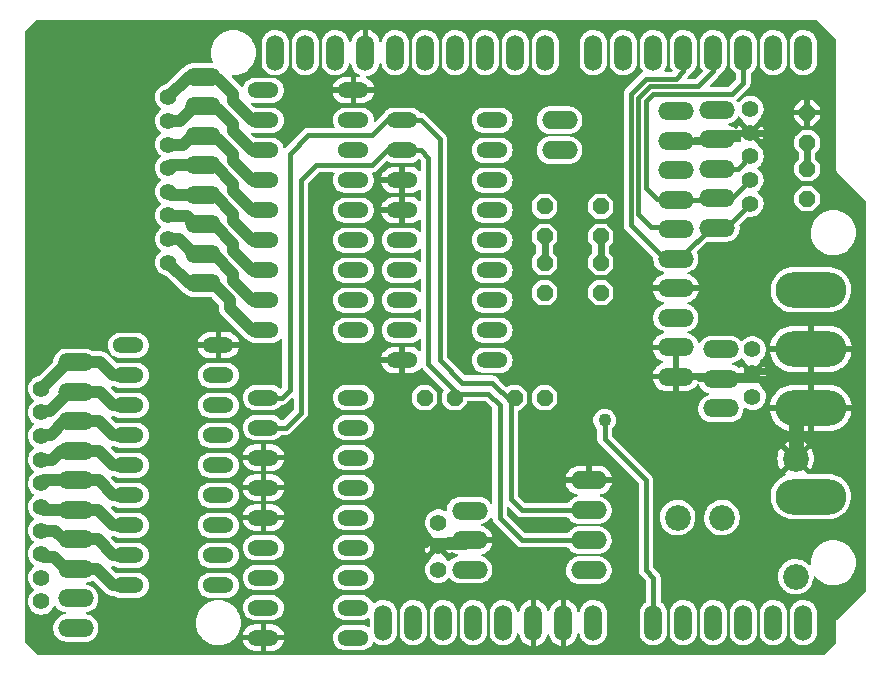
<source format=gbr>
%TF.GenerationSoftware,KiCad,Pcbnew,(6.0.10-0)*%
%TF.CreationDate,2024-08-12T21:49:00-07:00*%
%TF.ProjectId,arduino_shield,61726475-696e-46f5-9f73-6869656c642e,1.4TH Rev A*%
%TF.SameCoordinates,Original*%
%TF.FileFunction,Copper,L1,Top*%
%TF.FilePolarity,Positive*%
%FSLAX46Y46*%
G04 Gerber Fmt 4.6, Leading zero omitted, Abs format (unit mm)*
G04 Created by KiCad (PCBNEW (6.0.10-0)) date 2024-08-12 21:49:00*
%MOMM*%
%LPD*%
G01*
G04 APERTURE LIST*
G04 Aperture macros list*
%AMOutline5P*
0 Free polygon, 5 corners , with rotation*
0 The origin of the aperture is its center*
0 number of corners: always 5*
0 $1 to $10 corner X, Y*
0 $11 Rotation angle, in degrees counterclockwise*
0 create outline with 5 corners*
4,1,5,$1,$2,$3,$4,$5,$6,$7,$8,$9,$10,$1,$2,$11*%
%AMOutline6P*
0 Free polygon, 6 corners , with rotation*
0 The origin of the aperture is its center*
0 number of corners: always 6*
0 $1 to $12 corner X, Y*
0 $13 Rotation angle, in degrees counterclockwise*
0 create outline with 6 corners*
4,1,6,$1,$2,$3,$4,$5,$6,$7,$8,$9,$10,$11,$12,$1,$2,$13*%
%AMOutline7P*
0 Free polygon, 7 corners , with rotation*
0 The origin of the aperture is its center*
0 number of corners: always 7*
0 $1 to $14 corner X, Y*
0 $15 Rotation angle, in degrees counterclockwise*
0 create outline with 7 corners*
4,1,7,$1,$2,$3,$4,$5,$6,$7,$8,$9,$10,$11,$12,$13,$14,$1,$2,$15*%
%AMOutline8P*
0 Free polygon, 8 corners , with rotation*
0 The origin of the aperture is its center*
0 number of corners: always 8*
0 $1 to $16 corner X, Y*
0 $17 Rotation angle, in degrees counterclockwise*
0 create outline with 8 corners*
4,1,8,$1,$2,$3,$4,$5,$6,$7,$8,$9,$10,$11,$12,$13,$14,$15,$16,$1,$2,$17*%
G04 Aperture macros list end*
%TA.AperFunction,ComponentPad*%
%ADD10C,1.422400*%
%TD*%
%TA.AperFunction,ComponentPad*%
%ADD11O,2.641600X1.320800*%
%TD*%
%TA.AperFunction,ComponentPad*%
%ADD12O,3.048000X1.524000*%
%TD*%
%TA.AperFunction,ComponentPad*%
%ADD13C,2.184400*%
%TD*%
%TA.AperFunction,ComponentPad*%
%ADD14O,3.016000X1.508000*%
%TD*%
%TA.AperFunction,ComponentPad*%
%ADD15Outline8P,-0.660400X0.273547X-0.273547X0.660400X0.273547X0.660400X0.660400X0.273547X0.660400X-0.273547X0.273547X-0.660400X-0.273547X-0.660400X-0.660400X-0.273547X180.000000*%
%TD*%
%TA.AperFunction,ComponentPad*%
%ADD16Outline8P,-0.660400X0.273547X-0.273547X0.660400X0.273547X0.660400X0.660400X0.273547X0.660400X-0.273547X0.273547X-0.660400X-0.273547X-0.660400X-0.660400X-0.273547X90.000000*%
%TD*%
%TA.AperFunction,ComponentPad*%
%ADD17O,1.508000X3.016000*%
%TD*%
%TA.AperFunction,ComponentPad*%
%ADD18Outline8P,-0.660400X0.273547X-0.273547X0.660400X0.273547X0.660400X0.660400X0.273547X0.660400X-0.273547X0.273547X-0.660400X-0.273547X-0.660400X-0.660400X-0.273547X0.000000*%
%TD*%
%TA.AperFunction,ComponentPad*%
%ADD19O,6.000000X3.000000*%
%TD*%
%TA.AperFunction,ViaPad*%
%ADD20C,1.104800*%
%TD*%
%TA.AperFunction,Conductor*%
%ADD21C,0.609600*%
%TD*%
%TA.AperFunction,Conductor*%
%ADD22C,1.270000*%
%TD*%
%TA.AperFunction,Conductor*%
%ADD23C,0.406400*%
%TD*%
%TA.AperFunction,Conductor*%
%ADD24C,1.016000*%
%TD*%
G04 APERTURE END LIST*
D10*
%TO.P,JP7A0,1,1*%
%TO.N,/EOL0R*%
X174498000Y-106000800D03*
%TO.P,JP7A0,2,2*%
%TO.N,GND*%
X174498000Y-108000800D03*
%TO.P,JP7A0,3,3*%
%TO.N,+5V*%
X174498000Y-110000800D03*
%TD*%
D11*
%TO.P,IC4,1,SCL*%
%TO.N,/SCL*%
X144830800Y-86588600D03*
%TO.P,IC4,2,SDA*%
%TO.N,/SDA*%
X144830800Y-89128600D03*
%TO.P,IC4,3,A2*%
%TO.N,GND*%
X144830800Y-91668600D03*
%TO.P,IC4,4,A1*%
X144830800Y-94208600D03*
%TO.P,IC4,5,A0*%
%TO.N,+5V*%
X144830800Y-96748600D03*
%TO.P,IC4,6,/RST*%
X144830800Y-99288600D03*
%TO.P,IC4,7*%
%TO.N,N/C*%
X144830800Y-101828600D03*
%TO.P,IC4,8,INT*%
%TO.N,unconnected-(IC4-Pad8)*%
X144830800Y-104368600D03*
%TO.P,IC4,9,GND*%
%TO.N,GND*%
X144830800Y-106908600D03*
%TO.P,IC4,10,GP0*%
%TO.N,Net-(IC2-Pad1)*%
X152450800Y-106908600D03*
%TO.P,IC4,11,GP1*%
%TO.N,Net-(IC2-Pad2)*%
X152450800Y-104368600D03*
%TO.P,IC4,12,GP2*%
%TO.N,Net-(IC2-Pad3)*%
X152450800Y-101828600D03*
%TO.P,IC4,13,GP3*%
%TO.N,Net-(IC2-Pad4)*%
X152450800Y-99288600D03*
%TO.P,IC4,14,GP4*%
%TO.N,Net-(IC2-Pad5)*%
X152450800Y-96748600D03*
%TO.P,IC4,15,GP5*%
%TO.N,Net-(IC2-Pad6)*%
X152450800Y-94208600D03*
%TO.P,IC4,16,GP6*%
%TO.N,Net-(IC2-Pad7)*%
X152450800Y-91668600D03*
%TO.P,IC4,17,GP7*%
%TO.N,Net-(IC2-Pad8)*%
X152450800Y-89128600D03*
%TO.P,IC4,18,VCC*%
%TO.N,+5V*%
X152450800Y-86588600D03*
%TD*%
D12*
%TO.P,JP6,1,1*%
%TO.N,+5V*%
X158165800Y-89128600D03*
%TO.P,JP6,2,2*%
%TO.N,Net-(ARD1-Pad9)*%
X158165800Y-86588600D03*
%TD*%
D13*
%TO.P,X1,1@1,1@1*%
%TO.N,GND*%
X178168300Y-115243600D03*
%TO.P,X1,1@2,1@2*%
%TO.N,unconnected-(X1-Pad1@2)*%
X178168300Y-125243600D03*
%TO.P,X1,2,2*%
%TO.N,+15V*%
X171918300Y-120243600D03*
%TO.P,X1,3,3*%
X168168300Y-120243600D03*
%TD*%
D10*
%TO.P,JP4A0,1,1*%
%TO.N,+15V*%
X114287300Y-127338600D03*
%TO.P,JP4A0,2,2*%
X114287300Y-125338600D03*
%TO.P,JP4A0,3,3*%
%TO.N,Net-(IC1-Pad18)*%
X114287300Y-123338600D03*
%TO.P,JP4A0,4,4*%
%TO.N,Net-(IC1-Pad17)*%
X114287300Y-121338600D03*
%TO.P,JP4A0,5,5*%
%TO.N,Net-(IC1-Pad16)*%
X114287300Y-119338600D03*
%TO.P,JP4A0,6,6*%
%TO.N,Net-(IC1-Pad15)*%
X114287300Y-117338600D03*
%TO.P,JP4A0,7,7*%
%TO.N,Net-(IC1-Pad14)*%
X114287300Y-115338600D03*
%TO.P,JP4A0,8,8*%
%TO.N,Net-(IC1-Pad13)*%
X114287300Y-113338600D03*
%TO.P,JP4A0,9,9*%
%TO.N,Net-(IC1-Pad12)*%
X114287300Y-111338600D03*
%TO.P,JP4A0,10,10*%
%TO.N,Net-(IC1-Pad11)*%
X114287300Y-109338600D03*
%TD*%
D14*
%TO.P,JP4,1,1*%
%TO.N,+15V*%
X117208300Y-129588600D03*
%TO.P,JP4,2,2*%
X117208300Y-127088600D03*
%TO.P,JP4,3,3*%
%TO.N,Net-(IC1-Pad18)*%
X117208300Y-124588600D03*
%TO.P,JP4,4,4*%
%TO.N,Net-(IC1-Pad17)*%
X117208300Y-122088600D03*
%TO.P,JP4,5,5*%
%TO.N,Net-(IC1-Pad16)*%
X117208300Y-119588600D03*
%TO.P,JP4,6,6*%
%TO.N,Net-(IC1-Pad15)*%
X117208300Y-117088600D03*
%TO.P,JP4,7,7*%
%TO.N,Net-(IC1-Pad14)*%
X117208300Y-114588600D03*
%TO.P,JP4,8,8*%
%TO.N,Net-(IC1-Pad13)*%
X117208300Y-112088600D03*
%TO.P,JP4,9,9*%
%TO.N,Net-(IC1-Pad12)*%
X117208300Y-109588600D03*
%TO.P,JP4,10,10*%
%TO.N,Net-(IC1-Pad11)*%
X117208300Y-107088600D03*
%TD*%
D15*
%TO.P,R1,1,1*%
%TO.N,/SDA*%
X149275800Y-110083600D03*
%TO.P,R1,2,2*%
%TO.N,+5V*%
X146735800Y-110083600D03*
%TD*%
D10*
%TO.P,JP8A0,1,1*%
%TO.N,+5V*%
X174320200Y-85649300D03*
%TO.P,JP8A0,2,2*%
%TO.N,GND*%
X174320200Y-87649300D03*
%TO.P,JP8A0,3,3*%
%TO.N,/ENC0PINB*%
X174320200Y-89649300D03*
%TO.P,JP8A0,4,4*%
%TO.N,/ENC0PINA*%
X174320200Y-91649300D03*
%TO.P,JP8A0,5,5*%
%TO.N,/ENC0PINC*%
X174320200Y-93649300D03*
%TD*%
D11*
%TO.P,IC3,1,SCL*%
%TO.N,/SCL*%
X133083300Y-110083600D03*
%TO.P,IC3,2,SDA*%
%TO.N,/SDA*%
X133083300Y-112623600D03*
%TO.P,IC3,3,A2*%
%TO.N,GND*%
X133083300Y-115163600D03*
%TO.P,IC3,4,A1*%
X133083300Y-117703600D03*
%TO.P,IC3,5,A0*%
X133083300Y-120243600D03*
%TO.P,IC3,6,/RST*%
%TO.N,+5V*%
X133083300Y-122783600D03*
%TO.P,IC3,7*%
%TO.N,N/C*%
X133083300Y-125323600D03*
%TO.P,IC3,8,INT*%
%TO.N,unconnected-(IC3-Pad8)*%
X133083300Y-127863600D03*
%TO.P,IC3,9,GND*%
%TO.N,GND*%
X133083300Y-130403600D03*
%TO.P,IC3,10,GP0*%
%TO.N,Net-(IC1-Pad1)*%
X140703300Y-130403600D03*
%TO.P,IC3,11,GP1*%
%TO.N,Net-(IC1-Pad2)*%
X140703300Y-127863600D03*
%TO.P,IC3,12,GP2*%
%TO.N,Net-(IC1-Pad3)*%
X140703300Y-125323600D03*
%TO.P,IC3,13,GP3*%
%TO.N,Net-(IC1-Pad4)*%
X140703300Y-122783600D03*
%TO.P,IC3,14,GP4*%
%TO.N,Net-(IC1-Pad5)*%
X140703300Y-120243600D03*
%TO.P,IC3,15,GP5*%
%TO.N,Net-(IC1-Pad6)*%
X140703300Y-117703600D03*
%TO.P,IC3,16,GP6*%
%TO.N,Net-(IC1-Pad7)*%
X140703300Y-115163600D03*
%TO.P,IC3,17,GP7*%
%TO.N,Net-(IC1-Pad8)*%
X140703300Y-112623600D03*
%TO.P,IC3,18,VCC*%
%TO.N,+5V*%
X140703300Y-110083600D03*
%TD*%
D16*
%TO.P,R5,1,1*%
%TO.N,+5V*%
X161658300Y-101193600D03*
%TO.P,R5,2,2*%
%TO.N,Net-(LED2-PadA)*%
X161658300Y-98653600D03*
%TD*%
%TO.P,LED1,A,A*%
%TO.N,Net-(LED1-PadA)*%
X179120800Y-88493600D03*
%TO.P,LED1,K,C*%
%TO.N,GND*%
X179120800Y-85953600D03*
%TD*%
%TO.P,R4,1,1*%
%TO.N,+5V*%
X156895800Y-101193600D03*
%TO.P,R4,2,2*%
%TO.N,Net-(LED3-PadA)*%
X156895800Y-98653600D03*
%TD*%
D14*
%TO.P,JP3,1,1*%
%TO.N,Net-(IC2-Pad18)*%
X128003300Y-100418600D03*
%TO.P,JP3,2,2*%
%TO.N,Net-(IC2-Pad17)*%
X128003300Y-97918600D03*
%TO.P,JP3,3,3*%
%TO.N,Net-(IC2-Pad16)*%
X128003300Y-95418600D03*
%TO.P,JP3,4,4*%
%TO.N,Net-(IC2-Pad15)*%
X128003300Y-92918600D03*
%TO.P,JP3,5,5*%
%TO.N,Net-(IC2-Pad14)*%
X128003300Y-90418600D03*
%TO.P,JP3,6,6*%
%TO.N,Net-(IC2-Pad13)*%
X128003300Y-87918600D03*
%TO.P,JP3,7,7*%
%TO.N,Net-(IC2-Pad12)*%
X128003300Y-85418600D03*
%TO.P,JP3,8,8*%
%TO.N,Net-(IC2-Pad11)*%
X128003300Y-82918600D03*
%TD*%
D17*
%TO.P,ARD1,0,RX/0*%
%TO.N,unconnected-(ARD1-Pad0)*%
X178803300Y-80873600D03*
%TO.P,ARD1,1,TX/1*%
%TO.N,unconnected-(ARD1-Pad1)*%
X176263300Y-80873600D03*
%TO.P,ARD1,2,2*%
%TO.N,/ENC0PINA*%
X173723300Y-80873600D03*
%TO.P,ARD1,3,PWM/3*%
%TO.N,/ENC0PINB*%
X171183300Y-80873600D03*
%TO.P,ARD1,3V3,3V3*%
%TO.N,3V3*%
X150863300Y-129133600D03*
%TO.P,ARD1,4,4*%
%TO.N,/ENC0PINC*%
X168643300Y-80873600D03*
%TO.P,ARD1,5,PWM/5*%
%TO.N,Net-(ARD1-Pad5)*%
X166103300Y-80873600D03*
%TO.P,ARD1,5V,5V*%
%TO.N,+5V*%
X153403300Y-129133600D03*
%TO.P,ARD1,6,PWM/6*%
%TO.N,Net-(ARD1-Pad6)*%
X163563300Y-80873600D03*
%TO.P,ARD1,7,7*%
%TO.N,unconnected-(ARD1-Pad7)*%
X161023300Y-80873600D03*
%TO.P,ARD1,8,8*%
%TO.N,unconnected-(ARD1-Pad8)*%
X156959300Y-80873600D03*
%TO.P,ARD1,9,PWM/9*%
%TO.N,Net-(ARD1-Pad9)*%
X154419300Y-80873600D03*
%TO.P,ARD1,10,PWM/SS/10*%
%TO.N,unconnected-(ARD1-Pad10)*%
X151879300Y-80873600D03*
%TO.P,ARD1,11,PWM/MOSI/11*%
%TO.N,unconnected-(ARD1-Pad11)*%
X149339300Y-80873600D03*
%TO.P,ARD1,12,MISO/12*%
%TO.N,unconnected-(ARD1-Pad12)*%
X146799300Y-80873600D03*
%TO.P,ARD1,13,SCK/13*%
%TO.N,unconnected-(ARD1-Pad13)*%
X144259300Y-80873600D03*
%TO.P,ARD1,AIN0,AIN0*%
%TO.N,/EOL0R*%
X166103300Y-129133600D03*
%TO.P,ARD1,AIN1,AIN1*%
%TO.N,/EOL0L*%
X168643300Y-129133600D03*
%TO.P,ARD1,AIN2,AIN2*%
%TO.N,unconnected-(ARD1-PadAIN2)*%
X171183300Y-129133600D03*
%TO.P,ARD1,AIN3,AIN3*%
%TO.N,unconnected-(ARD1-PadAIN3)*%
X173723300Y-129133600D03*
%TO.P,ARD1,AIN4,AIN4/SDA*%
%TO.N,/SDA*%
X176263300Y-129133600D03*
%TO.P,ARD1,AIN5,AIN5/SCL*%
%TO.N,/SCL*%
X178803300Y-129133600D03*
%TO.P,ARD1,AREF,AREF*%
%TO.N,+5V*%
X139179300Y-80873600D03*
%TO.P,ARD1,GND@1,GND@1*%
%TO.N,GND*%
X155943300Y-129133600D03*
%TO.P,ARD1,GND@2,GND@2*%
X158483300Y-129133600D03*
%TO.P,ARD1,GND@3,GND@3*%
X141719300Y-80873600D03*
%TO.P,ARD1,IOREF,IOREF*%
%TO.N,+5V*%
X145783300Y-129133600D03*
%TO.P,ARD1,NC*%
%TO.N,N/C*%
X143243300Y-129133600D03*
%TO.P,ARD1,RST,RESET*%
%TO.N,/RESET*%
X148323300Y-129133600D03*
%TO.P,ARD1,SCL,SCL*%
%TO.N,unconnected-(ARD1-PadSCL)*%
X134099300Y-80873600D03*
%TO.P,ARD1,SDA,SDA*%
%TO.N,unconnected-(ARD1-PadSDA)*%
X136639300Y-80873600D03*
%TO.P,ARD1,VIN,VIN*%
%TO.N,VIN*%
X161023300Y-129133600D03*
%TD*%
D16*
%TO.P,LED3,A,A*%
%TO.N,Net-(LED3-PadA)*%
X156895800Y-96431100D03*
%TO.P,LED3,K,C*%
%TO.N,Net-(ARD1-Pad6)*%
X156895800Y-93891100D03*
%TD*%
D10*
%TO.P,JP2A0,1,1*%
%TO.N,/EOL0L*%
X147904200Y-124656600D03*
%TO.P,JP2A0,2,2*%
%TO.N,GND*%
X147904200Y-122656600D03*
%TO.P,JP2A0,3,3*%
%TO.N,+5V*%
X147904200Y-120656600D03*
%TD*%
D14*
%TO.P,JP7,1,1*%
%TO.N,/EOL0R*%
X171818300Y-105996100D03*
%TO.P,JP7,2,2*%
%TO.N,GND*%
X171818300Y-108496100D03*
%TO.P,JP7,3,3*%
%TO.N,+5V*%
X171818300Y-110996100D03*
%TD*%
D18*
%TO.P,R2,1,1*%
%TO.N,/SCL*%
X154355800Y-110083600D03*
%TO.P,R2,2,2*%
%TO.N,+5V*%
X156895800Y-110083600D03*
%TD*%
D19*
%TO.P,JP1,P$1,16V*%
%TO.N,+15V*%
X179438300Y-118456100D03*
%TO.P,JP1,P$2,GND1*%
%TO.N,GND*%
X179438300Y-110956100D03*
%TO.P,JP1,P$3,GND2*%
X179438300Y-105956100D03*
%TO.P,JP1,P$4,5V*%
%TO.N,+5V/1*%
X179438300Y-100956100D03*
%TD*%
D14*
%TO.P,JP5,1,1*%
%TO.N,+5V*%
X168008300Y-85816100D03*
%TO.P,JP5,2,2*%
%TO.N,GND*%
X168008300Y-88316100D03*
%TO.P,JP5,3,3*%
%TO.N,unconnected-(JP5-Pad3)*%
X168008300Y-90816100D03*
%TO.P,JP5,4,4*%
%TO.N,/ENC0PINA*%
X168008300Y-93316100D03*
%TO.P,JP5,5,5*%
%TO.N,/ENC0PINB*%
X168008300Y-95816100D03*
%TO.P,JP5,6,6*%
%TO.N,/ENC0PINC*%
X168008300Y-98316100D03*
%TO.P,JP5,7,7*%
%TO.N,GND*%
X168008300Y-100816100D03*
%TO.P,JP5,8,8*%
%TO.N,/EOL0R*%
X168008300Y-103316100D03*
%TO.P,JP5,9,9*%
%TO.N,GND*%
X168008300Y-105816100D03*
%TO.P,JP5,10,10*%
X168008300Y-108316100D03*
%TD*%
D16*
%TO.P,R3,1,1*%
%TO.N,+5V*%
X179120800Y-93256100D03*
%TO.P,R3,2,2*%
%TO.N,Net-(LED1-PadA)*%
X179120800Y-90716100D03*
%TD*%
D11*
%TO.P,IC2,1,I1*%
%TO.N,Net-(IC2-Pad1)*%
X140703300Y-104368600D03*
%TO.P,IC2,2,I2*%
%TO.N,Net-(IC2-Pad2)*%
X140703300Y-101828600D03*
%TO.P,IC2,3,I3*%
%TO.N,Net-(IC2-Pad3)*%
X140703300Y-99288600D03*
%TO.P,IC2,4,I4*%
%TO.N,Net-(IC2-Pad4)*%
X140703300Y-96748600D03*
%TO.P,IC2,5,I5*%
%TO.N,Net-(IC2-Pad5)*%
X140703300Y-94208600D03*
%TO.P,IC2,6,I6*%
%TO.N,Net-(IC2-Pad6)*%
X140703300Y-91668600D03*
%TO.P,IC2,7,I7*%
%TO.N,Net-(IC2-Pad7)*%
X140703300Y-89128600D03*
%TO.P,IC2,8,I8*%
%TO.N,Net-(IC2-Pad8)*%
X140703300Y-86588600D03*
%TO.P,IC2,9,GND*%
%TO.N,GND*%
X140703300Y-84048600D03*
%TO.P,IC2,10,CD+*%
%TO.N,+15V*%
X133083300Y-84048600D03*
%TO.P,IC2,11,O8*%
%TO.N,Net-(IC2-Pad11)*%
X133083300Y-86588600D03*
%TO.P,IC2,12,O7*%
%TO.N,Net-(IC2-Pad12)*%
X133083300Y-89128600D03*
%TO.P,IC2,13,O6*%
%TO.N,Net-(IC2-Pad13)*%
X133083300Y-91668600D03*
%TO.P,IC2,14,O5*%
%TO.N,Net-(IC2-Pad14)*%
X133083300Y-94208600D03*
%TO.P,IC2,15,O4*%
%TO.N,Net-(IC2-Pad15)*%
X133083300Y-96748600D03*
%TO.P,IC2,16,O3*%
%TO.N,Net-(IC2-Pad16)*%
X133083300Y-99288600D03*
%TO.P,IC2,17,O2*%
%TO.N,Net-(IC2-Pad17)*%
X133083300Y-101828600D03*
%TO.P,IC2,18,O1*%
%TO.N,Net-(IC2-Pad18)*%
X133083300Y-104368600D03*
%TD*%
D16*
%TO.P,LED2,A,A*%
%TO.N,Net-(LED2-PadA)*%
X161658300Y-96431100D03*
%TO.P,LED2,K,C*%
%TO.N,Net-(ARD1-Pad5)*%
X161658300Y-93891100D03*
%TD*%
D14*
%TO.P,JP2,1,1*%
%TO.N,/EOL0L*%
X150545800Y-124648600D03*
%TO.P,JP2,2,2*%
%TO.N,GND*%
X150545800Y-122148600D03*
%TO.P,JP2,3,3*%
%TO.N,+5V*%
X150545800Y-119648600D03*
%TD*%
D11*
%TO.P,IC1,1,I1*%
%TO.N,Net-(IC1-Pad1)*%
X129273300Y-125958600D03*
%TO.P,IC1,2,I2*%
%TO.N,Net-(IC1-Pad2)*%
X129273300Y-123418600D03*
%TO.P,IC1,3,I3*%
%TO.N,Net-(IC1-Pad3)*%
X129273300Y-120878600D03*
%TO.P,IC1,4,I4*%
%TO.N,Net-(IC1-Pad4)*%
X129273300Y-118338600D03*
%TO.P,IC1,5,I5*%
%TO.N,Net-(IC1-Pad5)*%
X129273300Y-115798600D03*
%TO.P,IC1,6,I6*%
%TO.N,Net-(IC1-Pad6)*%
X129273300Y-113258600D03*
%TO.P,IC1,7,I7*%
%TO.N,Net-(IC1-Pad7)*%
X129273300Y-110718600D03*
%TO.P,IC1,8,I8*%
%TO.N,Net-(IC1-Pad8)*%
X129273300Y-108178600D03*
%TO.P,IC1,9,GND*%
%TO.N,GND*%
X129273300Y-105638600D03*
%TO.P,IC1,10,CD+*%
%TO.N,+15V*%
X121653300Y-105638600D03*
%TO.P,IC1,11,O8*%
%TO.N,Net-(IC1-Pad11)*%
X121653300Y-108178600D03*
%TO.P,IC1,12,O7*%
%TO.N,Net-(IC1-Pad12)*%
X121653300Y-110718600D03*
%TO.P,IC1,13,O6*%
%TO.N,Net-(IC1-Pad13)*%
X121653300Y-113258600D03*
%TO.P,IC1,14,O5*%
%TO.N,Net-(IC1-Pad14)*%
X121653300Y-115798600D03*
%TO.P,IC1,15,O4*%
%TO.N,Net-(IC1-Pad15)*%
X121653300Y-118338600D03*
%TO.P,IC1,16,O3*%
%TO.N,Net-(IC1-Pad16)*%
X121653300Y-120878600D03*
%TO.P,IC1,17,O2*%
%TO.N,Net-(IC1-Pad17)*%
X121653300Y-123418600D03*
%TO.P,IC1,18,O1*%
%TO.N,Net-(IC1-Pad18)*%
X121653300Y-125958600D03*
%TD*%
D10*
%TO.P,JP3A0,1,1*%
%TO.N,Net-(IC2-Pad18)*%
X125031500Y-98655900D03*
%TO.P,JP3A0,2,2*%
%TO.N,Net-(IC2-Pad17)*%
X125031500Y-96655900D03*
%TO.P,JP3A0,3,3*%
%TO.N,Net-(IC2-Pad16)*%
X125031500Y-94655900D03*
%TO.P,JP3A0,4,4*%
%TO.N,Net-(IC2-Pad15)*%
X125031500Y-92655900D03*
%TO.P,JP3A0,5,5*%
%TO.N,Net-(IC2-Pad14)*%
X125031500Y-90655900D03*
%TO.P,JP3A0,6,6*%
%TO.N,Net-(IC2-Pad13)*%
X125031500Y-88655900D03*
%TO.P,JP3A0,7,7*%
%TO.N,Net-(IC2-Pad12)*%
X125031500Y-86655900D03*
%TO.P,JP3A0,8,8*%
%TO.N,Net-(IC2-Pad11)*%
X125031500Y-84655900D03*
%TD*%
D14*
%TO.P,JP8,1,1*%
%TO.N,+5V*%
X171500800Y-85716100D03*
%TO.P,JP8,2,2*%
%TO.N,GND*%
X171500800Y-88216100D03*
%TO.P,JP8,3,3*%
%TO.N,/ENC0PINB*%
X171500800Y-90716100D03*
%TO.P,JP8,4,4*%
%TO.N,/ENC0PINA*%
X171500800Y-93216100D03*
%TO.P,JP8,5,5*%
%TO.N,/ENC0PINC*%
X171500800Y-95716100D03*
%TD*%
D12*
%TO.P,JP9,1,1*%
%TO.N,+5V*%
X160642300Y-124688600D03*
%TO.P,JP9,2,2*%
%TO.N,/SDA*%
X160642300Y-122148600D03*
%TO.P,JP9,3,3*%
%TO.N,/SCL*%
X160642300Y-119608600D03*
%TO.P,JP9,4,4*%
%TO.N,GND*%
X160642300Y-117068600D03*
%TD*%
D20*
%TO.N,/EOL0R*%
X161975800Y-111988600D03*
%TD*%
D21*
%TO.N,GND*%
X171818300Y-108496100D02*
X176009300Y-108496100D01*
X174320200Y-87649300D02*
X176028600Y-87649300D01*
X173875700Y-108280200D02*
X168044200Y-108280200D01*
D22*
X178168300Y-115243600D02*
X178168300Y-112226100D01*
D21*
X146824700Y-122478800D02*
X146710400Y-122478800D01*
X146710400Y-122478800D02*
X146634200Y-122402600D01*
X147116800Y-122186700D02*
X146824700Y-122478800D01*
X176072800Y-87693500D02*
X172023400Y-87693500D01*
X176009300Y-108496100D02*
X176695100Y-107810300D01*
X171400800Y-88316100D02*
X171500800Y-88216100D01*
X147904200Y-122656600D02*
X150126700Y-122656600D01*
X176695100Y-107810300D02*
X174345600Y-107810300D01*
X150126700Y-122656600D02*
X150596600Y-122186700D01*
D22*
X178168300Y-112226100D02*
X179438300Y-110956100D01*
D21*
X168008300Y-88316100D02*
X171400800Y-88316100D01*
X168188300Y-108496100D02*
X168008300Y-108316100D01*
X174345600Y-107810300D02*
X173875700Y-108280200D01*
X172023400Y-87693500D02*
X171500800Y-88216100D01*
X176028600Y-87649300D02*
X176072800Y-87693500D01*
X168044200Y-108280200D02*
X168008300Y-108316100D01*
X150596600Y-122186700D02*
X147116800Y-122186700D01*
D23*
%TO.N,/ENC0PINA*%
X172770800Y-84366100D02*
X166103300Y-84366100D01*
X167948300Y-93256100D02*
X168008300Y-93316100D01*
X165468300Y-92303600D02*
X166420800Y-93256100D01*
X173723300Y-83413600D02*
X172770800Y-84366100D01*
X168008300Y-93316100D02*
X171400800Y-93316100D01*
X165468300Y-85001100D02*
X165468300Y-92303600D01*
X171500800Y-93216100D02*
X172753400Y-93216100D01*
X165468300Y-85001100D02*
X166103300Y-84366100D01*
X172753400Y-93216100D02*
X174320200Y-91649300D01*
X166420800Y-93256100D02*
X167948300Y-93256100D01*
X171400800Y-93316100D02*
X171500800Y-93216100D01*
X173723300Y-80873600D02*
X173723300Y-83413600D01*
%TO.N,/ENC0PINB*%
X173253400Y-90716100D02*
X174320200Y-89649300D01*
X164833300Y-84683600D02*
X164833300Y-94526100D01*
X165944550Y-95637350D02*
X167829550Y-95637350D01*
X171500800Y-90716100D02*
X173253400Y-90716100D01*
X164833300Y-94526100D02*
X165944550Y-95637350D01*
X169913300Y-83731100D02*
X171183300Y-82461100D01*
X171183300Y-82461100D02*
X171183300Y-80873600D01*
X167829550Y-95637350D02*
X168008300Y-95816100D01*
X165785800Y-83731100D02*
X169913300Y-83731100D01*
X164833300Y-84683600D02*
X165785800Y-83731100D01*
%TO.N,/ENC0PINC*%
X164198300Y-84366100D02*
X164198300Y-95478600D01*
X167055800Y-98336100D02*
X167988300Y-98336100D01*
X170945800Y-95716100D02*
X168643300Y-98018600D01*
X168008300Y-83096100D02*
X168643300Y-82461100D01*
X168643300Y-98018600D02*
X168305800Y-98018600D01*
X164198300Y-95478600D02*
X167055800Y-98336100D01*
X171500800Y-95716100D02*
X172253400Y-95716100D01*
X165468300Y-83096100D02*
X164198300Y-84366100D01*
X168305800Y-98018600D02*
X168008300Y-98316100D01*
X172253400Y-95716100D02*
X174320200Y-93649300D01*
X167988300Y-98336100D02*
X168008300Y-98316100D01*
X171500800Y-95716100D02*
X170945800Y-95716100D01*
X168008300Y-83096100D02*
X165468300Y-83096100D01*
X168643300Y-82461100D02*
X168643300Y-80873600D01*
%TO.N,/EOL0R*%
X165468300Y-124688600D02*
X165468300Y-117068600D01*
X165468300Y-117068600D02*
X161975800Y-113576100D01*
X166103300Y-125323600D02*
X165468300Y-124688600D01*
X166103300Y-129133600D02*
X166103300Y-125323600D01*
X161975800Y-113576100D02*
X161975800Y-111988600D01*
%TO.N,/SDA*%
X149275800Y-110083600D02*
X149593300Y-110083600D01*
X136258300Y-91668600D02*
X137528300Y-90398600D01*
X136258300Y-111353600D02*
X136258300Y-91668600D01*
X133083300Y-112623600D02*
X134988300Y-112623600D01*
X142290800Y-90398600D02*
X143560800Y-89128600D01*
X149593300Y-109766100D02*
X147053300Y-107226100D01*
X152133300Y-109766100D02*
X153085800Y-110718600D01*
X134988300Y-112623600D02*
X136258300Y-111353600D01*
X153085800Y-120243600D02*
X154990800Y-122148600D01*
X137528300Y-90398600D02*
X142290800Y-90398600D01*
X160642300Y-122148600D02*
X154990800Y-122148600D01*
X153085800Y-110718600D02*
X153085800Y-120243600D01*
X149593300Y-110083600D02*
X149593300Y-109766100D01*
X143560800Y-89128600D02*
X144830800Y-89128600D01*
X147053300Y-107226100D02*
X147053300Y-89763600D01*
X147053300Y-89763600D02*
X146418300Y-89128600D01*
X149593300Y-109766100D02*
X152133300Y-109766100D01*
X146418300Y-89128600D02*
X144830800Y-89128600D01*
%TO.N,/SCL*%
X136893300Y-87858600D02*
X142290800Y-87858600D01*
X154355800Y-110083600D02*
X154038300Y-110083600D01*
X148005800Y-88176100D02*
X146418300Y-86588600D01*
X152450800Y-108813600D02*
X154038300Y-110401100D01*
X148005800Y-106908600D02*
X148005800Y-88176100D01*
X142290800Y-87858600D02*
X143560800Y-86588600D01*
X135305800Y-109448600D02*
X135305800Y-89446100D01*
X154990800Y-119608600D02*
X160642300Y-119608600D01*
X135305800Y-89446100D02*
X136893300Y-87858600D01*
X154038300Y-118656100D02*
X154990800Y-119608600D01*
X133083300Y-110083600D02*
X134670800Y-110083600D01*
X134670800Y-110083600D02*
X135305800Y-109448600D01*
X154038300Y-110401100D02*
X154038300Y-118656100D01*
X154038300Y-110083600D02*
X154038300Y-110401100D01*
X149910800Y-108813600D02*
X148005800Y-106908600D01*
X149910800Y-108813600D02*
X152450800Y-108813600D01*
X146418300Y-86588600D02*
X144830800Y-86588600D01*
X143560800Y-86588600D02*
X144830800Y-86588600D01*
D24*
%TO.N,Net-(IC1-Pad11)*%
X117208300Y-107088600D02*
X116537300Y-107088600D01*
X119293300Y-107088600D02*
X120383300Y-108178600D01*
X116537300Y-107088600D02*
X114287300Y-109338600D01*
X120383300Y-108178600D02*
X121653300Y-108178600D01*
X117208300Y-107088600D02*
X119293300Y-107088600D01*
%TO.N,Net-(IC1-Pad12)*%
X116636500Y-109588600D02*
X115011200Y-111213900D01*
X114412000Y-111213900D02*
X114287300Y-111338600D01*
X115011200Y-111213900D02*
X114412000Y-111213900D01*
X120383300Y-110718600D02*
X121653300Y-110718600D01*
X117208300Y-109588600D02*
X116636500Y-109588600D01*
X119253300Y-109588600D02*
X120383300Y-110718600D01*
X117208300Y-109588600D02*
X119253300Y-109588600D01*
%TO.N,Net-(IC1-Pad13)*%
X117208300Y-112088600D02*
X119213300Y-112088600D01*
X114380000Y-113245900D02*
X114287300Y-113338600D01*
X120383300Y-113258600D02*
X121653300Y-113258600D01*
X115087400Y-113245900D02*
X114380000Y-113245900D01*
X117208300Y-112088600D02*
X116244700Y-112088600D01*
X119213300Y-112088600D02*
X120383300Y-113258600D01*
X116244700Y-112088600D02*
X115087400Y-113245900D01*
%TO.N,Net-(IC1-Pad14)*%
X115941800Y-114588600D02*
X115189000Y-115341400D01*
X117208300Y-114588600D02*
X115941800Y-114588600D01*
X117208300Y-114588600D02*
X119173300Y-114588600D01*
X119173300Y-114588600D02*
X120383300Y-115798600D01*
X114290100Y-115341400D02*
X114287300Y-115338600D01*
X120383300Y-115798600D02*
X121653300Y-115798600D01*
X115189000Y-115341400D02*
X114290100Y-115341400D01*
%TO.N,Net-(IC1-Pad15)*%
X114537300Y-117088600D02*
X114287300Y-117338600D01*
X120383300Y-118338600D02*
X121653300Y-118338600D01*
X117208300Y-117088600D02*
X114537300Y-117088600D01*
X117208300Y-117088600D02*
X119133300Y-117088600D01*
X119133300Y-117088600D02*
X120383300Y-118338600D01*
%TO.N,Net-(IC1-Pad16)*%
X117208300Y-119588600D02*
X114537300Y-119588600D01*
X119093300Y-119588600D02*
X120383300Y-120878600D01*
X120383300Y-120878600D02*
X121653300Y-120878600D01*
X117208300Y-119588600D02*
X119093300Y-119588600D01*
X114537300Y-119588600D02*
X114287300Y-119338600D01*
%TO.N,Net-(IC1-Pad17)*%
X117208300Y-122088600D02*
X119053300Y-122088600D01*
X117208300Y-122088600D02*
X116208500Y-122088600D01*
X114290100Y-121335800D02*
X114287300Y-121338600D01*
X116208500Y-122088600D02*
X115455700Y-121335800D01*
X115455700Y-121335800D02*
X114290100Y-121335800D01*
X119053300Y-122088600D02*
X120383300Y-123418600D01*
X120383300Y-123418600D02*
X121653300Y-123418600D01*
%TO.N,Net-(IC1-Pad18)*%
X116346300Y-124588600D02*
X115354100Y-123596400D01*
X120383300Y-125958600D02*
X121653300Y-125958600D01*
X115354100Y-123596400D02*
X114545100Y-123596400D01*
X119013300Y-124588600D02*
X120383300Y-125958600D01*
X117208300Y-124588600D02*
X116346300Y-124588600D01*
X114545100Y-123596400D02*
X114287300Y-123338600D01*
X117208300Y-124588600D02*
X119013300Y-124588600D01*
%TO.N,Net-(IC2-Pad11)*%
X129273300Y-83096100D02*
X128180800Y-83096100D01*
X130543300Y-85001100D02*
X130543300Y-84366100D01*
X130543300Y-84366100D02*
X129273300Y-83096100D01*
X132130800Y-86588600D02*
X130543300Y-85001100D01*
X133083300Y-86588600D02*
X132130800Y-86588600D01*
X128003300Y-82918600D02*
X126768800Y-82918600D01*
X126768800Y-82918600D02*
X125031500Y-84655900D01*
X128180800Y-83096100D02*
X128003300Y-82918600D01*
%TO.N,Net-(IC2-Pad12)*%
X125078500Y-86702900D02*
X125031500Y-86655900D01*
X132130800Y-89128600D02*
X130543300Y-87541100D01*
X129273300Y-85636100D02*
X128220800Y-85636100D01*
X127306400Y-85418600D02*
X126022100Y-86702900D01*
X126022100Y-86702900D02*
X125078500Y-86702900D01*
X130543300Y-86906100D02*
X129273300Y-85636100D01*
X128220800Y-85636100D02*
X128003300Y-85418600D01*
X130543300Y-87541100D02*
X130543300Y-86906100D01*
X128003300Y-85418600D02*
X127306400Y-85418600D01*
X133083300Y-89128600D02*
X132130800Y-89128600D01*
%TO.N,Net-(IC2-Pad13)*%
X128003300Y-87918600D02*
X127067000Y-87918600D01*
X130543300Y-89446100D02*
X129273300Y-88176100D01*
X130543300Y-90081100D02*
X130543300Y-89446100D01*
X129273300Y-88176100D02*
X128260800Y-88176100D01*
X132130800Y-91668600D02*
X130543300Y-90081100D01*
X125085100Y-88709500D02*
X125031500Y-88655900D01*
X128260800Y-88176100D02*
X128003300Y-87918600D01*
X126276100Y-88709500D02*
X125085100Y-88709500D01*
X127067000Y-87918600D02*
X126276100Y-88709500D01*
X133083300Y-91668600D02*
X132130800Y-91668600D01*
%TO.N,Net-(IC2-Pad14)*%
X130543300Y-91986100D02*
X128955800Y-90398600D01*
X132130800Y-94208600D02*
X130543300Y-92621100D01*
X128003300Y-90418600D02*
X125268800Y-90418600D01*
X133083300Y-94208600D02*
X132130800Y-94208600D01*
X125268800Y-90418600D02*
X125031500Y-90655900D01*
X128955800Y-90398600D02*
X128023300Y-90398600D01*
X128023300Y-90398600D02*
X128003300Y-90418600D01*
X130543300Y-92621100D02*
X130543300Y-91986100D01*
%TO.N,Net-(IC2-Pad15)*%
X130543300Y-94526100D02*
X128955800Y-92938600D01*
X133083300Y-96748600D02*
X132130800Y-96748600D01*
X130543300Y-95161100D02*
X130543300Y-94526100D01*
X128003300Y-92918600D02*
X125294200Y-92918600D01*
X125294200Y-92918600D02*
X125031500Y-92655900D01*
X132130800Y-96748600D02*
X130543300Y-95161100D01*
X128023300Y-92938600D02*
X128003300Y-92918600D01*
X128955800Y-92938600D02*
X128023300Y-92938600D01*
%TO.N,Net-(IC2-Pad16)*%
X128063300Y-95478600D02*
X128003300Y-95418600D01*
X133083300Y-99288600D02*
X132130800Y-99288600D01*
X130543300Y-97701100D02*
X130543300Y-97066100D01*
X128955800Y-95478600D02*
X128063300Y-95478600D01*
X130543300Y-97066100D02*
X128955800Y-95478600D01*
X128003300Y-95418600D02*
X127384500Y-95418600D01*
X132130800Y-99288600D02*
X130543300Y-97701100D01*
X126644400Y-94678500D02*
X125054100Y-94678500D01*
X127384500Y-95418600D02*
X126644400Y-94678500D01*
X125054100Y-94678500D02*
X125031500Y-94655900D01*
%TO.N,Net-(IC2-Pad17)*%
X130543300Y-100241100D02*
X130543300Y-99606100D01*
X127217500Y-97918600D02*
X125971300Y-96672400D01*
X132130800Y-101828600D02*
X130543300Y-100241100D01*
X130543300Y-99606100D02*
X128955800Y-98018600D01*
X128003300Y-97918600D02*
X127217500Y-97918600D01*
X125048000Y-96672400D02*
X125031500Y-96655900D01*
X125971300Y-96672400D02*
X125048000Y-96672400D01*
X128955800Y-98018600D02*
X128103300Y-98018600D01*
X128103300Y-98018600D02*
X128003300Y-97918600D01*
X133083300Y-101828600D02*
X132130800Y-101828600D01*
%TO.N,Net-(IC2-Pad18)*%
X128003300Y-100418600D02*
X126794200Y-100418600D01*
X130225800Y-102463600D02*
X130225800Y-101828600D01*
X130225800Y-101828600D02*
X128955800Y-100558600D01*
X128955800Y-100558600D02*
X128143300Y-100558600D01*
X133083300Y-104368600D02*
X132130800Y-104368600D01*
X126794200Y-100418600D02*
X125031500Y-98655900D01*
X128143300Y-100558600D02*
X128003300Y-100418600D01*
X132130800Y-104368600D02*
X130225800Y-102463600D01*
D21*
%TO.N,Net-(LED1-PadA)*%
X179120800Y-88493600D02*
X179120800Y-90716100D01*
%TO.N,Net-(LED2-PadA)*%
X161658300Y-96431100D02*
X161658300Y-98653600D01*
%TO.N,Net-(LED3-PadA)*%
X156895800Y-96431100D02*
X156895800Y-98653600D01*
%TD*%
%TA.AperFunction,Conductor*%
%TO.N,GND*%
G36*
X179922218Y-78124713D02*
G01*
X179934222Y-78134965D01*
X181541935Y-79742678D01*
X181570161Y-79798076D01*
X181571400Y-79813813D01*
X181571400Y-90780546D01*
X181578973Y-90803852D01*
X181582657Y-90819198D01*
X181586491Y-90843406D01*
X181590084Y-90850457D01*
X181590084Y-90850458D01*
X181597616Y-90865240D01*
X181603655Y-90879818D01*
X181611230Y-90903132D01*
X181615886Y-90909540D01*
X181625635Y-90922958D01*
X181633881Y-90936413D01*
X181645008Y-90958251D01*
X181667934Y-90981177D01*
X184081935Y-93395179D01*
X184110161Y-93450577D01*
X184111400Y-93466314D01*
X184111400Y-126383386D01*
X184092187Y-126442517D01*
X184081935Y-126454521D01*
X182894939Y-127641518D01*
X181645008Y-128891449D01*
X181633881Y-128913287D01*
X181625636Y-128926741D01*
X181611230Y-128946568D01*
X181603656Y-128969879D01*
X181597617Y-128984458D01*
X181586491Y-129006294D01*
X181585253Y-129014111D01*
X181582657Y-129030502D01*
X181578973Y-129045848D01*
X181571400Y-129069154D01*
X181571400Y-130828386D01*
X181552187Y-130887517D01*
X181541935Y-130899521D01*
X180569222Y-131872235D01*
X180513824Y-131900461D01*
X180498087Y-131901700D01*
X114065714Y-131901700D01*
X114006583Y-131882487D01*
X113994579Y-131872235D01*
X112920265Y-130797922D01*
X112892039Y-130742524D01*
X112890800Y-130726787D01*
X112890800Y-127309206D01*
X113164795Y-127309206D01*
X113178235Y-127514259D01*
X113179367Y-127518717D01*
X113179368Y-127518722D01*
X113227483Y-127708175D01*
X113228817Y-127713428D01*
X113314849Y-127900045D01*
X113433448Y-128067859D01*
X113499483Y-128132187D01*
X113577340Y-128208033D01*
X113577344Y-128208036D01*
X113580642Y-128211249D01*
X113584475Y-128213810D01*
X113584476Y-128213811D01*
X113747668Y-128322853D01*
X113747672Y-128322855D01*
X113751503Y-128325415D01*
X113878823Y-128380116D01*
X113936069Y-128404711D01*
X113936071Y-128404712D01*
X113940308Y-128406532D01*
X114025336Y-128425772D01*
X114136233Y-128450866D01*
X114136236Y-128450866D01*
X114140733Y-128451884D01*
X114263999Y-128456727D01*
X114341459Y-128459770D01*
X114341460Y-128459770D01*
X114346068Y-128459951D01*
X114350625Y-128459290D01*
X114350630Y-128459290D01*
X114471058Y-128441828D01*
X114549433Y-128430464D01*
X114640214Y-128399648D01*
X114739653Y-128365894D01*
X114739656Y-128365893D01*
X114744021Y-128364411D01*
X114923312Y-128264003D01*
X114943860Y-128246914D01*
X115077756Y-128135553D01*
X115081303Y-128132603D01*
X115137894Y-128064560D01*
X115209755Y-127978157D01*
X115209757Y-127978155D01*
X115212703Y-127974612D01*
X115313111Y-127795321D01*
X115319524Y-127776427D01*
X115356726Y-127726611D01*
X115416104Y-127708175D01*
X115474978Y-127728161D01*
X115501241Y-127757330D01*
X115511089Y-127773883D01*
X115514128Y-127777349D01*
X115514130Y-127777351D01*
X115648725Y-127930827D01*
X115648728Y-127930830D01*
X115651766Y-127934294D01*
X115655385Y-127937147D01*
X115655386Y-127937148D01*
X115681394Y-127957651D01*
X115819320Y-128066383D01*
X115852709Y-128083950D01*
X115945184Y-128132603D01*
X116008140Y-128165726D01*
X116142016Y-128207296D01*
X116207501Y-128227630D01*
X116207504Y-128227631D01*
X116211901Y-128228996D01*
X116249585Y-128233456D01*
X116288785Y-128238096D01*
X116345249Y-128264126D01*
X116375628Y-128318373D01*
X116368320Y-128380116D01*
X116326116Y-128425772D01*
X116286166Y-128438177D01*
X116268330Y-128439816D01*
X116246426Y-128441828D01*
X116246423Y-128441829D01*
X116241837Y-128442250D01*
X116036488Y-128500164D01*
X116032352Y-128502203D01*
X116032351Y-128502204D01*
X115849267Y-128592491D01*
X115849264Y-128592493D01*
X115845133Y-128594530D01*
X115794090Y-128632646D01*
X115677873Y-128719429D01*
X115677869Y-128719432D01*
X115674179Y-128722188D01*
X115671055Y-128725567D01*
X115671050Y-128725572D01*
X115532481Y-128875475D01*
X115529351Y-128878861D01*
X115526888Y-128882765D01*
X115526887Y-128882766D01*
X115453397Y-128999242D01*
X115415500Y-129059305D01*
X115336438Y-129257474D01*
X115294814Y-129466733D01*
X115294203Y-129513431D01*
X115292095Y-129674445D01*
X115292021Y-129680073D01*
X115292802Y-129684617D01*
X115292802Y-129684619D01*
X115298021Y-129714991D01*
X115328153Y-129890350D01*
X115329748Y-129894674D01*
X115329749Y-129894677D01*
X115400402Y-130086190D01*
X115402000Y-130090521D01*
X115511089Y-130273883D01*
X115514128Y-130277349D01*
X115514130Y-130277351D01*
X115648725Y-130430827D01*
X115648728Y-130430830D01*
X115651766Y-130434294D01*
X115655385Y-130437147D01*
X115655386Y-130437148D01*
X115681546Y-130457771D01*
X115819320Y-130566383D01*
X115854152Y-130584709D01*
X115951251Y-130635795D01*
X116008140Y-130665726D01*
X116142016Y-130707296D01*
X116207501Y-130727630D01*
X116207504Y-130727631D01*
X116211901Y-130728996D01*
X116385143Y-130749500D01*
X118016420Y-130749500D01*
X118030029Y-130748249D01*
X118170175Y-130735372D01*
X118170179Y-130735371D01*
X118174763Y-130734950D01*
X118380112Y-130677036D01*
X118384249Y-130674996D01*
X118567333Y-130584709D01*
X118567336Y-130584707D01*
X118571467Y-130582670D01*
X118692041Y-130492633D01*
X118738727Y-130457771D01*
X118738731Y-130457768D01*
X118742421Y-130455012D01*
X118745545Y-130451633D01*
X118745550Y-130451628D01*
X118884119Y-130301725D01*
X118887249Y-130298339D01*
X118889713Y-130294434D01*
X118998634Y-130121804D01*
X118998636Y-130121801D01*
X119001100Y-130117895D01*
X119080162Y-129919726D01*
X119121786Y-129710467D01*
X119124366Y-129513431D01*
X119124519Y-129501742D01*
X119124519Y-129501737D01*
X119124579Y-129497127D01*
X119119357Y-129466733D01*
X119089228Y-129291395D01*
X119088447Y-129286850D01*
X119076029Y-129253188D01*
X119047913Y-129176978D01*
X127361791Y-129176978D01*
X127362137Y-129180604D01*
X127362137Y-129180607D01*
X127384774Y-129417860D01*
X127388075Y-129452462D01*
X127388939Y-129455992D01*
X127388940Y-129455999D01*
X127452985Y-129717727D01*
X127453851Y-129721266D01*
X127557741Y-129977760D01*
X127559579Y-129980900D01*
X127559581Y-129980903D01*
X127621230Y-130086190D01*
X127697570Y-130216569D01*
X127870408Y-130432692D01*
X128072634Y-130621602D01*
X128075624Y-130623677D01*
X128075625Y-130623677D01*
X128297016Y-130777262D01*
X128297020Y-130777264D01*
X128300012Y-130779340D01*
X128303274Y-130780963D01*
X128303276Y-130780964D01*
X128544516Y-130900979D01*
X128544520Y-130900980D01*
X128547779Y-130902602D01*
X128551238Y-130903736D01*
X128551243Y-130903738D01*
X128743457Y-130966748D01*
X128810745Y-130988806D01*
X128869399Y-130998990D01*
X129080381Y-131035623D01*
X129080387Y-131035624D01*
X129083401Y-131036147D01*
X129121263Y-131038032D01*
X129169606Y-131040439D01*
X129169619Y-131040439D01*
X129170838Y-131040500D01*
X129343601Y-131040500D01*
X129345415Y-131040368D01*
X129345425Y-131040368D01*
X129545672Y-131025838D01*
X129545673Y-131025838D01*
X129549309Y-131025574D01*
X129552867Y-131024788D01*
X129552870Y-131024788D01*
X129815973Y-130966701D01*
X129815978Y-130966700D01*
X129819536Y-130965914D01*
X130078321Y-130867869D01*
X130320241Y-130733494D01*
X130435740Y-130645348D01*
X131332378Y-130645348D01*
X131361020Y-130764191D01*
X131364124Y-130773207D01*
X131448365Y-130958485D01*
X131453116Y-130966748D01*
X131570872Y-131132755D01*
X131577101Y-131139971D01*
X131724125Y-131280716D01*
X131731602Y-131286620D01*
X131902588Y-131397024D01*
X131911057Y-131401414D01*
X132099825Y-131477490D01*
X132108967Y-131480199D01*
X132309872Y-131519432D01*
X132317039Y-131520303D01*
X132317803Y-131520340D01*
X132320254Y-131520400D01*
X132839167Y-131520400D01*
X132852057Y-131516212D01*
X132855100Y-131512023D01*
X132855100Y-131504467D01*
X133311500Y-131504467D01*
X133315688Y-131517357D01*
X133319877Y-131520400D01*
X133794554Y-131520400D01*
X133799328Y-131520173D01*
X133951079Y-131505694D01*
X133960431Y-131503894D01*
X134155737Y-131446597D01*
X134164587Y-131443058D01*
X134345522Y-131349870D01*
X134353556Y-131344711D01*
X134513605Y-131218992D01*
X134520509Y-131212417D01*
X134653900Y-131058698D01*
X134659439Y-131050933D01*
X134761356Y-130874763D01*
X134765325Y-130866093D01*
X134832092Y-130673824D01*
X134834348Y-130664570D01*
X134836814Y-130647568D01*
X134834518Y-130634210D01*
X134833466Y-130633185D01*
X134827527Y-130631800D01*
X133327433Y-130631800D01*
X133314543Y-130635988D01*
X133311500Y-130640177D01*
X133311500Y-131504467D01*
X132855100Y-131504467D01*
X132855100Y-130647733D01*
X132850912Y-130634843D01*
X132846723Y-130631800D01*
X131345046Y-130631800D01*
X131332749Y-130635795D01*
X131332378Y-130645348D01*
X130435740Y-130645348D01*
X130540230Y-130565604D01*
X130578751Y-130526200D01*
X130705920Y-130396113D01*
X138970462Y-130396113D01*
X138970908Y-130401014D01*
X138970908Y-130401017D01*
X138986088Y-130567817D01*
X138989432Y-130604560D01*
X139048529Y-130805352D01*
X139145500Y-130990842D01*
X139148585Y-130994679D01*
X139183105Y-131037613D01*
X139276654Y-131153964D01*
X139436993Y-131288505D01*
X139441307Y-131290877D01*
X139441309Y-131290878D01*
X139528702Y-131338922D01*
X139620411Y-131389340D01*
X139625097Y-131390827D01*
X139625103Y-131390829D01*
X139789753Y-131443058D01*
X139819922Y-131452628D01*
X139824813Y-131453177D01*
X139824815Y-131453177D01*
X139980032Y-131470587D01*
X139980033Y-131470587D01*
X139982823Y-131470900D01*
X141416366Y-131470900D01*
X141572009Y-131455639D01*
X141576719Y-131454217D01*
X141576724Y-131454216D01*
X141767669Y-131396566D01*
X141767673Y-131396564D01*
X141772384Y-131395142D01*
X141957193Y-131296878D01*
X142119395Y-131164589D01*
X142195201Y-131072955D01*
X142249680Y-131007102D01*
X142249683Y-131007097D01*
X142252813Y-131003314D01*
X142352365Y-130819197D01*
X142353988Y-130820075D01*
X142389730Y-130778685D01*
X142450265Y-130764501D01*
X142510112Y-130790873D01*
X142533561Y-130812549D01*
X142537461Y-130815010D01*
X142537464Y-130815012D01*
X142710096Y-130923934D01*
X142710099Y-130923936D01*
X142714005Y-130926400D01*
X142912174Y-131005462D01*
X143121433Y-131047086D01*
X143226481Y-131048461D01*
X143330158Y-131049819D01*
X143330163Y-131049819D01*
X143334773Y-131049879D01*
X143339317Y-131049098D01*
X143339319Y-131049098D01*
X143540505Y-131014528D01*
X143545050Y-131013747D01*
X143549374Y-131012152D01*
X143549377Y-131012151D01*
X143740890Y-130941498D01*
X143740892Y-130941497D01*
X143745221Y-130939900D01*
X143928583Y-130830811D01*
X143940825Y-130820075D01*
X144085527Y-130693175D01*
X144085530Y-130693172D01*
X144088994Y-130690134D01*
X144098334Y-130678287D01*
X144186551Y-130566383D01*
X144221083Y-130522580D01*
X144320426Y-130333760D01*
X144367161Y-130183250D01*
X144382330Y-130134399D01*
X144382331Y-130134396D01*
X144383696Y-130129999D01*
X144404200Y-129956757D01*
X144404200Y-129941720D01*
X144622400Y-129941720D01*
X144622610Y-129944005D01*
X144636438Y-130094489D01*
X144636950Y-130100063D01*
X144694864Y-130305412D01*
X144696903Y-130309548D01*
X144696904Y-130309549D01*
X144768639Y-130455012D01*
X144789230Y-130496767D01*
X144851319Y-130579914D01*
X144914129Y-130664027D01*
X144914132Y-130664031D01*
X144916888Y-130667721D01*
X144920267Y-130670845D01*
X144920272Y-130670850D01*
X145050112Y-130790873D01*
X145073561Y-130812549D01*
X145077465Y-130815012D01*
X145077466Y-130815013D01*
X145250096Y-130923934D01*
X145250099Y-130923936D01*
X145254005Y-130926400D01*
X145452174Y-131005462D01*
X145661433Y-131047086D01*
X145766481Y-131048461D01*
X145870158Y-131049819D01*
X145870163Y-131049819D01*
X145874773Y-131049879D01*
X145879317Y-131049098D01*
X145879319Y-131049098D01*
X146080505Y-131014528D01*
X146085050Y-131013747D01*
X146089374Y-131012152D01*
X146089377Y-131012151D01*
X146280890Y-130941498D01*
X146280892Y-130941497D01*
X146285221Y-130939900D01*
X146468583Y-130830811D01*
X146480825Y-130820075D01*
X146625527Y-130693175D01*
X146625530Y-130693172D01*
X146628994Y-130690134D01*
X146638334Y-130678287D01*
X146726551Y-130566383D01*
X146761083Y-130522580D01*
X146860426Y-130333760D01*
X146907161Y-130183250D01*
X146922330Y-130134399D01*
X146922331Y-130134396D01*
X146923696Y-130129999D01*
X146944200Y-129956757D01*
X146944200Y-129941720D01*
X147162400Y-129941720D01*
X147162610Y-129944005D01*
X147176438Y-130094489D01*
X147176950Y-130100063D01*
X147234864Y-130305412D01*
X147236903Y-130309548D01*
X147236904Y-130309549D01*
X147308639Y-130455012D01*
X147329230Y-130496767D01*
X147391319Y-130579914D01*
X147454129Y-130664027D01*
X147454132Y-130664031D01*
X147456888Y-130667721D01*
X147460267Y-130670845D01*
X147460272Y-130670850D01*
X147590112Y-130790873D01*
X147613561Y-130812549D01*
X147617465Y-130815012D01*
X147617466Y-130815013D01*
X147790096Y-130923934D01*
X147790099Y-130923936D01*
X147794005Y-130926400D01*
X147992174Y-131005462D01*
X148201433Y-131047086D01*
X148306481Y-131048461D01*
X148410158Y-131049819D01*
X148410163Y-131049819D01*
X148414773Y-131049879D01*
X148419317Y-131049098D01*
X148419319Y-131049098D01*
X148620505Y-131014528D01*
X148625050Y-131013747D01*
X148629374Y-131012152D01*
X148629377Y-131012151D01*
X148820890Y-130941498D01*
X148820892Y-130941497D01*
X148825221Y-130939900D01*
X149008583Y-130830811D01*
X149020825Y-130820075D01*
X149165527Y-130693175D01*
X149165530Y-130693172D01*
X149168994Y-130690134D01*
X149178334Y-130678287D01*
X149266551Y-130566383D01*
X149301083Y-130522580D01*
X149400426Y-130333760D01*
X149447161Y-130183250D01*
X149462330Y-130134399D01*
X149462331Y-130134396D01*
X149463696Y-130129999D01*
X149484200Y-129956757D01*
X149484200Y-129941720D01*
X149702400Y-129941720D01*
X149702610Y-129944005D01*
X149716438Y-130094489D01*
X149716950Y-130100063D01*
X149774864Y-130305412D01*
X149776903Y-130309548D01*
X149776904Y-130309549D01*
X149848639Y-130455012D01*
X149869230Y-130496767D01*
X149931319Y-130579914D01*
X149994129Y-130664027D01*
X149994132Y-130664031D01*
X149996888Y-130667721D01*
X150000267Y-130670845D01*
X150000272Y-130670850D01*
X150130112Y-130790873D01*
X150153561Y-130812549D01*
X150157465Y-130815012D01*
X150157466Y-130815013D01*
X150330096Y-130923934D01*
X150330099Y-130923936D01*
X150334005Y-130926400D01*
X150532174Y-131005462D01*
X150741433Y-131047086D01*
X150846481Y-131048461D01*
X150950158Y-131049819D01*
X150950163Y-131049819D01*
X150954773Y-131049879D01*
X150959317Y-131049098D01*
X150959319Y-131049098D01*
X151160505Y-131014528D01*
X151165050Y-131013747D01*
X151169374Y-131012152D01*
X151169377Y-131012151D01*
X151360890Y-130941498D01*
X151360892Y-130941497D01*
X151365221Y-130939900D01*
X151548583Y-130830811D01*
X151560825Y-130820075D01*
X151705527Y-130693175D01*
X151705530Y-130693172D01*
X151708994Y-130690134D01*
X151718334Y-130678287D01*
X151806551Y-130566383D01*
X151841083Y-130522580D01*
X151940426Y-130333760D01*
X151987161Y-130183250D01*
X152002330Y-130134399D01*
X152002331Y-130134396D01*
X152003696Y-130129999D01*
X152024200Y-129956757D01*
X152024200Y-129941720D01*
X152242400Y-129941720D01*
X152242610Y-129944005D01*
X152256438Y-130094489D01*
X152256950Y-130100063D01*
X152314864Y-130305412D01*
X152316903Y-130309548D01*
X152316904Y-130309549D01*
X152388639Y-130455012D01*
X152409230Y-130496767D01*
X152471319Y-130579914D01*
X152534129Y-130664027D01*
X152534132Y-130664031D01*
X152536888Y-130667721D01*
X152540267Y-130670845D01*
X152540272Y-130670850D01*
X152670112Y-130790873D01*
X152693561Y-130812549D01*
X152697465Y-130815012D01*
X152697466Y-130815013D01*
X152870096Y-130923934D01*
X152870099Y-130923936D01*
X152874005Y-130926400D01*
X153072174Y-131005462D01*
X153281433Y-131047086D01*
X153386481Y-131048461D01*
X153490158Y-131049819D01*
X153490163Y-131049819D01*
X153494773Y-131049879D01*
X153499317Y-131049098D01*
X153499319Y-131049098D01*
X153700505Y-131014528D01*
X153705050Y-131013747D01*
X153709374Y-131012152D01*
X153709377Y-131012151D01*
X153900890Y-130941498D01*
X153900892Y-130941497D01*
X153905221Y-130939900D01*
X154088583Y-130830811D01*
X154100825Y-130820075D01*
X154245527Y-130693175D01*
X154245530Y-130693172D01*
X154248994Y-130690134D01*
X154258334Y-130678287D01*
X154346551Y-130566383D01*
X154381083Y-130522580D01*
X154480426Y-130333760D01*
X154527161Y-130183250D01*
X154542330Y-130134399D01*
X154542331Y-130134396D01*
X154543696Y-130129999D01*
X154547197Y-130100415D01*
X154573226Y-130043953D01*
X154627472Y-130013572D01*
X154689216Y-130020879D01*
X154734872Y-130063082D01*
X154746109Y-130094418D01*
X154748398Y-130107133D01*
X154803045Y-130306889D01*
X154806160Y-130315266D01*
X154895318Y-130502190D01*
X154899860Y-130509870D01*
X155020715Y-130678058D01*
X155026546Y-130684814D01*
X155175276Y-130828942D01*
X155182213Y-130834559D01*
X155354109Y-130950068D01*
X155361929Y-130954368D01*
X155551567Y-131037613D01*
X155560033Y-131040462D01*
X155699605Y-131073971D01*
X155712511Y-131072955D01*
X155715100Y-131063775D01*
X155715100Y-131063364D01*
X156171500Y-131063364D01*
X156175688Y-131076254D01*
X156177394Y-131077493D01*
X156182393Y-131077979D01*
X156191521Y-131076874D01*
X156200258Y-131075017D01*
X156398200Y-131014122D01*
X156406473Y-131010746D01*
X156590500Y-130915762D01*
X156598047Y-130910973D01*
X156762350Y-130784899D01*
X156768913Y-130778864D01*
X156908297Y-130625682D01*
X156913700Y-130618563D01*
X157023751Y-130443129D01*
X157027805Y-130435172D01*
X157105051Y-130243017D01*
X157107632Y-130234470D01*
X157115549Y-130196239D01*
X157146354Y-130142232D01*
X157203020Y-130116647D01*
X157263902Y-130129255D01*
X157305746Y-130175241D01*
X157311093Y-130190093D01*
X157343045Y-130306889D01*
X157346160Y-130315266D01*
X157435318Y-130502190D01*
X157439860Y-130509870D01*
X157560715Y-130678058D01*
X157566546Y-130684814D01*
X157715276Y-130828942D01*
X157722213Y-130834559D01*
X157894109Y-130950068D01*
X157901929Y-130954368D01*
X158091567Y-131037613D01*
X158100033Y-131040462D01*
X158239605Y-131073971D01*
X158252511Y-131072955D01*
X158255100Y-131063775D01*
X158255100Y-131063364D01*
X158711500Y-131063364D01*
X158715688Y-131076254D01*
X158717394Y-131077493D01*
X158722393Y-131077979D01*
X158731521Y-131076874D01*
X158740258Y-131075017D01*
X158938200Y-131014122D01*
X158946473Y-131010746D01*
X159130500Y-130915762D01*
X159138047Y-130910973D01*
X159302350Y-130784899D01*
X159308913Y-130778864D01*
X159448297Y-130625682D01*
X159453700Y-130618563D01*
X159563751Y-130443129D01*
X159567805Y-130435172D01*
X159645051Y-130243017D01*
X159647632Y-130234470D01*
X159678115Y-130087270D01*
X159708920Y-130033263D01*
X159765585Y-130007678D01*
X159826468Y-130020286D01*
X159868312Y-130066271D01*
X159874859Y-130091089D01*
X159875687Y-130090935D01*
X159876528Y-130095474D01*
X159876950Y-130100063D01*
X159934864Y-130305412D01*
X159936903Y-130309548D01*
X159936904Y-130309549D01*
X160008639Y-130455012D01*
X160029230Y-130496767D01*
X160091319Y-130579914D01*
X160154129Y-130664027D01*
X160154132Y-130664031D01*
X160156888Y-130667721D01*
X160160267Y-130670845D01*
X160160272Y-130670850D01*
X160290112Y-130790873D01*
X160313561Y-130812549D01*
X160317465Y-130815012D01*
X160317466Y-130815013D01*
X160490096Y-130923934D01*
X160490099Y-130923936D01*
X160494005Y-130926400D01*
X160692174Y-131005462D01*
X160901433Y-131047086D01*
X161006481Y-131048461D01*
X161110158Y-131049819D01*
X161110163Y-131049819D01*
X161114773Y-131049879D01*
X161119317Y-131049098D01*
X161119319Y-131049098D01*
X161320505Y-131014528D01*
X161325050Y-131013747D01*
X161329374Y-131012152D01*
X161329377Y-131012151D01*
X161520890Y-130941498D01*
X161520892Y-130941497D01*
X161525221Y-130939900D01*
X161708583Y-130830811D01*
X161720825Y-130820075D01*
X161865527Y-130693175D01*
X161865530Y-130693172D01*
X161868994Y-130690134D01*
X161878334Y-130678287D01*
X161966551Y-130566383D01*
X162001083Y-130522580D01*
X162100426Y-130333760D01*
X162147161Y-130183250D01*
X162162330Y-130134399D01*
X162162331Y-130134396D01*
X162163696Y-130129999D01*
X162184200Y-129956757D01*
X162184200Y-128325480D01*
X162179947Y-128279197D01*
X162170072Y-128171725D01*
X162170071Y-128171721D01*
X162169650Y-128167137D01*
X162111736Y-127961788D01*
X162109696Y-127957651D01*
X162019409Y-127774567D01*
X162019407Y-127774564D01*
X162017370Y-127770433D01*
X161926420Y-127648637D01*
X161892471Y-127603173D01*
X161892468Y-127603169D01*
X161889712Y-127599479D01*
X161886333Y-127596355D01*
X161886328Y-127596350D01*
X161736425Y-127457781D01*
X161733039Y-127454651D01*
X161727609Y-127451225D01*
X161556504Y-127343266D01*
X161556501Y-127343264D01*
X161552595Y-127340800D01*
X161354426Y-127261738D01*
X161145167Y-127220114D01*
X161040119Y-127218739D01*
X160936442Y-127217381D01*
X160936437Y-127217381D01*
X160931827Y-127217321D01*
X160927283Y-127218102D01*
X160927281Y-127218102D01*
X160790379Y-127241626D01*
X160721550Y-127253453D01*
X160717226Y-127255048D01*
X160717223Y-127255049D01*
X160525710Y-127325702D01*
X160525708Y-127325703D01*
X160521379Y-127327300D01*
X160338017Y-127436389D01*
X160334551Y-127439428D01*
X160334549Y-127439430D01*
X160181073Y-127574025D01*
X160181070Y-127574028D01*
X160177606Y-127577066D01*
X160174753Y-127580685D01*
X160174752Y-127580686D01*
X160121184Y-127648637D01*
X160045517Y-127744620D01*
X159946174Y-127933440D01*
X159910669Y-128047784D01*
X159884332Y-128132603D01*
X159882904Y-128137201D01*
X159882363Y-128141775D01*
X159879403Y-128166784D01*
X159853374Y-128223247D01*
X159799128Y-128253628D01*
X159737384Y-128246321D01*
X159691728Y-128204118D01*
X159680491Y-128172782D01*
X159678202Y-128160067D01*
X159623555Y-127960311D01*
X159620440Y-127951934D01*
X159531282Y-127765010D01*
X159526740Y-127757330D01*
X159405885Y-127589142D01*
X159400054Y-127582386D01*
X159251324Y-127438258D01*
X159244387Y-127432641D01*
X159072491Y-127317132D01*
X159064671Y-127312832D01*
X158875033Y-127229587D01*
X158866567Y-127226738D01*
X158726995Y-127193229D01*
X158714089Y-127194245D01*
X158711500Y-127203425D01*
X158711500Y-131063364D01*
X158255100Y-131063364D01*
X158255100Y-127203836D01*
X158250912Y-127190946D01*
X158249206Y-127189707D01*
X158244207Y-127189221D01*
X158235079Y-127190326D01*
X158226342Y-127192183D01*
X158028400Y-127253078D01*
X158020127Y-127256454D01*
X157836100Y-127351438D01*
X157828553Y-127356227D01*
X157664250Y-127482301D01*
X157657687Y-127488336D01*
X157518303Y-127641518D01*
X157512900Y-127648637D01*
X157402849Y-127824071D01*
X157398795Y-127832028D01*
X157321549Y-128024183D01*
X157318968Y-128032730D01*
X157311051Y-128070961D01*
X157280246Y-128124968D01*
X157223580Y-128150553D01*
X157162698Y-128137945D01*
X157120854Y-128091959D01*
X157115507Y-128077107D01*
X157083555Y-127960311D01*
X157080440Y-127951934D01*
X156991282Y-127765010D01*
X156986740Y-127757330D01*
X156865885Y-127589142D01*
X156860054Y-127582386D01*
X156711324Y-127438258D01*
X156704387Y-127432641D01*
X156532491Y-127317132D01*
X156524671Y-127312832D01*
X156335033Y-127229587D01*
X156326567Y-127226738D01*
X156186995Y-127193229D01*
X156174089Y-127194245D01*
X156171500Y-127203425D01*
X156171500Y-131063364D01*
X155715100Y-131063364D01*
X155715100Y-127203836D01*
X155710912Y-127190946D01*
X155709206Y-127189707D01*
X155704207Y-127189221D01*
X155695079Y-127190326D01*
X155686342Y-127192183D01*
X155488400Y-127253078D01*
X155480127Y-127256454D01*
X155296100Y-127351438D01*
X155288553Y-127356227D01*
X155124250Y-127482301D01*
X155117687Y-127488336D01*
X154978303Y-127641518D01*
X154972900Y-127648637D01*
X154862849Y-127824071D01*
X154858795Y-127832028D01*
X154781549Y-128024183D01*
X154778968Y-128032730D01*
X154748485Y-128179930D01*
X154717680Y-128233937D01*
X154661015Y-128259522D01*
X154600132Y-128246914D01*
X154558288Y-128200929D01*
X154551741Y-128176111D01*
X154550913Y-128176265D01*
X154550072Y-128171726D01*
X154549650Y-128167137D01*
X154491736Y-127961788D01*
X154489696Y-127957651D01*
X154399409Y-127774567D01*
X154399407Y-127774564D01*
X154397370Y-127770433D01*
X154306420Y-127648637D01*
X154272471Y-127603173D01*
X154272468Y-127603169D01*
X154269712Y-127599479D01*
X154266333Y-127596355D01*
X154266328Y-127596350D01*
X154116425Y-127457781D01*
X154113039Y-127454651D01*
X154107609Y-127451225D01*
X153936504Y-127343266D01*
X153936501Y-127343264D01*
X153932595Y-127340800D01*
X153734426Y-127261738D01*
X153525167Y-127220114D01*
X153420119Y-127218739D01*
X153316442Y-127217381D01*
X153316437Y-127217381D01*
X153311827Y-127217321D01*
X153307283Y-127218102D01*
X153307281Y-127218102D01*
X153170379Y-127241626D01*
X153101550Y-127253453D01*
X153097226Y-127255048D01*
X153097223Y-127255049D01*
X152905710Y-127325702D01*
X152905708Y-127325703D01*
X152901379Y-127327300D01*
X152718017Y-127436389D01*
X152714551Y-127439428D01*
X152714549Y-127439430D01*
X152561073Y-127574025D01*
X152561070Y-127574028D01*
X152557606Y-127577066D01*
X152554753Y-127580685D01*
X152554752Y-127580686D01*
X152501184Y-127648637D01*
X152425517Y-127744620D01*
X152326174Y-127933440D01*
X152290669Y-128047784D01*
X152264332Y-128132603D01*
X152262904Y-128137201D01*
X152242400Y-128310443D01*
X152242400Y-129941720D01*
X152024200Y-129941720D01*
X152024200Y-128325480D01*
X152019947Y-128279197D01*
X152010072Y-128171725D01*
X152010071Y-128171721D01*
X152009650Y-128167137D01*
X151951736Y-127961788D01*
X151949696Y-127957651D01*
X151859409Y-127774567D01*
X151859407Y-127774564D01*
X151857370Y-127770433D01*
X151766420Y-127648637D01*
X151732471Y-127603173D01*
X151732468Y-127603169D01*
X151729712Y-127599479D01*
X151726333Y-127596355D01*
X151726328Y-127596350D01*
X151576425Y-127457781D01*
X151573039Y-127454651D01*
X151567609Y-127451225D01*
X151396504Y-127343266D01*
X151396501Y-127343264D01*
X151392595Y-127340800D01*
X151194426Y-127261738D01*
X150985167Y-127220114D01*
X150880119Y-127218739D01*
X150776442Y-127217381D01*
X150776437Y-127217381D01*
X150771827Y-127217321D01*
X150767283Y-127218102D01*
X150767281Y-127218102D01*
X150630379Y-127241626D01*
X150561550Y-127253453D01*
X150557226Y-127255048D01*
X150557223Y-127255049D01*
X150365710Y-127325702D01*
X150365708Y-127325703D01*
X150361379Y-127327300D01*
X150178017Y-127436389D01*
X150174551Y-127439428D01*
X150174549Y-127439430D01*
X150021073Y-127574025D01*
X150021070Y-127574028D01*
X150017606Y-127577066D01*
X150014753Y-127580685D01*
X150014752Y-127580686D01*
X149961184Y-127648637D01*
X149885517Y-127744620D01*
X149786174Y-127933440D01*
X149750669Y-128047784D01*
X149724332Y-128132603D01*
X149722904Y-128137201D01*
X149702400Y-128310443D01*
X149702400Y-129941720D01*
X149484200Y-129941720D01*
X149484200Y-128325480D01*
X149479947Y-128279197D01*
X149470072Y-128171725D01*
X149470071Y-128171721D01*
X149469650Y-128167137D01*
X149411736Y-127961788D01*
X149409696Y-127957651D01*
X149319409Y-127774567D01*
X149319407Y-127774564D01*
X149317370Y-127770433D01*
X149226420Y-127648637D01*
X149192471Y-127603173D01*
X149192468Y-127603169D01*
X149189712Y-127599479D01*
X149186333Y-127596355D01*
X149186328Y-127596350D01*
X149036425Y-127457781D01*
X149033039Y-127454651D01*
X149027609Y-127451225D01*
X148856504Y-127343266D01*
X148856501Y-127343264D01*
X148852595Y-127340800D01*
X148654426Y-127261738D01*
X148445167Y-127220114D01*
X148340119Y-127218739D01*
X148236442Y-127217381D01*
X148236437Y-127217381D01*
X148231827Y-127217321D01*
X148227283Y-127218102D01*
X148227281Y-127218102D01*
X148090379Y-127241626D01*
X148021550Y-127253453D01*
X148017226Y-127255048D01*
X148017223Y-127255049D01*
X147825710Y-127325702D01*
X147825708Y-127325703D01*
X147821379Y-127327300D01*
X147638017Y-127436389D01*
X147634551Y-127439428D01*
X147634549Y-127439430D01*
X147481073Y-127574025D01*
X147481070Y-127574028D01*
X147477606Y-127577066D01*
X147474753Y-127580685D01*
X147474752Y-127580686D01*
X147421184Y-127648637D01*
X147345517Y-127744620D01*
X147246174Y-127933440D01*
X147210669Y-128047784D01*
X147184332Y-128132603D01*
X147182904Y-128137201D01*
X147162400Y-128310443D01*
X147162400Y-129941720D01*
X146944200Y-129941720D01*
X146944200Y-128325480D01*
X146939947Y-128279197D01*
X146930072Y-128171725D01*
X146930071Y-128171721D01*
X146929650Y-128167137D01*
X146871736Y-127961788D01*
X146869696Y-127957651D01*
X146779409Y-127774567D01*
X146779407Y-127774564D01*
X146777370Y-127770433D01*
X146686420Y-127648637D01*
X146652471Y-127603173D01*
X146652468Y-127603169D01*
X146649712Y-127599479D01*
X146646333Y-127596355D01*
X146646328Y-127596350D01*
X146496425Y-127457781D01*
X146493039Y-127454651D01*
X146487609Y-127451225D01*
X146316504Y-127343266D01*
X146316501Y-127343264D01*
X146312595Y-127340800D01*
X146114426Y-127261738D01*
X145905167Y-127220114D01*
X145800119Y-127218739D01*
X145696442Y-127217381D01*
X145696437Y-127217381D01*
X145691827Y-127217321D01*
X145687283Y-127218102D01*
X145687281Y-127218102D01*
X145550379Y-127241626D01*
X145481550Y-127253453D01*
X145477226Y-127255048D01*
X145477223Y-127255049D01*
X145285710Y-127325702D01*
X145285708Y-127325703D01*
X145281379Y-127327300D01*
X145098017Y-127436389D01*
X145094551Y-127439428D01*
X145094549Y-127439430D01*
X144941073Y-127574025D01*
X144941070Y-127574028D01*
X144937606Y-127577066D01*
X144934753Y-127580685D01*
X144934752Y-127580686D01*
X144881184Y-127648637D01*
X144805517Y-127744620D01*
X144706174Y-127933440D01*
X144670669Y-128047784D01*
X144644332Y-128132603D01*
X144642904Y-128137201D01*
X144622400Y-128310443D01*
X144622400Y-129941720D01*
X144404200Y-129941720D01*
X144404200Y-128325480D01*
X144399947Y-128279197D01*
X144390072Y-128171725D01*
X144390071Y-128171721D01*
X144389650Y-128167137D01*
X144331736Y-127961788D01*
X144329696Y-127957651D01*
X144239409Y-127774567D01*
X144239407Y-127774564D01*
X144237370Y-127770433D01*
X144146420Y-127648637D01*
X144112471Y-127603173D01*
X144112468Y-127603169D01*
X144109712Y-127599479D01*
X144106333Y-127596355D01*
X144106328Y-127596350D01*
X143956425Y-127457781D01*
X143953039Y-127454651D01*
X143947609Y-127451225D01*
X143776504Y-127343266D01*
X143776501Y-127343264D01*
X143772595Y-127340800D01*
X143574426Y-127261738D01*
X143365167Y-127220114D01*
X143260119Y-127218739D01*
X143156442Y-127217381D01*
X143156437Y-127217381D01*
X143151827Y-127217321D01*
X143147283Y-127218102D01*
X143147281Y-127218102D01*
X143010379Y-127241626D01*
X142941550Y-127253453D01*
X142937226Y-127255048D01*
X142937223Y-127255049D01*
X142745710Y-127325702D01*
X142745708Y-127325703D01*
X142741379Y-127327300D01*
X142558017Y-127436389D01*
X142554551Y-127439428D01*
X142554549Y-127439430D01*
X142508000Y-127480253D01*
X142450875Y-127504796D01*
X142390234Y-127491074D01*
X142352518Y-127451225D01*
X142263382Y-127280723D01*
X142261100Y-127276358D01*
X142224552Y-127230901D01*
X142133027Y-127117068D01*
X142129946Y-127113236D01*
X141969607Y-126978695D01*
X141950181Y-126968015D01*
X141877898Y-126928277D01*
X141786189Y-126877860D01*
X141781503Y-126876373D01*
X141781497Y-126876371D01*
X141591372Y-126816061D01*
X141586678Y-126814572D01*
X141581787Y-126814023D01*
X141581785Y-126814023D01*
X141426568Y-126796613D01*
X141426567Y-126796613D01*
X141423777Y-126796300D01*
X139990234Y-126796300D01*
X139834591Y-126811561D01*
X139829881Y-126812983D01*
X139829876Y-126812984D01*
X139638931Y-126870634D01*
X139638927Y-126870636D01*
X139634216Y-126872058D01*
X139449407Y-126970322D01*
X139287205Y-127102611D01*
X139275245Y-127117068D01*
X139156920Y-127260098D01*
X139156917Y-127260103D01*
X139153787Y-127263886D01*
X139151449Y-127268210D01*
X139060515Y-127436389D01*
X139054235Y-127448003D01*
X139052781Y-127452700D01*
X139007346Y-127599479D01*
X138992341Y-127647951D01*
X138970462Y-127856113D01*
X138970908Y-127861014D01*
X138970908Y-127861017D01*
X138980079Y-127961788D01*
X138989432Y-128064560D01*
X139048529Y-128265352D01*
X139050811Y-128269717D01*
X139121384Y-128404711D01*
X139145500Y-128450842D01*
X139276654Y-128613964D01*
X139436993Y-128748505D01*
X139441307Y-128750877D01*
X139441309Y-128750878D01*
X139474102Y-128768906D01*
X139620411Y-128849340D01*
X139625097Y-128850827D01*
X139625103Y-128850829D01*
X139793438Y-128904227D01*
X139819922Y-128912628D01*
X139824813Y-128913177D01*
X139824815Y-128913177D01*
X139980032Y-128930587D01*
X139980033Y-128930587D01*
X139982823Y-128930900D01*
X141416366Y-128930900D01*
X141572009Y-128915639D01*
X141576719Y-128914217D01*
X141576724Y-128914216D01*
X141767669Y-128856566D01*
X141767673Y-128856564D01*
X141772384Y-128855142D01*
X141934572Y-128768906D01*
X141995801Y-128758110D01*
X142051683Y-128785366D01*
X142080872Y-128840262D01*
X142082400Y-128857731D01*
X142082400Y-129410599D01*
X142063187Y-129469730D01*
X142012887Y-129506275D01*
X141950713Y-129506275D01*
X141933341Y-129498758D01*
X141786189Y-129417860D01*
X141781503Y-129416373D01*
X141781497Y-129416371D01*
X141591372Y-129356061D01*
X141586678Y-129354572D01*
X141581787Y-129354023D01*
X141581785Y-129354023D01*
X141426568Y-129336613D01*
X141426567Y-129336613D01*
X141423777Y-129336300D01*
X139990234Y-129336300D01*
X139834591Y-129351561D01*
X139829881Y-129352983D01*
X139829876Y-129352984D01*
X139638931Y-129410634D01*
X139638927Y-129410636D01*
X139634216Y-129412058D01*
X139449407Y-129510322D01*
X139287205Y-129642611D01*
X139284070Y-129646401D01*
X139156920Y-129800098D01*
X139156917Y-129800103D01*
X139153787Y-129803886D01*
X139151449Y-129808210D01*
X139071130Y-129956757D01*
X139054235Y-129988003D01*
X139052781Y-129992700D01*
X138997523Y-130171212D01*
X138992341Y-130187951D01*
X138970462Y-130396113D01*
X130705920Y-130396113D01*
X130731127Y-130370327D01*
X130731130Y-130370324D01*
X130733679Y-130367716D01*
X130885139Y-130159632D01*
X131329786Y-130159632D01*
X131332082Y-130172990D01*
X131333134Y-130174015D01*
X131339073Y-130175400D01*
X132839167Y-130175400D01*
X132852057Y-130171212D01*
X132855100Y-130167023D01*
X132855100Y-130159467D01*
X133311500Y-130159467D01*
X133315688Y-130172357D01*
X133319877Y-130175400D01*
X134821554Y-130175400D01*
X134833851Y-130171405D01*
X134834222Y-130161852D01*
X134805580Y-130043009D01*
X134802476Y-130033993D01*
X134718235Y-129848715D01*
X134713484Y-129840452D01*
X134595728Y-129674445D01*
X134589499Y-129667229D01*
X134442475Y-129526484D01*
X134434998Y-129520580D01*
X134264012Y-129410176D01*
X134255543Y-129405786D01*
X134066775Y-129329710D01*
X134057633Y-129327001D01*
X133856728Y-129287768D01*
X133849561Y-129286897D01*
X133848797Y-129286860D01*
X133846345Y-129286800D01*
X133327433Y-129286800D01*
X133314543Y-129290988D01*
X133311500Y-129295177D01*
X133311500Y-130159467D01*
X132855100Y-130159467D01*
X132855100Y-129302733D01*
X132850912Y-129289843D01*
X132846723Y-129286800D01*
X132372046Y-129286800D01*
X132367272Y-129287027D01*
X132215521Y-129301506D01*
X132206169Y-129303306D01*
X132010863Y-129360603D01*
X132002013Y-129364142D01*
X131821078Y-129457330D01*
X131813044Y-129462489D01*
X131652995Y-129588208D01*
X131646091Y-129594783D01*
X131512700Y-129748502D01*
X131507161Y-129756267D01*
X131405244Y-129932437D01*
X131401275Y-129941107D01*
X131334508Y-130133376D01*
X131332252Y-130142630D01*
X131329786Y-130159632D01*
X130885139Y-130159632D01*
X130896535Y-130143975D01*
X130924360Y-130091089D01*
X130954783Y-130033263D01*
X131025386Y-129899068D01*
X131058999Y-129803886D01*
X131116323Y-129641559D01*
X131116324Y-129641555D01*
X131117535Y-129638126D01*
X131171049Y-129366614D01*
X131184809Y-129090222D01*
X131184093Y-129082711D01*
X131158871Y-128818364D01*
X131158871Y-128818363D01*
X131158525Y-128814738D01*
X131144932Y-128759185D01*
X131093615Y-128549473D01*
X131092749Y-128545934D01*
X130988859Y-128289440D01*
X130982862Y-128279197D01*
X130894950Y-128129056D01*
X130849030Y-128050631D01*
X130752048Y-127929361D01*
X130693470Y-127856113D01*
X131350462Y-127856113D01*
X131350908Y-127861014D01*
X131350908Y-127861017D01*
X131360079Y-127961788D01*
X131369432Y-128064560D01*
X131428529Y-128265352D01*
X131430811Y-128269717D01*
X131501384Y-128404711D01*
X131525500Y-128450842D01*
X131656654Y-128613964D01*
X131816993Y-128748505D01*
X131821307Y-128750877D01*
X131821309Y-128750878D01*
X131854102Y-128768906D01*
X132000411Y-128849340D01*
X132005097Y-128850827D01*
X132005103Y-128850829D01*
X132173438Y-128904227D01*
X132199922Y-128912628D01*
X132204813Y-128913177D01*
X132204815Y-128913177D01*
X132360032Y-128930587D01*
X132360033Y-128930587D01*
X132362823Y-128930900D01*
X133796366Y-128930900D01*
X133952009Y-128915639D01*
X133956719Y-128914217D01*
X133956724Y-128914216D01*
X134147669Y-128856566D01*
X134147673Y-128856564D01*
X134152384Y-128855142D01*
X134337193Y-128756878D01*
X134499395Y-128624589D01*
X134567256Y-128542559D01*
X134629680Y-128467102D01*
X134629683Y-128467097D01*
X134632813Y-128463314D01*
X134640983Y-128448204D01*
X134730028Y-128283520D01*
X134730030Y-128283516D01*
X134732365Y-128279197D01*
X134764275Y-128176111D01*
X134792804Y-128083950D01*
X134792804Y-128083948D01*
X134794259Y-128079249D01*
X134816138Y-127871087D01*
X134814776Y-127856113D01*
X134797614Y-127667539D01*
X134797614Y-127667537D01*
X134797168Y-127662640D01*
X134738071Y-127461848D01*
X134641100Y-127276358D01*
X134604552Y-127230901D01*
X134513027Y-127117068D01*
X134509946Y-127113236D01*
X134349607Y-126978695D01*
X134330181Y-126968015D01*
X134257898Y-126928277D01*
X134166189Y-126877860D01*
X134161503Y-126876373D01*
X134161497Y-126876371D01*
X133971372Y-126816061D01*
X133966678Y-126814572D01*
X133961787Y-126814023D01*
X133961785Y-126814023D01*
X133806568Y-126796613D01*
X133806567Y-126796613D01*
X133803777Y-126796300D01*
X132370234Y-126796300D01*
X132214591Y-126811561D01*
X132209881Y-126812983D01*
X132209876Y-126812984D01*
X132018931Y-126870634D01*
X132018927Y-126870636D01*
X132014216Y-126872058D01*
X131829407Y-126970322D01*
X131667205Y-127102611D01*
X131655245Y-127117068D01*
X131536920Y-127260098D01*
X131536917Y-127260103D01*
X131533787Y-127263886D01*
X131531449Y-127268210D01*
X131440515Y-127436389D01*
X131434235Y-127448003D01*
X131432781Y-127452700D01*
X131387346Y-127599479D01*
X131372341Y-127647951D01*
X131350462Y-127856113D01*
X130693470Y-127856113D01*
X130678469Y-127837355D01*
X130678468Y-127837353D01*
X130676192Y-127834508D01*
X130473966Y-127645598D01*
X130439667Y-127621804D01*
X130249584Y-127489938D01*
X130249580Y-127489936D01*
X130246588Y-127487860D01*
X130235414Y-127482301D01*
X130002084Y-127366221D01*
X130002080Y-127366220D01*
X129998821Y-127364598D01*
X129995362Y-127363464D01*
X129995357Y-127363462D01*
X129782084Y-127293548D01*
X129735855Y-127278394D01*
X129592210Y-127253453D01*
X129466219Y-127231577D01*
X129466213Y-127231576D01*
X129463199Y-127231053D01*
X129381306Y-127226976D01*
X129323203Y-127204846D01*
X129289521Y-127153276D01*
X129289521Y-127157587D01*
X129252976Y-127207887D01*
X129201125Y-127226836D01*
X129163211Y-127229587D01*
X129000928Y-127241362D01*
X129000927Y-127241362D01*
X128997291Y-127241626D01*
X128993733Y-127242412D01*
X128993730Y-127242412D01*
X128730627Y-127300499D01*
X128730622Y-127300500D01*
X128727064Y-127301286D01*
X128468279Y-127399331D01*
X128226359Y-127533706D01*
X128006370Y-127701596D01*
X128003826Y-127704198D01*
X128003823Y-127704201D01*
X127815473Y-127896873D01*
X127812921Y-127899484D01*
X127650065Y-128123225D01*
X127648366Y-128126455D01*
X127648365Y-128126456D01*
X127622159Y-128176265D01*
X127521214Y-128368132D01*
X127520001Y-128371566D01*
X127520000Y-128371569D01*
X127440291Y-128597286D01*
X127429065Y-128629074D01*
X127375551Y-128900586D01*
X127361791Y-129176978D01*
X119047913Y-129176978D01*
X119016198Y-129091010D01*
X119016197Y-129091008D01*
X119014600Y-129086679D01*
X118905511Y-128903317D01*
X118902470Y-128899849D01*
X118767875Y-128746373D01*
X118767872Y-128746370D01*
X118764834Y-128742906D01*
X118738554Y-128722188D01*
X118616084Y-128625641D01*
X118597280Y-128610817D01*
X118408460Y-128511474D01*
X118253361Y-128463314D01*
X118209099Y-128449570D01*
X118209096Y-128449569D01*
X118204699Y-128448204D01*
X118164963Y-128443501D01*
X118127815Y-128439104D01*
X118071351Y-128413074D01*
X118040972Y-128358827D01*
X118048280Y-128297084D01*
X118090484Y-128251428D01*
X118130434Y-128239023D01*
X118148270Y-128237384D01*
X118170174Y-128235372D01*
X118170177Y-128235371D01*
X118174763Y-128234950D01*
X118380112Y-128177036D01*
X118384249Y-128174996D01*
X118567333Y-128084709D01*
X118567336Y-128084707D01*
X118571467Y-128082670D01*
X118655954Y-128019580D01*
X118738727Y-127957771D01*
X118738731Y-127957768D01*
X118742421Y-127955012D01*
X118745545Y-127951633D01*
X118745550Y-127951628D01*
X118884119Y-127801725D01*
X118887249Y-127798339D01*
X118889713Y-127794434D01*
X118998634Y-127621804D01*
X118998636Y-127621801D01*
X119001100Y-127617895D01*
X119080162Y-127419726D01*
X119121786Y-127210467D01*
X119123988Y-127042273D01*
X119124519Y-127001742D01*
X119124519Y-127001737D01*
X119124579Y-126997127D01*
X119116109Y-126947831D01*
X119089228Y-126791395D01*
X119088447Y-126786850D01*
X119079175Y-126761715D01*
X119016198Y-126591010D01*
X119016197Y-126591008D01*
X119014600Y-126586679D01*
X118905511Y-126403317D01*
X118894347Y-126390587D01*
X118767875Y-126246373D01*
X118767872Y-126246370D01*
X118764834Y-126242906D01*
X118738554Y-126222188D01*
X118600900Y-126113671D01*
X118597280Y-126110817D01*
X118408460Y-126011474D01*
X118246498Y-125961183D01*
X118209099Y-125949570D01*
X118209096Y-125949569D01*
X118204699Y-125948204D01*
X118164963Y-125943501D01*
X118127815Y-125939104D01*
X118071351Y-125913074D01*
X118040972Y-125858827D01*
X118048280Y-125797084D01*
X118090484Y-125751428D01*
X118130434Y-125739023D01*
X118152062Y-125737036D01*
X118170174Y-125735372D01*
X118170177Y-125735371D01*
X118174763Y-125734950D01*
X118380112Y-125677036D01*
X118393836Y-125670268D01*
X118567325Y-125584713D01*
X118567328Y-125584711D01*
X118571467Y-125582670D01*
X118583023Y-125574041D01*
X118641894Y-125554056D01*
X118701272Y-125572491D01*
X118714348Y-125583512D01*
X119679853Y-126549017D01*
X119690105Y-126561021D01*
X119699651Y-126574160D01*
X119751369Y-126620727D01*
X119755169Y-126624333D01*
X119770275Y-126639439D01*
X119772329Y-126641102D01*
X119772332Y-126641105D01*
X119786864Y-126652873D01*
X119790868Y-126656292D01*
X119824568Y-126686635D01*
X119842573Y-126702847D01*
X119847135Y-126705481D01*
X119847138Y-126705483D01*
X119856632Y-126710964D01*
X119869642Y-126719905D01*
X119882265Y-126730127D01*
X119896553Y-126737407D01*
X119944259Y-126761715D01*
X119948884Y-126764226D01*
X120009127Y-126799007D01*
X120024576Y-126804027D01*
X120039151Y-126810064D01*
X120053623Y-126817438D01*
X120058718Y-126818803D01*
X120058720Y-126818804D01*
X120120826Y-126835445D01*
X120125876Y-126836941D01*
X120178948Y-126854185D01*
X120192034Y-126858437D01*
X120197272Y-126858988D01*
X120197274Y-126858988D01*
X120208187Y-126860135D01*
X120223703Y-126863011D01*
X120227943Y-126864147D01*
X120239390Y-126867214D01*
X120244650Y-126867490D01*
X120244652Y-126867490D01*
X120308860Y-126870855D01*
X120314111Y-126871268D01*
X120328867Y-126872819D01*
X120335348Y-126873500D01*
X120356693Y-126873500D01*
X120361958Y-126873638D01*
X120427211Y-126877058D01*
X120470410Y-126889364D01*
X120570411Y-126944340D01*
X120575097Y-126945827D01*
X120575103Y-126945829D01*
X120722487Y-126992581D01*
X120769922Y-127007628D01*
X120774813Y-127008177D01*
X120774815Y-127008177D01*
X120930032Y-127025587D01*
X120930033Y-127025587D01*
X120932823Y-127025900D01*
X122366366Y-127025900D01*
X122522009Y-127010639D01*
X122526719Y-127009217D01*
X122526724Y-127009216D01*
X122717669Y-126951566D01*
X122717673Y-126951564D01*
X122722384Y-126950142D01*
X122907193Y-126851878D01*
X123069395Y-126719589D01*
X123133323Y-126642313D01*
X123199680Y-126562102D01*
X123199683Y-126562097D01*
X123202813Y-126558314D01*
X123258934Y-126454521D01*
X123300028Y-126378520D01*
X123300030Y-126378516D01*
X123302365Y-126374197D01*
X123313462Y-126338349D01*
X123362804Y-126178950D01*
X123362804Y-126178948D01*
X123364259Y-126174249D01*
X123386138Y-125966087D01*
X123385248Y-125956299D01*
X123384776Y-125951113D01*
X127540462Y-125951113D01*
X127540908Y-125956014D01*
X127540908Y-125956017D01*
X127558986Y-126154661D01*
X127559432Y-126159560D01*
X127618529Y-126360352D01*
X127715500Y-126545842D01*
X127846654Y-126708964D01*
X128006993Y-126843505D01*
X128011307Y-126845877D01*
X128011309Y-126845878D01*
X128068429Y-126877280D01*
X128190411Y-126944340D01*
X128195097Y-126945827D01*
X128195103Y-126945829D01*
X128342487Y-126992581D01*
X128389922Y-127007628D01*
X128394813Y-127008177D01*
X128394815Y-127008177D01*
X128550032Y-127025587D01*
X128550033Y-127025587D01*
X128552823Y-127025900D01*
X129193845Y-127025900D01*
X129252976Y-127045113D01*
X129289521Y-127095413D01*
X129289521Y-127146425D01*
X129292296Y-127090694D01*
X129331297Y-127042273D01*
X129386308Y-127025900D01*
X129986366Y-127025900D01*
X130142009Y-127010639D01*
X130146719Y-127009217D01*
X130146724Y-127009216D01*
X130337669Y-126951566D01*
X130337673Y-126951564D01*
X130342384Y-126950142D01*
X130527193Y-126851878D01*
X130689395Y-126719589D01*
X130753323Y-126642313D01*
X130819680Y-126562102D01*
X130819683Y-126562097D01*
X130822813Y-126558314D01*
X130878934Y-126454521D01*
X130920028Y-126378520D01*
X130920030Y-126378516D01*
X130922365Y-126374197D01*
X130933462Y-126338349D01*
X130982804Y-126178950D01*
X130982804Y-126178948D01*
X130984259Y-126174249D01*
X131006138Y-125966087D01*
X131005248Y-125956299D01*
X130987614Y-125762539D01*
X130987614Y-125762537D01*
X130987168Y-125757640D01*
X130928071Y-125556848D01*
X130841494Y-125391240D01*
X130833382Y-125375723D01*
X130831100Y-125371358D01*
X130786682Y-125316113D01*
X131350462Y-125316113D01*
X131350908Y-125321014D01*
X131350908Y-125321017D01*
X131368563Y-125515012D01*
X131369432Y-125524560D01*
X131428529Y-125725352D01*
X131438027Y-125743520D01*
X131519856Y-125900045D01*
X131525500Y-125910842D01*
X131528585Y-125914679D01*
X131565320Y-125960368D01*
X131656654Y-126073964D01*
X131816993Y-126208505D01*
X131821307Y-126210877D01*
X131821309Y-126210878D01*
X131898202Y-126253150D01*
X132000411Y-126309340D01*
X132005097Y-126310827D01*
X132005103Y-126310829D01*
X132173044Y-126364102D01*
X132199922Y-126372628D01*
X132204813Y-126373177D01*
X132204815Y-126373177D01*
X132360032Y-126390587D01*
X132360033Y-126390587D01*
X132362823Y-126390900D01*
X133796366Y-126390900D01*
X133952009Y-126375639D01*
X133956719Y-126374217D01*
X133956724Y-126374216D01*
X134147669Y-126316566D01*
X134147673Y-126316564D01*
X134152384Y-126315142D01*
X134337193Y-126216878D01*
X134499395Y-126084589D01*
X134593704Y-125970589D01*
X134629680Y-125927102D01*
X134629683Y-125927097D01*
X134632813Y-125923314D01*
X134640321Y-125909429D01*
X134730028Y-125743520D01*
X134730030Y-125743516D01*
X134732365Y-125739197D01*
X134752154Y-125675268D01*
X134792804Y-125543950D01*
X134792804Y-125543948D01*
X134794259Y-125539249D01*
X134816138Y-125331087D01*
X134814864Y-125317082D01*
X134814776Y-125316113D01*
X138970462Y-125316113D01*
X138970908Y-125321014D01*
X138970908Y-125321017D01*
X138988563Y-125515012D01*
X138989432Y-125524560D01*
X139048529Y-125725352D01*
X139058027Y-125743520D01*
X139139856Y-125900045D01*
X139145500Y-125910842D01*
X139148585Y-125914679D01*
X139185320Y-125960368D01*
X139276654Y-126073964D01*
X139436993Y-126208505D01*
X139441307Y-126210877D01*
X139441309Y-126210878D01*
X139518202Y-126253150D01*
X139620411Y-126309340D01*
X139625097Y-126310827D01*
X139625103Y-126310829D01*
X139793044Y-126364102D01*
X139819922Y-126372628D01*
X139824813Y-126373177D01*
X139824815Y-126373177D01*
X139980032Y-126390587D01*
X139980033Y-126390587D01*
X139982823Y-126390900D01*
X141416366Y-126390900D01*
X141572009Y-126375639D01*
X141576719Y-126374217D01*
X141576724Y-126374216D01*
X141767669Y-126316566D01*
X141767673Y-126316564D01*
X141772384Y-126315142D01*
X141957193Y-126216878D01*
X142119395Y-126084589D01*
X142213704Y-125970589D01*
X142249680Y-125927102D01*
X142249683Y-125927097D01*
X142252813Y-125923314D01*
X142260321Y-125909429D01*
X142350028Y-125743520D01*
X142350030Y-125743516D01*
X142352365Y-125739197D01*
X142372154Y-125675268D01*
X142412804Y-125543950D01*
X142412804Y-125543948D01*
X142414259Y-125539249D01*
X142436138Y-125331087D01*
X142434864Y-125317082D01*
X142417614Y-125127539D01*
X142417614Y-125127537D01*
X142417168Y-125122640D01*
X142358071Y-124921848D01*
X142278932Y-124770467D01*
X142263382Y-124740723D01*
X142261100Y-124736358D01*
X142250690Y-124723410D01*
X142148648Y-124596496D01*
X142129946Y-124573236D01*
X141969607Y-124438695D01*
X141964502Y-124435888D01*
X141833923Y-124364102D01*
X141786189Y-124337860D01*
X141781503Y-124336373D01*
X141781497Y-124336371D01*
X141591372Y-124276061D01*
X141586678Y-124274572D01*
X141581787Y-124274023D01*
X141581785Y-124274023D01*
X141426568Y-124256613D01*
X141426567Y-124256613D01*
X141423777Y-124256300D01*
X139990234Y-124256300D01*
X139834591Y-124271561D01*
X139829881Y-124272983D01*
X139829876Y-124272984D01*
X139638931Y-124330634D01*
X139638927Y-124330636D01*
X139634216Y-124332058D01*
X139449407Y-124430322D01*
X139287205Y-124562611D01*
X139275245Y-124577068D01*
X139156920Y-124720098D01*
X139156917Y-124720103D01*
X139153787Y-124723886D01*
X139151449Y-124728210D01*
X139057136Y-124902638D01*
X139054235Y-124908003D01*
X139052781Y-124912700D01*
X139003680Y-125071322D01*
X138992341Y-125107951D01*
X138970462Y-125316113D01*
X134814776Y-125316113D01*
X134797614Y-125127539D01*
X134797614Y-125127537D01*
X134797168Y-125122640D01*
X134738071Y-124921848D01*
X134658932Y-124770467D01*
X134643382Y-124740723D01*
X134641100Y-124736358D01*
X134630690Y-124723410D01*
X134528648Y-124596496D01*
X134509946Y-124573236D01*
X134349607Y-124438695D01*
X134344502Y-124435888D01*
X134213923Y-124364102D01*
X134166189Y-124337860D01*
X134161503Y-124336373D01*
X134161497Y-124336371D01*
X133971372Y-124276061D01*
X133966678Y-124274572D01*
X133961787Y-124274023D01*
X133961785Y-124274023D01*
X133806568Y-124256613D01*
X133806567Y-124256613D01*
X133803777Y-124256300D01*
X132370234Y-124256300D01*
X132214591Y-124271561D01*
X132209881Y-124272983D01*
X132209876Y-124272984D01*
X132018931Y-124330634D01*
X132018927Y-124330636D01*
X132014216Y-124332058D01*
X131829407Y-124430322D01*
X131667205Y-124562611D01*
X131655245Y-124577068D01*
X131536920Y-124720098D01*
X131536917Y-124720103D01*
X131533787Y-124723886D01*
X131531449Y-124728210D01*
X131437136Y-124902638D01*
X131434235Y-124908003D01*
X131432781Y-124912700D01*
X131383680Y-125071322D01*
X131372341Y-125107951D01*
X131350462Y-125316113D01*
X130786682Y-125316113D01*
X130699946Y-125208236D01*
X130539607Y-125073695D01*
X130527304Y-125066931D01*
X130399657Y-124996757D01*
X130356189Y-124972860D01*
X130351503Y-124971373D01*
X130351497Y-124971371D01*
X130161372Y-124911061D01*
X130156678Y-124909572D01*
X130151787Y-124909023D01*
X130151785Y-124909023D01*
X129996568Y-124891613D01*
X129996567Y-124891613D01*
X129993777Y-124891300D01*
X128560234Y-124891300D01*
X128404591Y-124906561D01*
X128399881Y-124907983D01*
X128399876Y-124907984D01*
X128208931Y-124965634D01*
X128208927Y-124965636D01*
X128204216Y-124967058D01*
X128019407Y-125065322D01*
X127857205Y-125197611D01*
X127840301Y-125218045D01*
X127726920Y-125355098D01*
X127726917Y-125355103D01*
X127723787Y-125358886D01*
X127721449Y-125363210D01*
X127627667Y-125536656D01*
X127624235Y-125543003D01*
X127622781Y-125547700D01*
X127566438Y-125729717D01*
X127562341Y-125742951D01*
X127540462Y-125951113D01*
X123384776Y-125951113D01*
X123367614Y-125762539D01*
X123367614Y-125762537D01*
X123367168Y-125757640D01*
X123308071Y-125556848D01*
X123221494Y-125391240D01*
X123213382Y-125375723D01*
X123211100Y-125371358D01*
X123079946Y-125208236D01*
X122919607Y-125073695D01*
X122907304Y-125066931D01*
X122779657Y-124996757D01*
X122736189Y-124972860D01*
X122731503Y-124971373D01*
X122731497Y-124971371D01*
X122541372Y-124911061D01*
X122536678Y-124909572D01*
X122531787Y-124909023D01*
X122531785Y-124909023D01*
X122376568Y-124891613D01*
X122376567Y-124891613D01*
X122373777Y-124891300D01*
X120940234Y-124891300D01*
X120784591Y-124906561D01*
X120719743Y-124926140D01*
X120657585Y-124924839D01*
X120619533Y-124900969D01*
X120220383Y-124501819D01*
X120192157Y-124446421D01*
X120201883Y-124385013D01*
X120245847Y-124341049D01*
X120296783Y-124330222D01*
X120308865Y-124330855D01*
X120314102Y-124331267D01*
X120335348Y-124333500D01*
X120356705Y-124333500D01*
X120361970Y-124333638D01*
X120427207Y-124337057D01*
X120470406Y-124349362D01*
X120570411Y-124404340D01*
X120769922Y-124467628D01*
X120774813Y-124468177D01*
X120774815Y-124468177D01*
X120930032Y-124485587D01*
X120930033Y-124485587D01*
X120932823Y-124485900D01*
X122366366Y-124485900D01*
X122522009Y-124470639D01*
X122526719Y-124469217D01*
X122526724Y-124469216D01*
X122717669Y-124411566D01*
X122717673Y-124411564D01*
X122722384Y-124410142D01*
X122907193Y-124311878D01*
X123069395Y-124179589D01*
X123137737Y-124096978D01*
X123199680Y-124022102D01*
X123199683Y-124022097D01*
X123202813Y-124018314D01*
X123234425Y-123959849D01*
X123300028Y-123838520D01*
X123300030Y-123838516D01*
X123302365Y-123834197D01*
X123306882Y-123819605D01*
X123362804Y-123638950D01*
X123362804Y-123638948D01*
X123364259Y-123634249D01*
X123386138Y-123426087D01*
X123384955Y-123413081D01*
X123384776Y-123411113D01*
X127540462Y-123411113D01*
X127540908Y-123416014D01*
X127540908Y-123416017D01*
X127554212Y-123562204D01*
X127559432Y-123619560D01*
X127618529Y-123820352D01*
X127715500Y-124005842D01*
X127718585Y-124009679D01*
X127747008Y-124045030D01*
X127846654Y-124168964D01*
X128006993Y-124303505D01*
X128011307Y-124305877D01*
X128011309Y-124305878D01*
X128069484Y-124337860D01*
X128190411Y-124404340D01*
X128195097Y-124405827D01*
X128195103Y-124405829D01*
X128323068Y-124446421D01*
X128389922Y-124467628D01*
X128394813Y-124468177D01*
X128394815Y-124468177D01*
X128550032Y-124485587D01*
X128550033Y-124485587D01*
X128552823Y-124485900D01*
X129986366Y-124485900D01*
X130142009Y-124470639D01*
X130146719Y-124469217D01*
X130146724Y-124469216D01*
X130337669Y-124411566D01*
X130337673Y-124411564D01*
X130342384Y-124410142D01*
X130527193Y-124311878D01*
X130689395Y-124179589D01*
X130757737Y-124096978D01*
X130819680Y-124022102D01*
X130819683Y-124022097D01*
X130822813Y-124018314D01*
X130854425Y-123959849D01*
X130920028Y-123838520D01*
X130920030Y-123838516D01*
X130922365Y-123834197D01*
X130926882Y-123819605D01*
X130982804Y-123638950D01*
X130982804Y-123638948D01*
X130984259Y-123634249D01*
X131006138Y-123426087D01*
X131004955Y-123413081D01*
X130987614Y-123222539D01*
X130987614Y-123222537D01*
X130987168Y-123217640D01*
X130928071Y-123016848D01*
X130831100Y-122831358D01*
X130786682Y-122776113D01*
X131350462Y-122776113D01*
X131350908Y-122781014D01*
X131350908Y-122781017D01*
X131362174Y-122904810D01*
X131369432Y-122984560D01*
X131428529Y-123185352D01*
X131525500Y-123370842D01*
X131656654Y-123533964D01*
X131816993Y-123668505D01*
X131821307Y-123670877D01*
X131821309Y-123670878D01*
X131905132Y-123716960D01*
X132000411Y-123769340D01*
X132005097Y-123770827D01*
X132005103Y-123770829D01*
X132161960Y-123820586D01*
X132199922Y-123832628D01*
X132204813Y-123833177D01*
X132204815Y-123833177D01*
X132360032Y-123850587D01*
X132360033Y-123850587D01*
X132362823Y-123850900D01*
X133796366Y-123850900D01*
X133952009Y-123835639D01*
X133956719Y-123834217D01*
X133956724Y-123834216D01*
X134147669Y-123776566D01*
X134147673Y-123776564D01*
X134152384Y-123775142D01*
X134337193Y-123676878D01*
X134499395Y-123544589D01*
X134567256Y-123462559D01*
X134629680Y-123387102D01*
X134629683Y-123387097D01*
X134632813Y-123383314D01*
X134676091Y-123303273D01*
X134730028Y-123203520D01*
X134730030Y-123203516D01*
X134732365Y-123199197D01*
X134753702Y-123130268D01*
X134792804Y-123003950D01*
X134792804Y-123003948D01*
X134794259Y-122999249D01*
X134816138Y-122791087D01*
X134814776Y-122776113D01*
X138970462Y-122776113D01*
X138970908Y-122781014D01*
X138970908Y-122781017D01*
X138982174Y-122904810D01*
X138989432Y-122984560D01*
X139048529Y-123185352D01*
X139145500Y-123370842D01*
X139276654Y-123533964D01*
X139436993Y-123668505D01*
X139441307Y-123670877D01*
X139441309Y-123670878D01*
X139525132Y-123716960D01*
X139620411Y-123769340D01*
X139625097Y-123770827D01*
X139625103Y-123770829D01*
X139781960Y-123820586D01*
X139819922Y-123832628D01*
X139824813Y-123833177D01*
X139824815Y-123833177D01*
X139980032Y-123850587D01*
X139980033Y-123850587D01*
X139982823Y-123850900D01*
X141416366Y-123850900D01*
X141572009Y-123835639D01*
X141576719Y-123834217D01*
X141576724Y-123834216D01*
X141767669Y-123776566D01*
X141767673Y-123776564D01*
X141772384Y-123775142D01*
X141957193Y-123676878D01*
X142119395Y-123544589D01*
X142187256Y-123462559D01*
X142249680Y-123387102D01*
X142249683Y-123387097D01*
X142252813Y-123383314D01*
X142296091Y-123303273D01*
X142350028Y-123203520D01*
X142350030Y-123203516D01*
X142352365Y-123199197D01*
X142373702Y-123130268D01*
X142412804Y-123003950D01*
X142412804Y-123003948D01*
X142414259Y-122999249D01*
X142436138Y-122791087D01*
X142434776Y-122776113D01*
X142421525Y-122630509D01*
X146732302Y-122630509D01*
X146745734Y-122835441D01*
X146747168Y-122844498D01*
X146797721Y-123043551D01*
X146800790Y-123052216D01*
X146886764Y-123238708D01*
X146891361Y-123246670D01*
X146923593Y-123292277D01*
X146934452Y-123300386D01*
X146935211Y-123300396D01*
X146941444Y-123296632D01*
X147570208Y-122667868D01*
X147576363Y-122655789D01*
X147575553Y-122650677D01*
X146941765Y-122016889D01*
X146929686Y-122010734D01*
X146927535Y-122011075D01*
X146923745Y-122014185D01*
X146923628Y-122014333D01*
X146918627Y-122022035D01*
X146823003Y-122203786D01*
X146819490Y-122212268D01*
X146758588Y-122408402D01*
X146756681Y-122417376D01*
X146732542Y-122621323D01*
X146732302Y-122630509D01*
X142421525Y-122630509D01*
X142417614Y-122587539D01*
X142417614Y-122587537D01*
X142417168Y-122582640D01*
X142358071Y-122381848D01*
X142270224Y-122213810D01*
X142263382Y-122200723D01*
X142261100Y-122196358D01*
X142224552Y-122150901D01*
X142148648Y-122056496D01*
X142129946Y-122033236D01*
X141969607Y-121898695D01*
X141950181Y-121888015D01*
X141807111Y-121809362D01*
X141786189Y-121797860D01*
X141781503Y-121796373D01*
X141781497Y-121796371D01*
X141591372Y-121736061D01*
X141586678Y-121734572D01*
X141581787Y-121734023D01*
X141581785Y-121734023D01*
X141426568Y-121716613D01*
X141426567Y-121716613D01*
X141423777Y-121716300D01*
X139990234Y-121716300D01*
X139834591Y-121731561D01*
X139829881Y-121732983D01*
X139829876Y-121732984D01*
X139638931Y-121790634D01*
X139638927Y-121790636D01*
X139634216Y-121792058D01*
X139449407Y-121890322D01*
X139287205Y-122022611D01*
X139275245Y-122037068D01*
X139156920Y-122180098D01*
X139156917Y-122180103D01*
X139153787Y-122183886D01*
X139151449Y-122188210D01*
X139059867Y-122357587D01*
X139054235Y-122368003D01*
X139052781Y-122372700D01*
X139003680Y-122531322D01*
X138992341Y-122567951D01*
X138970462Y-122776113D01*
X134814776Y-122776113D01*
X134797614Y-122587539D01*
X134797614Y-122587537D01*
X134797168Y-122582640D01*
X134738071Y-122381848D01*
X134650224Y-122213810D01*
X134643382Y-122200723D01*
X134641100Y-122196358D01*
X134604552Y-122150901D01*
X134528648Y-122056496D01*
X134509946Y-122033236D01*
X134349607Y-121898695D01*
X134330181Y-121888015D01*
X134187111Y-121809362D01*
X134166189Y-121797860D01*
X134161503Y-121796373D01*
X134161497Y-121796371D01*
X133971372Y-121736061D01*
X133966678Y-121734572D01*
X133961787Y-121734023D01*
X133961785Y-121734023D01*
X133806568Y-121716613D01*
X133806567Y-121716613D01*
X133803777Y-121716300D01*
X132370234Y-121716300D01*
X132214591Y-121731561D01*
X132209881Y-121732983D01*
X132209876Y-121732984D01*
X132018931Y-121790634D01*
X132018927Y-121790636D01*
X132014216Y-121792058D01*
X131829407Y-121890322D01*
X131667205Y-122022611D01*
X131655245Y-122037068D01*
X131536920Y-122180098D01*
X131536917Y-122180103D01*
X131533787Y-122183886D01*
X131531449Y-122188210D01*
X131439867Y-122357587D01*
X131434235Y-122368003D01*
X131432781Y-122372700D01*
X131383680Y-122531322D01*
X131372341Y-122567951D01*
X131350462Y-122776113D01*
X130786682Y-122776113D01*
X130699946Y-122668236D01*
X130539607Y-122533695D01*
X130525314Y-122525837D01*
X130398129Y-122455917D01*
X130356189Y-122432860D01*
X130351503Y-122431373D01*
X130351497Y-122431371D01*
X130161372Y-122371061D01*
X130156678Y-122369572D01*
X130151787Y-122369023D01*
X130151785Y-122369023D01*
X129996568Y-122351613D01*
X129996567Y-122351613D01*
X129993777Y-122351300D01*
X128560234Y-122351300D01*
X128404591Y-122366561D01*
X128399881Y-122367983D01*
X128399876Y-122367984D01*
X128208931Y-122425634D01*
X128208927Y-122425636D01*
X128204216Y-122427058D01*
X128019407Y-122525322D01*
X127857205Y-122657611D01*
X127822648Y-122699383D01*
X127726920Y-122815098D01*
X127726917Y-122815103D01*
X127723787Y-122818886D01*
X127721449Y-122823210D01*
X127627667Y-122996656D01*
X127624235Y-123003003D01*
X127622781Y-123007700D01*
X127564313Y-123196582D01*
X127562341Y-123202951D01*
X127540462Y-123411113D01*
X123384776Y-123411113D01*
X123367614Y-123222539D01*
X123367614Y-123222537D01*
X123367168Y-123217640D01*
X123308071Y-123016848D01*
X123211100Y-122831358D01*
X123079946Y-122668236D01*
X122919607Y-122533695D01*
X122905314Y-122525837D01*
X122778129Y-122455917D01*
X122736189Y-122432860D01*
X122731503Y-122431373D01*
X122731497Y-122431371D01*
X122541372Y-122371061D01*
X122536678Y-122369572D01*
X122531787Y-122369023D01*
X122531785Y-122369023D01*
X122376568Y-122351613D01*
X122376567Y-122351613D01*
X122373777Y-122351300D01*
X120940234Y-122351300D01*
X120784591Y-122366561D01*
X120719743Y-122386140D01*
X120657585Y-122384839D01*
X120619533Y-122360969D01*
X120220382Y-121961818D01*
X120192156Y-121906420D01*
X120201882Y-121845012D01*
X120245846Y-121801048D01*
X120296783Y-121790221D01*
X120308841Y-121790853D01*
X120314091Y-121791266D01*
X120332732Y-121793225D01*
X120335348Y-121793500D01*
X120356712Y-121793500D01*
X120361976Y-121793638D01*
X120381753Y-121794674D01*
X120427208Y-121797057D01*
X120470406Y-121809362D01*
X120570411Y-121864340D01*
X120769922Y-121927628D01*
X120774813Y-121928177D01*
X120774815Y-121928177D01*
X120930032Y-121945587D01*
X120930033Y-121945587D01*
X120932823Y-121945900D01*
X122366366Y-121945900D01*
X122522009Y-121930639D01*
X122526719Y-121929217D01*
X122526724Y-121929216D01*
X122717669Y-121871566D01*
X122717673Y-121871564D01*
X122722384Y-121870142D01*
X122907193Y-121771878D01*
X123069395Y-121639589D01*
X123160676Y-121529249D01*
X123199680Y-121482102D01*
X123199683Y-121482097D01*
X123202813Y-121478314D01*
X123251062Y-121389080D01*
X123300028Y-121298520D01*
X123300030Y-121298516D01*
X123302365Y-121294197D01*
X123328096Y-121211074D01*
X123362804Y-121098950D01*
X123362804Y-121098948D01*
X123364259Y-121094249D01*
X123386138Y-120886087D01*
X123384898Y-120872455D01*
X123384776Y-120871113D01*
X127540462Y-120871113D01*
X127540908Y-120876014D01*
X127540908Y-120876017D01*
X127558986Y-121074661D01*
X127559432Y-121079560D01*
X127618529Y-121280352D01*
X127715500Y-121465842D01*
X127718585Y-121469679D01*
X127744089Y-121501400D01*
X127846654Y-121628964D01*
X128006993Y-121763505D01*
X128011307Y-121765877D01*
X128011309Y-121765878D01*
X128069484Y-121797860D01*
X128190411Y-121864340D01*
X128195097Y-121865827D01*
X128195103Y-121865829D01*
X128353934Y-121916212D01*
X128389922Y-121927628D01*
X128394813Y-121928177D01*
X128394815Y-121928177D01*
X128550032Y-121945587D01*
X128550033Y-121945587D01*
X128552823Y-121945900D01*
X129986366Y-121945900D01*
X130142009Y-121930639D01*
X130146719Y-121929217D01*
X130146724Y-121929216D01*
X130337669Y-121871566D01*
X130337673Y-121871564D01*
X130342384Y-121870142D01*
X130527193Y-121771878D01*
X130689395Y-121639589D01*
X130780676Y-121529249D01*
X130819680Y-121482102D01*
X130819683Y-121482097D01*
X130822813Y-121478314D01*
X130871062Y-121389080D01*
X130920028Y-121298520D01*
X130920030Y-121298516D01*
X130922365Y-121294197D01*
X130948096Y-121211074D01*
X130982804Y-121098950D01*
X130982804Y-121098948D01*
X130984259Y-121094249D01*
X131006138Y-120886087D01*
X131004898Y-120872455D01*
X130987614Y-120682539D01*
X130987614Y-120682537D01*
X130987168Y-120677640D01*
X130930573Y-120485348D01*
X131332378Y-120485348D01*
X131361020Y-120604191D01*
X131364124Y-120613207D01*
X131448365Y-120798485D01*
X131453116Y-120806748D01*
X131570872Y-120972755D01*
X131577101Y-120979971D01*
X131724125Y-121120716D01*
X131731602Y-121126620D01*
X131902588Y-121237024D01*
X131911057Y-121241414D01*
X132099825Y-121317490D01*
X132108967Y-121320199D01*
X132309872Y-121359432D01*
X132317039Y-121360303D01*
X132317803Y-121360340D01*
X132320254Y-121360400D01*
X132839167Y-121360400D01*
X132852057Y-121356212D01*
X132855100Y-121352023D01*
X132855100Y-121344467D01*
X133311500Y-121344467D01*
X133315688Y-121357357D01*
X133319877Y-121360400D01*
X133794554Y-121360400D01*
X133799328Y-121360173D01*
X133951079Y-121345694D01*
X133960431Y-121343894D01*
X134155737Y-121286597D01*
X134164587Y-121283058D01*
X134345522Y-121189870D01*
X134353556Y-121184711D01*
X134513605Y-121058992D01*
X134520509Y-121052417D01*
X134653900Y-120898698D01*
X134659439Y-120890933D01*
X134761356Y-120714763D01*
X134765325Y-120706093D01*
X134832092Y-120513824D01*
X134834348Y-120504570D01*
X134836814Y-120487568D01*
X134834518Y-120474210D01*
X134833466Y-120473185D01*
X134827527Y-120471800D01*
X133327433Y-120471800D01*
X133314543Y-120475988D01*
X133311500Y-120480177D01*
X133311500Y-121344467D01*
X132855100Y-121344467D01*
X132855100Y-120487733D01*
X132850912Y-120474843D01*
X132846723Y-120471800D01*
X131345046Y-120471800D01*
X131332749Y-120475795D01*
X131332378Y-120485348D01*
X130930573Y-120485348D01*
X130928071Y-120476848D01*
X130855666Y-120338349D01*
X130833382Y-120295723D01*
X130831100Y-120291358D01*
X130786682Y-120236113D01*
X138970462Y-120236113D01*
X138970908Y-120241014D01*
X138970908Y-120241017D01*
X138988748Y-120437042D01*
X138989432Y-120444560D01*
X139048529Y-120645352D01*
X139145500Y-120830842D01*
X139148585Y-120834679D01*
X139211792Y-120913292D01*
X139276654Y-120993964D01*
X139436993Y-121128505D01*
X139441307Y-121130877D01*
X139441309Y-121130878D01*
X139523262Y-121175932D01*
X139620411Y-121229340D01*
X139625097Y-121230827D01*
X139625103Y-121230829D01*
X139789753Y-121283058D01*
X139819922Y-121292628D01*
X139824813Y-121293177D01*
X139824815Y-121293177D01*
X139980032Y-121310587D01*
X139980033Y-121310587D01*
X139982823Y-121310900D01*
X141416366Y-121310900D01*
X141572009Y-121295639D01*
X141576719Y-121294217D01*
X141576724Y-121294216D01*
X141767669Y-121236566D01*
X141767673Y-121236564D01*
X141772384Y-121235142D01*
X141957193Y-121136878D01*
X142119395Y-121004589D01*
X142173569Y-120939104D01*
X142249680Y-120847102D01*
X142249683Y-120847097D01*
X142252813Y-120843314D01*
X142277810Y-120797084D01*
X142350028Y-120663520D01*
X142350030Y-120663516D01*
X142352365Y-120659197D01*
X142382263Y-120562613D01*
X142412804Y-120463950D01*
X142412804Y-120463948D01*
X142414259Y-120459249D01*
X142436138Y-120251087D01*
X142434776Y-120236113D01*
X142417614Y-120047539D01*
X142417614Y-120047537D01*
X142417168Y-120042640D01*
X142358071Y-119841848D01*
X142296561Y-119724189D01*
X142263382Y-119660723D01*
X142261100Y-119656358D01*
X142129946Y-119493236D01*
X141969607Y-119358695D01*
X141950601Y-119348246D01*
X141863314Y-119300260D01*
X141786189Y-119257860D01*
X141781503Y-119256373D01*
X141781497Y-119256371D01*
X141591372Y-119196061D01*
X141586678Y-119194572D01*
X141581787Y-119194023D01*
X141581785Y-119194023D01*
X141426568Y-119176613D01*
X141426567Y-119176613D01*
X141423777Y-119176300D01*
X139990234Y-119176300D01*
X139834591Y-119191561D01*
X139829881Y-119192983D01*
X139829876Y-119192984D01*
X139638931Y-119250634D01*
X139638927Y-119250636D01*
X139634216Y-119252058D01*
X139449407Y-119350322D01*
X139287205Y-119482611D01*
X139255355Y-119521111D01*
X139156920Y-119640098D01*
X139156917Y-119640103D01*
X139153787Y-119643886D01*
X139151449Y-119648210D01*
X139063137Y-119811540D01*
X139054235Y-119828003D01*
X139052781Y-119832700D01*
X138997523Y-120011212D01*
X138992341Y-120027951D01*
X138970462Y-120236113D01*
X130786682Y-120236113D01*
X130782806Y-120231292D01*
X130707199Y-120137257D01*
X130699946Y-120128236D01*
X130546682Y-119999632D01*
X131329786Y-119999632D01*
X131332082Y-120012990D01*
X131333134Y-120014015D01*
X131339073Y-120015400D01*
X132839167Y-120015400D01*
X132852057Y-120011212D01*
X132855100Y-120007023D01*
X132855100Y-119999467D01*
X133311500Y-119999467D01*
X133315688Y-120012357D01*
X133319877Y-120015400D01*
X134821554Y-120015400D01*
X134833851Y-120011405D01*
X134834222Y-120001852D01*
X134805580Y-119883009D01*
X134802476Y-119873993D01*
X134718235Y-119688715D01*
X134713484Y-119680452D01*
X134595728Y-119514445D01*
X134589499Y-119507229D01*
X134442475Y-119366484D01*
X134434998Y-119360580D01*
X134264012Y-119250176D01*
X134255543Y-119245786D01*
X134066775Y-119169710D01*
X134057633Y-119167001D01*
X133856728Y-119127768D01*
X133849561Y-119126897D01*
X133848797Y-119126860D01*
X133846345Y-119126800D01*
X133327433Y-119126800D01*
X133314543Y-119130988D01*
X133311500Y-119135177D01*
X133311500Y-119999467D01*
X132855100Y-119999467D01*
X132855100Y-119142733D01*
X132850912Y-119129843D01*
X132846723Y-119126800D01*
X132372046Y-119126800D01*
X132367272Y-119127027D01*
X132215521Y-119141506D01*
X132206169Y-119143306D01*
X132010863Y-119200603D01*
X132002013Y-119204142D01*
X131821078Y-119297330D01*
X131813044Y-119302489D01*
X131652995Y-119428208D01*
X131646091Y-119434783D01*
X131512700Y-119588502D01*
X131507161Y-119596267D01*
X131405244Y-119772437D01*
X131401275Y-119781107D01*
X131334508Y-119973376D01*
X131332252Y-119982630D01*
X131329786Y-119999632D01*
X130546682Y-119999632D01*
X130539607Y-119993695D01*
X130534502Y-119990888D01*
X130360505Y-119895233D01*
X130356189Y-119892860D01*
X130351503Y-119891373D01*
X130351497Y-119891371D01*
X130161372Y-119831061D01*
X130156678Y-119829572D01*
X130151787Y-119829023D01*
X130151785Y-119829023D01*
X129996568Y-119811613D01*
X129996567Y-119811613D01*
X129993777Y-119811300D01*
X128560234Y-119811300D01*
X128404591Y-119826561D01*
X128399881Y-119827983D01*
X128399876Y-119827984D01*
X128208931Y-119885634D01*
X128208927Y-119885636D01*
X128204216Y-119887058D01*
X128019407Y-119985322D01*
X127857205Y-120117611D01*
X127840411Y-120137912D01*
X127726920Y-120275098D01*
X127726917Y-120275103D01*
X127723787Y-120278886D01*
X127721449Y-120283210D01*
X127627667Y-120456656D01*
X127624235Y-120463003D01*
X127622781Y-120467700D01*
X127566438Y-120649717D01*
X127562341Y-120662951D01*
X127540462Y-120871113D01*
X123384776Y-120871113D01*
X123367614Y-120682539D01*
X123367614Y-120682537D01*
X123367168Y-120677640D01*
X123308071Y-120476848D01*
X123235666Y-120338349D01*
X123213382Y-120295723D01*
X123211100Y-120291358D01*
X123162806Y-120231292D01*
X123087199Y-120137257D01*
X123079946Y-120128236D01*
X122919607Y-119993695D01*
X122914502Y-119990888D01*
X122740505Y-119895233D01*
X122736189Y-119892860D01*
X122731503Y-119891373D01*
X122731497Y-119891371D01*
X122541372Y-119831061D01*
X122536678Y-119829572D01*
X122531787Y-119829023D01*
X122531785Y-119829023D01*
X122376568Y-119811613D01*
X122376567Y-119811613D01*
X122373777Y-119811300D01*
X120940234Y-119811300D01*
X120784591Y-119826561D01*
X120719743Y-119846140D01*
X120657585Y-119844839D01*
X120619533Y-119820969D01*
X120220383Y-119421819D01*
X120192157Y-119366421D01*
X120201883Y-119305013D01*
X120245847Y-119261049D01*
X120296784Y-119250222D01*
X120308861Y-119250855D01*
X120314111Y-119251268D01*
X120328867Y-119252819D01*
X120335348Y-119253500D01*
X120356693Y-119253500D01*
X120361958Y-119253638D01*
X120427211Y-119257058D01*
X120470410Y-119269364D01*
X120570411Y-119324340D01*
X120575097Y-119325827D01*
X120575103Y-119325829D01*
X120765228Y-119386139D01*
X120769922Y-119387628D01*
X120774813Y-119388177D01*
X120774815Y-119388177D01*
X120930032Y-119405587D01*
X120930033Y-119405587D01*
X120932823Y-119405900D01*
X122366366Y-119405900D01*
X122522009Y-119390639D01*
X122526719Y-119389217D01*
X122526724Y-119389216D01*
X122717669Y-119331566D01*
X122717673Y-119331564D01*
X122722384Y-119330142D01*
X122907193Y-119231878D01*
X123069395Y-119099589D01*
X123118503Y-119040227D01*
X123199680Y-118942102D01*
X123199683Y-118942097D01*
X123202813Y-118938314D01*
X123239655Y-118870177D01*
X123300028Y-118758520D01*
X123300030Y-118758516D01*
X123302365Y-118754197D01*
X123322442Y-118689340D01*
X123362804Y-118558950D01*
X123362804Y-118558948D01*
X123364259Y-118554249D01*
X123386138Y-118346087D01*
X123384776Y-118331113D01*
X127540462Y-118331113D01*
X127540908Y-118336014D01*
X127540908Y-118336017D01*
X127556870Y-118511409D01*
X127559432Y-118539560D01*
X127618529Y-118740352D01*
X127715500Y-118925842D01*
X127846654Y-119088964D01*
X128006993Y-119223505D01*
X128011307Y-119225877D01*
X128011309Y-119225878D01*
X128068429Y-119257280D01*
X128190411Y-119324340D01*
X128195097Y-119325827D01*
X128195103Y-119325829D01*
X128385228Y-119386139D01*
X128389922Y-119387628D01*
X128394813Y-119388177D01*
X128394815Y-119388177D01*
X128550032Y-119405587D01*
X128550033Y-119405587D01*
X128552823Y-119405900D01*
X129986366Y-119405900D01*
X130142009Y-119390639D01*
X130146719Y-119389217D01*
X130146724Y-119389216D01*
X130337669Y-119331566D01*
X130337673Y-119331564D01*
X130342384Y-119330142D01*
X130527193Y-119231878D01*
X130689395Y-119099589D01*
X130738503Y-119040227D01*
X130819680Y-118942102D01*
X130819683Y-118942097D01*
X130822813Y-118938314D01*
X130859655Y-118870177D01*
X130920028Y-118758520D01*
X130920030Y-118758516D01*
X130922365Y-118754197D01*
X130942442Y-118689340D01*
X130982804Y-118558950D01*
X130982804Y-118558948D01*
X130984259Y-118554249D01*
X131006138Y-118346087D01*
X131004776Y-118331113D01*
X130987614Y-118142539D01*
X130987614Y-118142537D01*
X130987168Y-118137640D01*
X130930573Y-117945348D01*
X131332378Y-117945348D01*
X131361020Y-118064191D01*
X131364124Y-118073207D01*
X131448365Y-118258485D01*
X131453116Y-118266748D01*
X131570872Y-118432755D01*
X131577101Y-118439971D01*
X131724125Y-118580716D01*
X131731602Y-118586620D01*
X131902588Y-118697024D01*
X131911057Y-118701414D01*
X132099825Y-118777490D01*
X132108967Y-118780199D01*
X132309872Y-118819432D01*
X132317039Y-118820303D01*
X132317803Y-118820340D01*
X132320254Y-118820400D01*
X132839167Y-118820400D01*
X132852057Y-118816212D01*
X132855100Y-118812023D01*
X132855100Y-118804467D01*
X133311500Y-118804467D01*
X133315688Y-118817357D01*
X133319877Y-118820400D01*
X133794554Y-118820400D01*
X133799328Y-118820173D01*
X133951079Y-118805694D01*
X133960431Y-118803894D01*
X134155737Y-118746597D01*
X134164587Y-118743058D01*
X134345522Y-118649870D01*
X134353556Y-118644711D01*
X134513605Y-118518992D01*
X134520509Y-118512417D01*
X134653900Y-118358698D01*
X134659439Y-118350933D01*
X134761356Y-118174763D01*
X134765325Y-118166093D01*
X134832092Y-117973824D01*
X134834348Y-117964570D01*
X134836814Y-117947568D01*
X134834518Y-117934210D01*
X134833466Y-117933185D01*
X134827527Y-117931800D01*
X133327433Y-117931800D01*
X133314543Y-117935988D01*
X133311500Y-117940177D01*
X133311500Y-118804467D01*
X132855100Y-118804467D01*
X132855100Y-117947733D01*
X132850912Y-117934843D01*
X132846723Y-117931800D01*
X131345046Y-117931800D01*
X131332749Y-117935795D01*
X131332378Y-117945348D01*
X130930573Y-117945348D01*
X130928071Y-117936848D01*
X130831100Y-117751358D01*
X130786682Y-117696113D01*
X138970462Y-117696113D01*
X138970908Y-117701014D01*
X138970908Y-117701017D01*
X138988985Y-117899650D01*
X138989432Y-117904560D01*
X139048529Y-118105352D01*
X139080283Y-118166093D01*
X139130884Y-118262883D01*
X139145500Y-118290842D01*
X139148585Y-118294679D01*
X139173942Y-118326216D01*
X139276654Y-118453964D01*
X139436993Y-118588505D01*
X139441307Y-118590877D01*
X139441309Y-118590878D01*
X139497796Y-118621932D01*
X139620411Y-118689340D01*
X139625097Y-118690827D01*
X139625103Y-118690829D01*
X139794983Y-118744717D01*
X139819922Y-118752628D01*
X139824813Y-118753177D01*
X139824815Y-118753177D01*
X139980032Y-118770587D01*
X139980033Y-118770587D01*
X139982823Y-118770900D01*
X141416366Y-118770900D01*
X141572009Y-118755639D01*
X141576719Y-118754217D01*
X141576724Y-118754216D01*
X141767669Y-118696566D01*
X141767673Y-118696564D01*
X141772384Y-118695142D01*
X141957193Y-118596878D01*
X142119395Y-118464589D01*
X142189277Y-118380116D01*
X142249680Y-118307102D01*
X142249683Y-118307097D01*
X142252813Y-118303314D01*
X142274002Y-118264126D01*
X142350028Y-118123520D01*
X142350030Y-118123516D01*
X142352365Y-118119197D01*
X142404253Y-117951574D01*
X142412804Y-117923950D01*
X142412804Y-117923948D01*
X142414259Y-117919249D01*
X142436138Y-117711087D01*
X142434776Y-117696113D01*
X142417614Y-117507539D01*
X142417614Y-117507537D01*
X142417168Y-117502640D01*
X142358071Y-117301848D01*
X142309585Y-117209103D01*
X142263382Y-117120723D01*
X142261100Y-117116358D01*
X142129946Y-116953236D01*
X141969607Y-116818695D01*
X141950181Y-116808015D01*
X141867369Y-116762489D01*
X141786189Y-116717860D01*
X141781503Y-116716373D01*
X141781497Y-116716371D01*
X141591372Y-116656061D01*
X141586678Y-116654572D01*
X141581787Y-116654023D01*
X141581785Y-116654023D01*
X141426568Y-116636613D01*
X141426567Y-116636613D01*
X141423777Y-116636300D01*
X139990234Y-116636300D01*
X139834591Y-116651561D01*
X139829881Y-116652983D01*
X139829876Y-116652984D01*
X139638931Y-116710634D01*
X139638927Y-116710636D01*
X139634216Y-116712058D01*
X139449407Y-116810322D01*
X139287205Y-116942611D01*
X139264061Y-116970587D01*
X139156920Y-117100098D01*
X139156917Y-117100103D01*
X139153787Y-117103886D01*
X139151449Y-117108210D01*
X139063137Y-117271540D01*
X139054235Y-117288003D01*
X139052781Y-117292700D01*
X138997523Y-117471212D01*
X138992341Y-117487951D01*
X138970462Y-117696113D01*
X130786682Y-117696113D01*
X130699946Y-117588236D01*
X130546682Y-117459632D01*
X131329786Y-117459632D01*
X131332082Y-117472990D01*
X131333134Y-117474015D01*
X131339073Y-117475400D01*
X132839167Y-117475400D01*
X132852057Y-117471212D01*
X132855100Y-117467023D01*
X132855100Y-117459467D01*
X133311500Y-117459467D01*
X133315688Y-117472357D01*
X133319877Y-117475400D01*
X134821554Y-117475400D01*
X134833851Y-117471405D01*
X134834222Y-117461852D01*
X134805580Y-117343009D01*
X134802476Y-117333993D01*
X134718235Y-117148715D01*
X134713484Y-117140452D01*
X134595728Y-116974445D01*
X134589499Y-116967229D01*
X134442475Y-116826484D01*
X134434998Y-116820580D01*
X134264012Y-116710176D01*
X134255543Y-116705786D01*
X134066775Y-116629710D01*
X134057633Y-116627001D01*
X133856728Y-116587768D01*
X133849561Y-116586897D01*
X133848797Y-116586860D01*
X133846345Y-116586800D01*
X133327433Y-116586800D01*
X133314543Y-116590988D01*
X133311500Y-116595177D01*
X133311500Y-117459467D01*
X132855100Y-117459467D01*
X132855100Y-116602733D01*
X132850912Y-116589843D01*
X132846723Y-116586800D01*
X132372046Y-116586800D01*
X132367272Y-116587027D01*
X132215521Y-116601506D01*
X132206169Y-116603306D01*
X132010863Y-116660603D01*
X132002013Y-116664142D01*
X131821078Y-116757330D01*
X131813044Y-116762489D01*
X131652995Y-116888208D01*
X131646091Y-116894783D01*
X131512700Y-117048502D01*
X131507161Y-117056267D01*
X131405244Y-117232437D01*
X131401275Y-117241107D01*
X131334508Y-117433376D01*
X131332252Y-117442630D01*
X131329786Y-117459632D01*
X130546682Y-117459632D01*
X130539607Y-117453695D01*
X130520181Y-117443015D01*
X130398788Y-117376279D01*
X130356189Y-117352860D01*
X130351503Y-117351373D01*
X130351497Y-117351371D01*
X130161372Y-117291061D01*
X130156678Y-117289572D01*
X130151787Y-117289023D01*
X130151785Y-117289023D01*
X129996568Y-117271613D01*
X129996567Y-117271613D01*
X129993777Y-117271300D01*
X128560234Y-117271300D01*
X128404591Y-117286561D01*
X128399881Y-117287983D01*
X128399876Y-117287984D01*
X128208931Y-117345634D01*
X128208927Y-117345636D01*
X128204216Y-117347058D01*
X128019407Y-117445322D01*
X127857205Y-117577611D01*
X127845245Y-117592068D01*
X127726920Y-117735098D01*
X127726917Y-117735103D01*
X127723787Y-117738886D01*
X127721449Y-117743210D01*
X127631656Y-117909279D01*
X127624235Y-117923003D01*
X127622781Y-117927700D01*
X127566438Y-118109717D01*
X127562341Y-118122951D01*
X127540462Y-118331113D01*
X123384776Y-118331113D01*
X123367614Y-118142539D01*
X123367614Y-118142537D01*
X123367168Y-118137640D01*
X123308071Y-117936848D01*
X123211100Y-117751358D01*
X123079946Y-117588236D01*
X122919607Y-117453695D01*
X122900181Y-117443015D01*
X122778788Y-117376279D01*
X122736189Y-117352860D01*
X122731503Y-117351373D01*
X122731497Y-117351371D01*
X122541372Y-117291061D01*
X122536678Y-117289572D01*
X122531787Y-117289023D01*
X122531785Y-117289023D01*
X122376568Y-117271613D01*
X122376567Y-117271613D01*
X122373777Y-117271300D01*
X120940234Y-117271300D01*
X120784591Y-117286561D01*
X120719743Y-117306140D01*
X120657585Y-117304839D01*
X120619533Y-117280969D01*
X120220383Y-116881819D01*
X120192157Y-116826421D01*
X120201883Y-116765013D01*
X120245847Y-116721049D01*
X120296783Y-116710222D01*
X120308866Y-116710855D01*
X120314103Y-116711267D01*
X120335348Y-116713500D01*
X120356704Y-116713500D01*
X120361969Y-116713638D01*
X120427207Y-116717057D01*
X120470406Y-116729362D01*
X120570411Y-116784340D01*
X120769922Y-116847628D01*
X120774813Y-116848177D01*
X120774815Y-116848177D01*
X120930032Y-116865587D01*
X120930033Y-116865587D01*
X120932823Y-116865900D01*
X122366366Y-116865900D01*
X122522009Y-116850639D01*
X122526719Y-116849217D01*
X122526724Y-116849216D01*
X122717669Y-116791566D01*
X122717673Y-116791564D01*
X122722384Y-116790142D01*
X122907193Y-116691878D01*
X123069395Y-116559589D01*
X123121084Y-116497108D01*
X123199680Y-116402102D01*
X123199683Y-116402097D01*
X123202813Y-116398314D01*
X123211917Y-116381477D01*
X123300028Y-116218520D01*
X123300030Y-116218516D01*
X123302365Y-116214197D01*
X123318318Y-116162661D01*
X123362804Y-116018950D01*
X123362804Y-116018948D01*
X123364259Y-116014249D01*
X123386138Y-115806087D01*
X123384776Y-115791113D01*
X127540462Y-115791113D01*
X127540908Y-115796014D01*
X127540908Y-115796017D01*
X127555555Y-115956960D01*
X127559432Y-115999560D01*
X127618529Y-116200352D01*
X127715500Y-116385842D01*
X127846654Y-116548964D01*
X128006993Y-116683505D01*
X128011307Y-116685877D01*
X128011309Y-116685878D01*
X128069484Y-116717860D01*
X128190411Y-116784340D01*
X128195097Y-116785827D01*
X128195103Y-116785829D01*
X128367136Y-116840400D01*
X128389922Y-116847628D01*
X128394813Y-116848177D01*
X128394815Y-116848177D01*
X128550032Y-116865587D01*
X128550033Y-116865587D01*
X128552823Y-116865900D01*
X129986366Y-116865900D01*
X130142009Y-116850639D01*
X130146719Y-116849217D01*
X130146724Y-116849216D01*
X130337669Y-116791566D01*
X130337673Y-116791564D01*
X130342384Y-116790142D01*
X130527193Y-116691878D01*
X130689395Y-116559589D01*
X130741084Y-116497108D01*
X130819680Y-116402102D01*
X130819683Y-116402097D01*
X130822813Y-116398314D01*
X130831917Y-116381477D01*
X130920028Y-116218520D01*
X130920030Y-116218516D01*
X130922365Y-116214197D01*
X130938318Y-116162661D01*
X130982804Y-116018950D01*
X130982804Y-116018948D01*
X130984259Y-116014249D01*
X131006138Y-115806087D01*
X131004776Y-115791113D01*
X130987614Y-115602539D01*
X130987614Y-115602537D01*
X130987168Y-115597640D01*
X130930573Y-115405348D01*
X131332378Y-115405348D01*
X131361020Y-115524191D01*
X131364124Y-115533207D01*
X131448365Y-115718485D01*
X131453116Y-115726748D01*
X131570872Y-115892755D01*
X131577101Y-115899971D01*
X131724125Y-116040716D01*
X131731602Y-116046620D01*
X131902588Y-116157024D01*
X131911057Y-116161414D01*
X132099825Y-116237490D01*
X132108967Y-116240199D01*
X132309872Y-116279432D01*
X132317039Y-116280303D01*
X132317803Y-116280340D01*
X132320254Y-116280400D01*
X132839167Y-116280400D01*
X132852057Y-116276212D01*
X132855100Y-116272023D01*
X132855100Y-116264467D01*
X133311500Y-116264467D01*
X133315688Y-116277357D01*
X133319877Y-116280400D01*
X133794554Y-116280400D01*
X133799328Y-116280173D01*
X133951079Y-116265694D01*
X133960431Y-116263894D01*
X134155737Y-116206597D01*
X134164587Y-116203058D01*
X134345522Y-116109870D01*
X134353556Y-116104711D01*
X134513605Y-115978992D01*
X134520509Y-115972417D01*
X134653900Y-115818698D01*
X134659439Y-115810933D01*
X134761356Y-115634763D01*
X134765325Y-115626093D01*
X134832092Y-115433824D01*
X134834348Y-115424570D01*
X134836814Y-115407568D01*
X134834518Y-115394210D01*
X134833466Y-115393185D01*
X134827527Y-115391800D01*
X133327433Y-115391800D01*
X133314543Y-115395988D01*
X133311500Y-115400177D01*
X133311500Y-116264467D01*
X132855100Y-116264467D01*
X132855100Y-115407733D01*
X132850912Y-115394843D01*
X132846723Y-115391800D01*
X131345046Y-115391800D01*
X131332749Y-115395795D01*
X131332378Y-115405348D01*
X130930573Y-115405348D01*
X130928071Y-115396848D01*
X130831100Y-115211358D01*
X130786682Y-115156113D01*
X138970462Y-115156113D01*
X138970908Y-115161014D01*
X138970908Y-115161017D01*
X138978782Y-115247539D01*
X138989432Y-115364560D01*
X139048529Y-115565352D01*
X139145500Y-115750842D01*
X139276654Y-115913964D01*
X139436993Y-116048505D01*
X139441307Y-116050877D01*
X139441309Y-116050878D01*
X139504554Y-116085647D01*
X139620411Y-116149340D01*
X139625097Y-116150827D01*
X139625103Y-116150829D01*
X139810061Y-116209500D01*
X139819922Y-116212628D01*
X139824813Y-116213177D01*
X139824815Y-116213177D01*
X139980032Y-116230587D01*
X139980033Y-116230587D01*
X139982823Y-116230900D01*
X141416366Y-116230900D01*
X141572009Y-116215639D01*
X141576719Y-116214217D01*
X141576724Y-116214216D01*
X141767669Y-116156566D01*
X141767673Y-116156564D01*
X141772384Y-116155142D01*
X141957193Y-116056878D01*
X142119395Y-115924589D01*
X142177683Y-115854131D01*
X142249680Y-115767102D01*
X142249683Y-115767097D01*
X142252813Y-115763314D01*
X142298787Y-115678287D01*
X142350028Y-115583520D01*
X142350030Y-115583516D01*
X142352365Y-115579197D01*
X142408811Y-115396848D01*
X142412804Y-115383950D01*
X142412804Y-115383948D01*
X142414259Y-115379249D01*
X142436138Y-115171087D01*
X142434776Y-115156113D01*
X142417614Y-114967539D01*
X142417614Y-114967537D01*
X142417168Y-114962640D01*
X142358071Y-114761848D01*
X142261100Y-114576358D01*
X142129946Y-114413236D01*
X141969607Y-114278695D01*
X141950181Y-114268015D01*
X141867369Y-114222489D01*
X141786189Y-114177860D01*
X141781503Y-114176373D01*
X141781497Y-114176371D01*
X141591372Y-114116061D01*
X141586678Y-114114572D01*
X141581787Y-114114023D01*
X141581785Y-114114023D01*
X141426568Y-114096613D01*
X141426567Y-114096613D01*
X141423777Y-114096300D01*
X139990234Y-114096300D01*
X139834591Y-114111561D01*
X139829881Y-114112983D01*
X139829876Y-114112984D01*
X139638931Y-114170634D01*
X139638927Y-114170636D01*
X139634216Y-114172058D01*
X139449407Y-114270322D01*
X139287205Y-114402611D01*
X139266839Y-114427229D01*
X139156920Y-114560098D01*
X139156917Y-114560103D01*
X139153787Y-114563886D01*
X139151449Y-114568210D01*
X139063137Y-114731540D01*
X139054235Y-114748003D01*
X139052781Y-114752700D01*
X138997523Y-114931212D01*
X138992341Y-114947951D01*
X138970462Y-115156113D01*
X130786682Y-115156113D01*
X130699946Y-115048236D01*
X130546682Y-114919632D01*
X131329786Y-114919632D01*
X131332082Y-114932990D01*
X131333134Y-114934015D01*
X131339073Y-114935400D01*
X132839167Y-114935400D01*
X132852057Y-114931212D01*
X132855100Y-114927023D01*
X132855100Y-114919467D01*
X133311500Y-114919467D01*
X133315688Y-114932357D01*
X133319877Y-114935400D01*
X134821554Y-114935400D01*
X134833851Y-114931405D01*
X134834222Y-114921852D01*
X134805580Y-114803009D01*
X134802476Y-114793993D01*
X134718235Y-114608715D01*
X134713484Y-114600452D01*
X134595728Y-114434445D01*
X134589499Y-114427229D01*
X134442475Y-114286484D01*
X134434998Y-114280580D01*
X134264012Y-114170176D01*
X134255543Y-114165786D01*
X134066775Y-114089710D01*
X134057633Y-114087001D01*
X133856728Y-114047768D01*
X133849561Y-114046897D01*
X133848797Y-114046860D01*
X133846345Y-114046800D01*
X133327433Y-114046800D01*
X133314543Y-114050988D01*
X133311500Y-114055177D01*
X133311500Y-114919467D01*
X132855100Y-114919467D01*
X132855100Y-114062733D01*
X132850912Y-114049843D01*
X132846723Y-114046800D01*
X132372046Y-114046800D01*
X132367272Y-114047027D01*
X132215521Y-114061506D01*
X132206169Y-114063306D01*
X132010863Y-114120603D01*
X132002013Y-114124142D01*
X131821078Y-114217330D01*
X131813044Y-114222489D01*
X131652995Y-114348208D01*
X131646091Y-114354783D01*
X131512700Y-114508502D01*
X131507161Y-114516267D01*
X131405244Y-114692437D01*
X131401275Y-114701107D01*
X131334508Y-114893376D01*
X131332252Y-114902630D01*
X131329786Y-114919632D01*
X130546682Y-114919632D01*
X130539607Y-114913695D01*
X130523446Y-114904810D01*
X130360505Y-114815233D01*
X130356189Y-114812860D01*
X130351503Y-114811373D01*
X130351497Y-114811371D01*
X130161372Y-114751061D01*
X130156678Y-114749572D01*
X130151787Y-114749023D01*
X130151785Y-114749023D01*
X129996568Y-114731613D01*
X129996567Y-114731613D01*
X129993777Y-114731300D01*
X128560234Y-114731300D01*
X128404591Y-114746561D01*
X128399881Y-114747983D01*
X128399876Y-114747984D01*
X128208931Y-114805634D01*
X128208927Y-114805636D01*
X128204216Y-114807058D01*
X128019407Y-114905322D01*
X127857205Y-115037611D01*
X127845245Y-115052068D01*
X127726920Y-115195098D01*
X127726917Y-115195103D01*
X127723787Y-115198886D01*
X127721449Y-115203210D01*
X127631656Y-115369279D01*
X127624235Y-115383003D01*
X127622781Y-115387700D01*
X127566438Y-115569717D01*
X127562341Y-115582951D01*
X127540462Y-115791113D01*
X123384776Y-115791113D01*
X123367614Y-115602539D01*
X123367614Y-115602537D01*
X123367168Y-115597640D01*
X123308071Y-115396848D01*
X123211100Y-115211358D01*
X123079946Y-115048236D01*
X122919607Y-114913695D01*
X122903446Y-114904810D01*
X122740505Y-114815233D01*
X122736189Y-114812860D01*
X122731503Y-114811373D01*
X122731497Y-114811371D01*
X122541372Y-114751061D01*
X122536678Y-114749572D01*
X122531787Y-114749023D01*
X122531785Y-114749023D01*
X122376568Y-114731613D01*
X122376567Y-114731613D01*
X122373777Y-114731300D01*
X120940234Y-114731300D01*
X120784591Y-114746561D01*
X120719743Y-114766140D01*
X120657585Y-114764839D01*
X120619533Y-114740969D01*
X120220383Y-114341819D01*
X120192157Y-114286421D01*
X120201883Y-114225013D01*
X120245847Y-114181049D01*
X120296784Y-114170222D01*
X120308861Y-114170855D01*
X120314111Y-114171268D01*
X120328867Y-114172819D01*
X120335348Y-114173500D01*
X120356693Y-114173500D01*
X120361958Y-114173638D01*
X120427211Y-114177058D01*
X120470410Y-114189364D01*
X120570411Y-114244340D01*
X120575097Y-114245827D01*
X120575103Y-114245829D01*
X120752104Y-114301976D01*
X120769922Y-114307628D01*
X120774813Y-114308177D01*
X120774815Y-114308177D01*
X120930032Y-114325587D01*
X120930033Y-114325587D01*
X120932823Y-114325900D01*
X122366366Y-114325900D01*
X122522009Y-114310639D01*
X122526719Y-114309217D01*
X122526724Y-114309216D01*
X122717669Y-114251566D01*
X122717673Y-114251564D01*
X122722384Y-114250142D01*
X122907193Y-114151878D01*
X123069395Y-114019589D01*
X123128985Y-113947557D01*
X123199680Y-113862102D01*
X123199683Y-113862097D01*
X123202813Y-113858314D01*
X123223354Y-113820325D01*
X123300028Y-113678520D01*
X123300030Y-113678516D01*
X123302365Y-113674197D01*
X123320646Y-113615142D01*
X123362804Y-113478950D01*
X123362804Y-113478948D01*
X123364259Y-113474249D01*
X123386138Y-113266087D01*
X123384776Y-113251113D01*
X127540462Y-113251113D01*
X127540908Y-113256014D01*
X127540908Y-113256017D01*
X127558523Y-113449570D01*
X127559432Y-113459560D01*
X127618529Y-113660352D01*
X127715500Y-113845842D01*
X127718585Y-113849679D01*
X127762111Y-113903814D01*
X127846654Y-114008964D01*
X128006993Y-114143505D01*
X128011307Y-114145877D01*
X128011309Y-114145878D01*
X128068429Y-114177280D01*
X128190411Y-114244340D01*
X128195097Y-114245827D01*
X128195103Y-114245829D01*
X128372104Y-114301976D01*
X128389922Y-114307628D01*
X128394813Y-114308177D01*
X128394815Y-114308177D01*
X128550032Y-114325587D01*
X128550033Y-114325587D01*
X128552823Y-114325900D01*
X129986366Y-114325900D01*
X130142009Y-114310639D01*
X130146719Y-114309217D01*
X130146724Y-114309216D01*
X130337669Y-114251566D01*
X130337673Y-114251564D01*
X130342384Y-114250142D01*
X130527193Y-114151878D01*
X130689395Y-114019589D01*
X130748985Y-113947557D01*
X130819680Y-113862102D01*
X130819683Y-113862097D01*
X130822813Y-113858314D01*
X130843354Y-113820325D01*
X130920028Y-113678520D01*
X130920030Y-113678516D01*
X130922365Y-113674197D01*
X130940646Y-113615142D01*
X130982804Y-113478950D01*
X130982804Y-113478948D01*
X130984259Y-113474249D01*
X131006138Y-113266087D01*
X131004776Y-113251113D01*
X130987614Y-113062539D01*
X130987614Y-113062537D01*
X130987168Y-113057640D01*
X130928071Y-112856848D01*
X130831100Y-112671358D01*
X130699946Y-112508236D01*
X130539607Y-112373695D01*
X130522158Y-112364102D01*
X130360505Y-112275233D01*
X130356189Y-112272860D01*
X130351503Y-112271373D01*
X130351497Y-112271371D01*
X130161372Y-112211061D01*
X130156678Y-112209572D01*
X130151787Y-112209023D01*
X130151785Y-112209023D01*
X129996568Y-112191613D01*
X129996567Y-112191613D01*
X129993777Y-112191300D01*
X128560234Y-112191300D01*
X128404591Y-112206561D01*
X128399881Y-112207983D01*
X128399876Y-112207984D01*
X128208931Y-112265634D01*
X128208927Y-112265636D01*
X128204216Y-112267058D01*
X128019407Y-112365322D01*
X127857205Y-112497611D01*
X127818624Y-112544247D01*
X127726920Y-112655098D01*
X127726917Y-112655103D01*
X127723787Y-112658886D01*
X127721449Y-112663210D01*
X127631656Y-112829279D01*
X127624235Y-112843003D01*
X127622781Y-112847700D01*
X127565949Y-113031297D01*
X127562341Y-113042951D01*
X127540462Y-113251113D01*
X123384776Y-113251113D01*
X123367614Y-113062539D01*
X123367614Y-113062537D01*
X123367168Y-113057640D01*
X123308071Y-112856848D01*
X123211100Y-112671358D01*
X123079946Y-112508236D01*
X122919607Y-112373695D01*
X122902158Y-112364102D01*
X122740505Y-112275233D01*
X122736189Y-112272860D01*
X122731503Y-112271373D01*
X122731497Y-112271371D01*
X122541372Y-112211061D01*
X122536678Y-112209572D01*
X122531787Y-112209023D01*
X122531785Y-112209023D01*
X122376568Y-112191613D01*
X122376567Y-112191613D01*
X122373777Y-112191300D01*
X120940234Y-112191300D01*
X120784591Y-112206561D01*
X120719743Y-112226140D01*
X120657585Y-112224839D01*
X120619533Y-112200969D01*
X120220383Y-111801819D01*
X120192157Y-111746421D01*
X120201883Y-111685013D01*
X120245847Y-111641049D01*
X120296783Y-111630222D01*
X120308866Y-111630855D01*
X120314103Y-111631267D01*
X120335348Y-111633500D01*
X120356704Y-111633500D01*
X120361969Y-111633638D01*
X120427207Y-111637057D01*
X120470406Y-111649362D01*
X120570411Y-111704340D01*
X120769922Y-111767628D01*
X120774813Y-111768177D01*
X120774815Y-111768177D01*
X120930032Y-111785587D01*
X120930033Y-111785587D01*
X120932823Y-111785900D01*
X122366366Y-111785900D01*
X122522009Y-111770639D01*
X122526719Y-111769217D01*
X122526724Y-111769216D01*
X122717669Y-111711566D01*
X122717673Y-111711564D01*
X122722384Y-111710142D01*
X122907193Y-111611878D01*
X123069395Y-111479589D01*
X123152472Y-111379166D01*
X123199680Y-111322102D01*
X123199683Y-111322097D01*
X123202813Y-111318314D01*
X123234672Y-111259393D01*
X123300028Y-111138520D01*
X123300030Y-111138516D01*
X123302365Y-111134197D01*
X123306150Y-111121970D01*
X123362804Y-110938950D01*
X123362804Y-110938948D01*
X123364259Y-110934249D01*
X123386138Y-110726087D01*
X123385023Y-110713827D01*
X123384776Y-110711113D01*
X127540462Y-110711113D01*
X127540908Y-110716014D01*
X127540908Y-110716017D01*
X127558986Y-110914661D01*
X127559432Y-110919560D01*
X127618529Y-111120352D01*
X127715500Y-111305842D01*
X127846654Y-111468964D01*
X128006993Y-111603505D01*
X128011307Y-111605877D01*
X128011309Y-111605878D01*
X128069484Y-111637860D01*
X128190411Y-111704340D01*
X128195097Y-111705827D01*
X128195103Y-111705829D01*
X128359145Y-111757865D01*
X128389922Y-111767628D01*
X128394813Y-111768177D01*
X128394815Y-111768177D01*
X128550032Y-111785587D01*
X128550033Y-111785587D01*
X128552823Y-111785900D01*
X129986366Y-111785900D01*
X130142009Y-111770639D01*
X130146719Y-111769217D01*
X130146724Y-111769216D01*
X130337669Y-111711566D01*
X130337673Y-111711564D01*
X130342384Y-111710142D01*
X130527193Y-111611878D01*
X130689395Y-111479589D01*
X130772472Y-111379166D01*
X130819680Y-111322102D01*
X130819683Y-111322097D01*
X130822813Y-111318314D01*
X130854672Y-111259393D01*
X130920028Y-111138520D01*
X130920030Y-111138516D01*
X130922365Y-111134197D01*
X130926150Y-111121970D01*
X130982804Y-110938950D01*
X130982804Y-110938948D01*
X130984259Y-110934249D01*
X131006138Y-110726087D01*
X131005023Y-110713827D01*
X130987614Y-110522539D01*
X130987614Y-110522537D01*
X130987168Y-110517640D01*
X130928071Y-110316848D01*
X130879586Y-110224103D01*
X130833382Y-110135723D01*
X130831100Y-110131358D01*
X130699946Y-109968236D01*
X130539607Y-109833695D01*
X130534922Y-109831119D01*
X130418069Y-109766879D01*
X130356189Y-109732860D01*
X130351503Y-109731373D01*
X130351497Y-109731371D01*
X130161372Y-109671061D01*
X130156678Y-109669572D01*
X130151787Y-109669023D01*
X130151785Y-109669023D01*
X129996568Y-109651613D01*
X129996567Y-109651613D01*
X129993777Y-109651300D01*
X128560234Y-109651300D01*
X128404591Y-109666561D01*
X128399881Y-109667983D01*
X128399876Y-109667984D01*
X128208931Y-109725634D01*
X128208927Y-109725636D01*
X128204216Y-109727058D01*
X128019407Y-109825322D01*
X127857205Y-109957611D01*
X127819031Y-110003756D01*
X127726920Y-110115098D01*
X127726917Y-110115103D01*
X127723787Y-110118886D01*
X127721449Y-110123210D01*
X127631122Y-110290266D01*
X127624235Y-110303003D01*
X127622781Y-110307700D01*
X127565949Y-110491297D01*
X127562341Y-110502951D01*
X127540462Y-110711113D01*
X123384776Y-110711113D01*
X123367614Y-110522539D01*
X123367614Y-110522537D01*
X123367168Y-110517640D01*
X123308071Y-110316848D01*
X123259586Y-110224103D01*
X123213382Y-110135723D01*
X123211100Y-110131358D01*
X123079946Y-109968236D01*
X122919607Y-109833695D01*
X122914922Y-109831119D01*
X122798069Y-109766879D01*
X122736189Y-109732860D01*
X122731503Y-109731373D01*
X122731497Y-109731371D01*
X122541372Y-109671061D01*
X122536678Y-109669572D01*
X122531787Y-109669023D01*
X122531785Y-109669023D01*
X122376568Y-109651613D01*
X122376567Y-109651613D01*
X122373777Y-109651300D01*
X120940234Y-109651300D01*
X120784591Y-109666561D01*
X120719743Y-109686140D01*
X120657585Y-109684839D01*
X120619533Y-109660969D01*
X120220383Y-109261819D01*
X120192157Y-109206421D01*
X120201883Y-109145013D01*
X120245847Y-109101049D01*
X120296784Y-109090222D01*
X120308861Y-109090855D01*
X120314111Y-109091268D01*
X120328867Y-109092819D01*
X120335348Y-109093500D01*
X120356693Y-109093500D01*
X120361958Y-109093638D01*
X120427211Y-109097058D01*
X120470410Y-109109364D01*
X120570411Y-109164340D01*
X120575097Y-109165827D01*
X120575103Y-109165829D01*
X120703068Y-109206421D01*
X120769922Y-109227628D01*
X120774813Y-109228177D01*
X120774815Y-109228177D01*
X120930032Y-109245587D01*
X120930033Y-109245587D01*
X120932823Y-109245900D01*
X122366366Y-109245900D01*
X122522009Y-109230639D01*
X122526719Y-109229217D01*
X122526724Y-109229216D01*
X122717669Y-109171566D01*
X122717673Y-109171564D01*
X122722384Y-109170142D01*
X122907193Y-109071878D01*
X123069395Y-108939589D01*
X123196205Y-108786302D01*
X123199680Y-108782102D01*
X123199683Y-108782097D01*
X123202813Y-108778314D01*
X123251233Y-108688763D01*
X123300028Y-108598520D01*
X123300030Y-108598516D01*
X123302365Y-108594197D01*
X123310080Y-108569274D01*
X123362804Y-108398950D01*
X123362804Y-108398948D01*
X123364259Y-108394249D01*
X123386138Y-108186087D01*
X123385315Y-108177036D01*
X123384776Y-108171113D01*
X127540462Y-108171113D01*
X127540908Y-108176014D01*
X127540908Y-108176017D01*
X127557545Y-108358827D01*
X127559432Y-108379560D01*
X127618529Y-108580352D01*
X127715500Y-108765842D01*
X127846654Y-108928964D01*
X128006993Y-109063505D01*
X128011307Y-109065877D01*
X128011309Y-109065878D01*
X128082723Y-109105138D01*
X128190411Y-109164340D01*
X128195097Y-109165827D01*
X128195103Y-109165829D01*
X128323068Y-109206421D01*
X128389922Y-109227628D01*
X128394813Y-109228177D01*
X128394815Y-109228177D01*
X128550032Y-109245587D01*
X128550033Y-109245587D01*
X128552823Y-109245900D01*
X129986366Y-109245900D01*
X130142009Y-109230639D01*
X130146719Y-109229217D01*
X130146724Y-109229216D01*
X130337669Y-109171566D01*
X130337673Y-109171564D01*
X130342384Y-109170142D01*
X130527193Y-109071878D01*
X130689395Y-108939589D01*
X130816205Y-108786302D01*
X130819680Y-108782102D01*
X130819683Y-108782097D01*
X130822813Y-108778314D01*
X130871233Y-108688763D01*
X130920028Y-108598520D01*
X130920030Y-108598516D01*
X130922365Y-108594197D01*
X130930080Y-108569274D01*
X130982804Y-108398950D01*
X130982804Y-108398948D01*
X130984259Y-108394249D01*
X131006138Y-108186087D01*
X131005315Y-108177036D01*
X130987614Y-107982539D01*
X130987614Y-107982537D01*
X130987168Y-107977640D01*
X130928071Y-107776848D01*
X130831100Y-107591358D01*
X130699946Y-107428236D01*
X130539607Y-107293695D01*
X130529767Y-107288285D01*
X130426648Y-107231595D01*
X130356189Y-107192860D01*
X130351503Y-107191373D01*
X130351497Y-107191371D01*
X130161372Y-107131061D01*
X130156678Y-107129572D01*
X130151787Y-107129023D01*
X130151785Y-107129023D01*
X129996568Y-107111613D01*
X129996567Y-107111613D01*
X129993777Y-107111300D01*
X128560234Y-107111300D01*
X128404591Y-107126561D01*
X128399881Y-107127983D01*
X128399876Y-107127984D01*
X128208931Y-107185634D01*
X128208927Y-107185636D01*
X128204216Y-107187058D01*
X128019407Y-107285322D01*
X127857205Y-107417611D01*
X127828210Y-107452660D01*
X127726920Y-107575098D01*
X127726917Y-107575103D01*
X127723787Y-107578886D01*
X127721449Y-107583210D01*
X127633994Y-107744955D01*
X127624235Y-107763003D01*
X127622781Y-107767700D01*
X127564450Y-107956139D01*
X127562341Y-107962951D01*
X127540462Y-108171113D01*
X123384776Y-108171113D01*
X123367614Y-107982539D01*
X123367614Y-107982537D01*
X123367168Y-107977640D01*
X123308071Y-107776848D01*
X123211100Y-107591358D01*
X123079946Y-107428236D01*
X122919607Y-107293695D01*
X122909767Y-107288285D01*
X122806648Y-107231595D01*
X122736189Y-107192860D01*
X122731503Y-107191373D01*
X122731497Y-107191371D01*
X122541372Y-107131061D01*
X122536678Y-107129572D01*
X122531787Y-107129023D01*
X122531785Y-107129023D01*
X122376568Y-107111613D01*
X122376567Y-107111613D01*
X122373777Y-107111300D01*
X120940234Y-107111300D01*
X120784591Y-107126561D01*
X120719743Y-107146140D01*
X120657585Y-107144839D01*
X120619533Y-107120969D01*
X119996747Y-106498183D01*
X119986495Y-106486179D01*
X119980049Y-106477307D01*
X119976949Y-106473040D01*
X119925231Y-106426473D01*
X119921431Y-106422867D01*
X119906325Y-106407761D01*
X119889731Y-106394323D01*
X119885728Y-106390904D01*
X119874713Y-106380986D01*
X119834027Y-106344353D01*
X119829467Y-106341720D01*
X119829464Y-106341718D01*
X119819956Y-106336228D01*
X119806954Y-106327292D01*
X119798437Y-106320395D01*
X119798433Y-106320392D01*
X119794335Y-106317074D01*
X119732366Y-106285500D01*
X119727737Y-106282987D01*
X119672037Y-106250828D01*
X119672036Y-106250828D01*
X119667473Y-106248193D01*
X119662462Y-106246565D01*
X119662460Y-106246564D01*
X119652024Y-106243173D01*
X119637443Y-106237133D01*
X119633294Y-106235019D01*
X119622977Y-106229762D01*
X119555774Y-106211755D01*
X119550724Y-106210259D01*
X119489580Y-106190392D01*
X119489579Y-106190392D01*
X119484566Y-106188763D01*
X119479328Y-106188212D01*
X119479326Y-106188212D01*
X119468413Y-106187065D01*
X119452897Y-106184189D01*
X119448657Y-106183053D01*
X119437210Y-106179986D01*
X119431950Y-106179710D01*
X119431948Y-106179710D01*
X119389142Y-106177467D01*
X119367735Y-106176345D01*
X119362498Y-106175933D01*
X119341252Y-106173700D01*
X119319895Y-106173700D01*
X119314630Y-106173562D01*
X119250421Y-106170197D01*
X119245154Y-106169921D01*
X119239946Y-106170746D01*
X119239943Y-106170746D01*
X119229117Y-106172461D01*
X119213380Y-106173700D01*
X118711932Y-106173700D01*
X118649651Y-106152103D01*
X118600900Y-106113671D01*
X118597280Y-106110817D01*
X118408460Y-106011474D01*
X118250192Y-105962330D01*
X118209099Y-105949570D01*
X118209096Y-105949569D01*
X118204699Y-105948204D01*
X118031457Y-105927700D01*
X116400180Y-105927700D01*
X116397894Y-105927910D01*
X116397895Y-105927910D01*
X116246425Y-105941828D01*
X116246421Y-105941829D01*
X116241837Y-105942250D01*
X116036488Y-106000164D01*
X116032352Y-106002203D01*
X116032351Y-106002204D01*
X115849267Y-106092491D01*
X115849264Y-106092493D01*
X115845133Y-106094530D01*
X115774049Y-106147611D01*
X115677873Y-106219429D01*
X115677869Y-106219432D01*
X115674179Y-106222188D01*
X115671055Y-106225567D01*
X115671050Y-106225572D01*
X115539617Y-106367755D01*
X115529351Y-106378861D01*
X115526888Y-106382765D01*
X115526887Y-106382766D01*
X115434767Y-106528769D01*
X115415500Y-106559305D01*
X115336438Y-106757474D01*
X115294814Y-106966733D01*
X115294670Y-106977767D01*
X115294414Y-106997261D01*
X115274428Y-107056135D01*
X115264958Y-107067078D01*
X114117551Y-108214485D01*
X114063453Y-108242497D01*
X114001223Y-108253190D01*
X114001218Y-108253191D01*
X113996675Y-108253972D01*
X113903987Y-108288166D01*
X113808214Y-108323498D01*
X113808212Y-108323499D01*
X113803883Y-108325096D01*
X113799915Y-108327457D01*
X113631246Y-108427804D01*
X113631241Y-108427808D01*
X113627282Y-108430163D01*
X113623816Y-108433202D01*
X113623814Y-108433204D01*
X113476251Y-108562613D01*
X113476248Y-108562616D01*
X113472784Y-108565654D01*
X113345565Y-108727030D01*
X113249885Y-108908889D01*
X113243652Y-108928964D01*
X113192562Y-109093500D01*
X113188948Y-109105138D01*
X113183538Y-109150847D01*
X113170404Y-109261819D01*
X113164795Y-109309206D01*
X113178235Y-109514259D01*
X113179367Y-109518717D01*
X113179368Y-109518722D01*
X113227681Y-109708956D01*
X113228817Y-109713428D01*
X113314849Y-109900045D01*
X113433448Y-110067859D01*
X113462319Y-110095984D01*
X113577340Y-110208033D01*
X113577344Y-110208036D01*
X113580642Y-110211249D01*
X113643353Y-110253151D01*
X113681844Y-110301976D01*
X113684285Y-110364102D01*
X113649743Y-110415799D01*
X113638903Y-110423249D01*
X113627282Y-110430163D01*
X113623816Y-110433202D01*
X113623814Y-110433204D01*
X113476251Y-110562613D01*
X113476248Y-110562616D01*
X113472784Y-110565654D01*
X113469931Y-110569273D01*
X113469930Y-110569274D01*
X113427983Y-110622484D01*
X113345565Y-110727030D01*
X113249885Y-110908889D01*
X113226235Y-110985053D01*
X113190551Y-111099977D01*
X113188948Y-111105138D01*
X113177913Y-111198373D01*
X113165451Y-111303667D01*
X113164795Y-111309206D01*
X113178235Y-111514259D01*
X113179367Y-111518717D01*
X113179368Y-111518722D01*
X113227681Y-111708956D01*
X113228817Y-111713428D01*
X113314849Y-111900045D01*
X113433448Y-112067859D01*
X113451852Y-112085787D01*
X113577340Y-112208033D01*
X113577344Y-112208036D01*
X113580642Y-112211249D01*
X113643353Y-112253151D01*
X113681844Y-112301976D01*
X113684285Y-112364102D01*
X113649743Y-112415799D01*
X113638903Y-112423249D01*
X113627282Y-112430163D01*
X113623816Y-112433202D01*
X113623814Y-112433204D01*
X113476251Y-112562613D01*
X113476248Y-112562616D01*
X113472784Y-112565654D01*
X113345565Y-112727030D01*
X113249885Y-112908889D01*
X113248518Y-112913292D01*
X113195417Y-113084306D01*
X113188948Y-113105138D01*
X113179144Y-113187972D01*
X113166230Y-113297084D01*
X113164795Y-113309206D01*
X113178235Y-113514259D01*
X113179367Y-113518717D01*
X113179368Y-113518722D01*
X113225458Y-113700203D01*
X113228817Y-113713428D01*
X113314849Y-113900045D01*
X113433448Y-114067859D01*
X113479770Y-114112984D01*
X113577340Y-114208033D01*
X113577344Y-114208036D01*
X113580642Y-114211249D01*
X113643353Y-114253151D01*
X113681844Y-114301976D01*
X113684285Y-114364102D01*
X113649743Y-114415799D01*
X113638903Y-114423249D01*
X113627282Y-114430163D01*
X113623816Y-114433202D01*
X113623814Y-114433204D01*
X113476251Y-114562613D01*
X113476248Y-114562616D01*
X113472784Y-114565654D01*
X113469931Y-114569273D01*
X113469930Y-114569274D01*
X113445351Y-114600452D01*
X113345565Y-114727030D01*
X113249885Y-114908889D01*
X113242083Y-114934015D01*
X113206617Y-115048236D01*
X113188948Y-115105138D01*
X113164795Y-115309206D01*
X113178235Y-115514259D01*
X113179367Y-115518717D01*
X113179368Y-115518722D01*
X113219892Y-115678287D01*
X113228817Y-115713428D01*
X113314849Y-115900045D01*
X113433448Y-116067859D01*
X113489217Y-116122187D01*
X113577340Y-116208033D01*
X113577344Y-116208036D01*
X113580642Y-116211249D01*
X113643353Y-116253151D01*
X113681844Y-116301976D01*
X113684285Y-116364102D01*
X113649743Y-116415799D01*
X113638903Y-116423249D01*
X113627282Y-116430163D01*
X113623816Y-116433202D01*
X113623814Y-116433204D01*
X113476251Y-116562613D01*
X113476248Y-116562616D01*
X113472784Y-116565654D01*
X113469931Y-116569273D01*
X113469930Y-116569274D01*
X113443101Y-116603306D01*
X113345565Y-116727030D01*
X113249885Y-116908889D01*
X113236115Y-116953236D01*
X113213183Y-117027090D01*
X113188948Y-117105138D01*
X113183104Y-117154518D01*
X113165566Y-117302694D01*
X113164795Y-117309206D01*
X113178235Y-117514259D01*
X113179367Y-117518717D01*
X113179368Y-117518722D01*
X113225665Y-117701017D01*
X113228817Y-117713428D01*
X113314849Y-117900045D01*
X113433448Y-118067859D01*
X113499483Y-118132187D01*
X113577340Y-118208033D01*
X113577344Y-118208036D01*
X113580642Y-118211249D01*
X113643353Y-118253151D01*
X113681844Y-118301976D01*
X113684285Y-118364102D01*
X113649743Y-118415799D01*
X113638903Y-118423249D01*
X113627282Y-118430163D01*
X113623816Y-118433202D01*
X113623814Y-118433204D01*
X113476251Y-118562613D01*
X113476248Y-118562616D01*
X113472784Y-118565654D01*
X113469931Y-118569273D01*
X113469930Y-118569274D01*
X113468196Y-118571474D01*
X113345565Y-118727030D01*
X113249885Y-118908889D01*
X113233820Y-118960626D01*
X113190776Y-119099252D01*
X113188948Y-119105138D01*
X113180205Y-119179007D01*
X113166201Y-119297330D01*
X113164795Y-119309206D01*
X113178235Y-119514259D01*
X113179367Y-119518717D01*
X113179368Y-119518722D01*
X113227135Y-119706807D01*
X113228817Y-119713428D01*
X113314849Y-119900045D01*
X113433448Y-120067859D01*
X113492063Y-120124959D01*
X113577340Y-120208033D01*
X113577344Y-120208036D01*
X113580642Y-120211249D01*
X113643353Y-120253151D01*
X113681844Y-120301976D01*
X113684285Y-120364102D01*
X113649743Y-120415799D01*
X113638903Y-120423249D01*
X113627282Y-120430163D01*
X113623816Y-120433202D01*
X113623814Y-120433204D01*
X113476251Y-120562613D01*
X113476248Y-120562616D01*
X113472784Y-120565654D01*
X113469931Y-120569273D01*
X113469930Y-120569274D01*
X113414242Y-120639914D01*
X113345565Y-120727030D01*
X113343419Y-120731109D01*
X113288929Y-120834679D01*
X113249885Y-120908889D01*
X113244775Y-120925346D01*
X113202131Y-121062683D01*
X113188948Y-121105138D01*
X113180520Y-121176345D01*
X113166060Y-121298520D01*
X113164795Y-121309206D01*
X113178235Y-121514259D01*
X113179367Y-121518717D01*
X113179368Y-121518722D01*
X113227681Y-121708956D01*
X113228817Y-121713428D01*
X113314849Y-121900045D01*
X113433448Y-122067859D01*
X113499483Y-122132187D01*
X113577340Y-122208033D01*
X113577344Y-122208036D01*
X113580642Y-122211249D01*
X113643353Y-122253151D01*
X113681844Y-122301976D01*
X113684285Y-122364102D01*
X113649743Y-122415799D01*
X113638903Y-122423249D01*
X113627282Y-122430163D01*
X113623816Y-122433202D01*
X113623814Y-122433204D01*
X113476251Y-122562613D01*
X113476248Y-122562616D01*
X113472784Y-122565654D01*
X113469931Y-122569273D01*
X113469930Y-122569274D01*
X113455767Y-122587240D01*
X113345565Y-122727030D01*
X113334601Y-122747869D01*
X113283763Y-122844498D01*
X113249885Y-122908889D01*
X113248518Y-122913292D01*
X113195925Y-123082670D01*
X113188948Y-123105138D01*
X113177815Y-123199197D01*
X113165838Y-123300396D01*
X113164795Y-123309206D01*
X113178235Y-123514259D01*
X113179367Y-123518717D01*
X113179368Y-123518722D01*
X113222553Y-123688763D01*
X113228817Y-123713428D01*
X113230750Y-123717621D01*
X113238641Y-123734738D01*
X113314849Y-123900045D01*
X113433448Y-124067859D01*
X113467067Y-124100609D01*
X113577340Y-124208033D01*
X113577344Y-124208036D01*
X113580642Y-124211249D01*
X113643353Y-124253151D01*
X113681844Y-124301976D01*
X113684285Y-124364102D01*
X113649743Y-124415799D01*
X113638903Y-124423249D01*
X113627282Y-124430163D01*
X113623816Y-124433202D01*
X113623814Y-124433204D01*
X113476251Y-124562613D01*
X113476248Y-124562616D01*
X113472784Y-124565654D01*
X113345565Y-124727030D01*
X113249885Y-124908889D01*
X113233476Y-124961734D01*
X113192886Y-125092457D01*
X113188948Y-125105138D01*
X113178433Y-125193980D01*
X113167339Y-125287716D01*
X113164795Y-125309206D01*
X113178235Y-125514259D01*
X113179367Y-125518717D01*
X113179368Y-125518722D01*
X113227681Y-125708956D01*
X113228817Y-125713428D01*
X113314849Y-125900045D01*
X113433448Y-126067859D01*
X113499302Y-126132011D01*
X113577340Y-126208033D01*
X113577344Y-126208036D01*
X113580642Y-126211249D01*
X113643353Y-126253151D01*
X113681844Y-126301976D01*
X113684285Y-126364102D01*
X113649743Y-126415799D01*
X113638903Y-126423249D01*
X113627282Y-126430163D01*
X113623816Y-126433202D01*
X113623814Y-126433204D01*
X113476251Y-126562613D01*
X113476248Y-126562616D01*
X113472784Y-126565654D01*
X113345565Y-126727030D01*
X113343419Y-126731109D01*
X113260158Y-126889364D01*
X113249885Y-126908889D01*
X113224311Y-126991251D01*
X113190699Y-127099500D01*
X113188948Y-127105138D01*
X113183251Y-127153276D01*
X113165580Y-127302577D01*
X113164795Y-127309206D01*
X112890800Y-127309206D01*
X112890800Y-105631113D01*
X119920462Y-105631113D01*
X119920908Y-105636014D01*
X119920908Y-105636017D01*
X119936588Y-105808306D01*
X119939432Y-105839560D01*
X119998529Y-106040352D01*
X120000811Y-106044717D01*
X120087780Y-106211074D01*
X120095500Y-106225842D01*
X120098585Y-106229679D01*
X120108573Y-106242102D01*
X120226654Y-106388964D01*
X120386993Y-106523505D01*
X120391307Y-106525877D01*
X120391309Y-106525878D01*
X120409996Y-106536151D01*
X120570411Y-106624340D01*
X120575097Y-106625827D01*
X120575103Y-106625829D01*
X120720728Y-106672023D01*
X120769922Y-106687628D01*
X120774813Y-106688177D01*
X120774815Y-106688177D01*
X120930032Y-106705587D01*
X120930033Y-106705587D01*
X120932823Y-106705900D01*
X122366366Y-106705900D01*
X122522009Y-106690639D01*
X122526719Y-106689217D01*
X122526724Y-106689216D01*
X122717669Y-106631566D01*
X122717673Y-106631564D01*
X122722384Y-106630142D01*
X122907193Y-106531878D01*
X123069395Y-106399589D01*
X123134910Y-106320395D01*
X123199680Y-106242102D01*
X123199683Y-106242097D01*
X123202813Y-106238314D01*
X123213024Y-106219429D01*
X123300028Y-106058520D01*
X123300030Y-106058516D01*
X123302365Y-106054197D01*
X123311807Y-106023695D01*
X123356180Y-105880348D01*
X127522378Y-105880348D01*
X127551020Y-105999191D01*
X127554124Y-106008207D01*
X127638365Y-106193485D01*
X127643116Y-106201748D01*
X127760872Y-106367755D01*
X127767101Y-106374971D01*
X127914125Y-106515716D01*
X127921602Y-106521620D01*
X128092588Y-106632024D01*
X128101057Y-106636414D01*
X128289825Y-106712490D01*
X128298967Y-106715199D01*
X128499872Y-106754432D01*
X128507039Y-106755303D01*
X128507803Y-106755340D01*
X128510254Y-106755400D01*
X129029167Y-106755400D01*
X129042057Y-106751212D01*
X129045100Y-106747023D01*
X129045100Y-106739467D01*
X129501500Y-106739467D01*
X129505688Y-106752357D01*
X129509877Y-106755400D01*
X129984554Y-106755400D01*
X129989328Y-106755173D01*
X130141079Y-106740694D01*
X130150431Y-106738894D01*
X130345737Y-106681597D01*
X130354587Y-106678058D01*
X130535522Y-106584870D01*
X130543556Y-106579711D01*
X130703605Y-106453992D01*
X130710509Y-106447417D01*
X130843900Y-106293698D01*
X130849439Y-106285933D01*
X130951356Y-106109763D01*
X130955325Y-106101093D01*
X131022092Y-105908824D01*
X131024348Y-105899570D01*
X131026814Y-105882568D01*
X131024518Y-105869210D01*
X131023466Y-105868185D01*
X131017527Y-105866800D01*
X129517433Y-105866800D01*
X129504543Y-105870988D01*
X129501500Y-105875177D01*
X129501500Y-106739467D01*
X129045100Y-106739467D01*
X129045100Y-105882733D01*
X129040912Y-105869843D01*
X129036723Y-105866800D01*
X127535046Y-105866800D01*
X127522749Y-105870795D01*
X127522378Y-105880348D01*
X123356180Y-105880348D01*
X123362804Y-105858950D01*
X123362804Y-105858948D01*
X123364259Y-105854249D01*
X123386138Y-105646087D01*
X123384776Y-105631113D01*
X123367614Y-105442539D01*
X123367614Y-105442537D01*
X123367168Y-105437640D01*
X123354510Y-105394632D01*
X127519786Y-105394632D01*
X127522082Y-105407990D01*
X127523134Y-105409015D01*
X127529073Y-105410400D01*
X129029167Y-105410400D01*
X129042057Y-105406212D01*
X129045100Y-105402023D01*
X129045100Y-105394467D01*
X129501500Y-105394467D01*
X129505688Y-105407357D01*
X129509877Y-105410400D01*
X131011554Y-105410400D01*
X131023851Y-105406405D01*
X131024222Y-105396852D01*
X130995580Y-105278009D01*
X130992476Y-105268993D01*
X130908235Y-105083715D01*
X130903484Y-105075452D01*
X130785728Y-104909445D01*
X130779499Y-104902229D01*
X130632475Y-104761484D01*
X130624998Y-104755580D01*
X130454012Y-104645176D01*
X130445543Y-104640786D01*
X130256775Y-104564710D01*
X130247633Y-104562001D01*
X130046728Y-104522768D01*
X130039561Y-104521897D01*
X130038797Y-104521860D01*
X130036345Y-104521800D01*
X129517433Y-104521800D01*
X129504543Y-104525988D01*
X129501500Y-104530177D01*
X129501500Y-105394467D01*
X129045100Y-105394467D01*
X129045100Y-104537733D01*
X129040912Y-104524843D01*
X129036723Y-104521800D01*
X128562046Y-104521800D01*
X128557272Y-104522027D01*
X128405521Y-104536506D01*
X128396169Y-104538306D01*
X128200863Y-104595603D01*
X128192013Y-104599142D01*
X128011078Y-104692330D01*
X128003044Y-104697489D01*
X127842995Y-104823208D01*
X127836091Y-104829783D01*
X127702700Y-104983502D01*
X127697161Y-104991267D01*
X127595244Y-105167437D01*
X127591275Y-105176107D01*
X127524508Y-105368376D01*
X127522252Y-105377630D01*
X127519786Y-105394632D01*
X123354510Y-105394632D01*
X123308071Y-105236848D01*
X123240444Y-105107488D01*
X123213382Y-105055723D01*
X123211100Y-105051358D01*
X123197412Y-105034333D01*
X123083027Y-104892068D01*
X123079946Y-104888236D01*
X122919607Y-104753695D01*
X122900181Y-104743015D01*
X122817369Y-104697489D01*
X122736189Y-104652860D01*
X122731503Y-104651373D01*
X122731497Y-104651371D01*
X122541372Y-104591061D01*
X122536678Y-104589572D01*
X122531787Y-104589023D01*
X122531785Y-104589023D01*
X122376568Y-104571613D01*
X122376567Y-104571613D01*
X122373777Y-104571300D01*
X120940234Y-104571300D01*
X120784591Y-104586561D01*
X120779881Y-104587983D01*
X120779876Y-104587984D01*
X120588931Y-104645634D01*
X120588927Y-104645636D01*
X120584216Y-104647058D01*
X120399407Y-104745322D01*
X120237205Y-104877611D01*
X120205952Y-104915390D01*
X120106920Y-105035098D01*
X120106917Y-105035103D01*
X120103787Y-105038886D01*
X120101449Y-105043210D01*
X120011803Y-105209007D01*
X120004235Y-105223003D01*
X120002781Y-105227700D01*
X119944450Y-105416139D01*
X119942341Y-105422951D01*
X119920462Y-105631113D01*
X112890800Y-105631113D01*
X112890800Y-98626506D01*
X123908995Y-98626506D01*
X123922435Y-98831559D01*
X123923567Y-98836017D01*
X123923568Y-98836022D01*
X123970958Y-99022621D01*
X123973017Y-99030728D01*
X124059049Y-99217345D01*
X124177648Y-99385159D01*
X124237801Y-99443757D01*
X124321540Y-99525333D01*
X124321544Y-99525336D01*
X124324842Y-99528549D01*
X124328675Y-99531110D01*
X124328676Y-99531111D01*
X124491868Y-99640153D01*
X124491872Y-99640155D01*
X124495703Y-99642715D01*
X124684508Y-99723832D01*
X124689013Y-99724851D01*
X124689015Y-99724852D01*
X124812605Y-99752818D01*
X124861538Y-99779802D01*
X126090753Y-101009017D01*
X126101005Y-101021021D01*
X126110551Y-101034160D01*
X126162269Y-101080727D01*
X126166069Y-101084333D01*
X126181175Y-101099439D01*
X126183229Y-101101102D01*
X126183232Y-101101105D01*
X126197764Y-101112873D01*
X126201768Y-101116292D01*
X126253473Y-101162847D01*
X126258041Y-101165485D01*
X126258042Y-101165485D01*
X126267536Y-101170967D01*
X126280543Y-101179906D01*
X126293164Y-101190126D01*
X126321548Y-101204588D01*
X126355154Y-101221712D01*
X126359781Y-101224225D01*
X126415457Y-101256369D01*
X126415461Y-101256371D01*
X126420027Y-101259007D01*
X126425040Y-101260636D01*
X126425045Y-101260638D01*
X126435472Y-101264026D01*
X126450043Y-101270060D01*
X126451729Y-101270919D01*
X126451889Y-101271000D01*
X126452615Y-101271370D01*
X126469236Y-101282008D01*
X126614320Y-101396383D01*
X126803140Y-101495726D01*
X126937016Y-101537296D01*
X127002501Y-101557630D01*
X127002504Y-101557631D01*
X127006901Y-101558996D01*
X127180143Y-101579500D01*
X128641166Y-101579500D01*
X128700297Y-101598713D01*
X128712301Y-101608965D01*
X129281435Y-102178099D01*
X129309661Y-102233497D01*
X129310900Y-102249234D01*
X129310900Y-102383680D01*
X129309661Y-102399417D01*
X129307121Y-102415454D01*
X129308492Y-102441613D01*
X129310762Y-102484930D01*
X129310900Y-102490195D01*
X129310900Y-102511552D01*
X129311175Y-102514168D01*
X129313132Y-102532789D01*
X129313545Y-102538035D01*
X129317186Y-102607510D01*
X129318550Y-102612599D01*
X129321389Y-102623197D01*
X129324265Y-102638713D01*
X129325963Y-102654866D01*
X129327592Y-102659879D01*
X129327592Y-102659880D01*
X129347459Y-102721024D01*
X129348955Y-102726074D01*
X129366962Y-102793277D01*
X129369355Y-102797973D01*
X129374333Y-102807743D01*
X129380373Y-102822324D01*
X129383764Y-102832760D01*
X129385393Y-102837773D01*
X129388028Y-102842336D01*
X129388028Y-102842337D01*
X129420187Y-102898037D01*
X129422700Y-102902666D01*
X129454274Y-102964635D01*
X129457592Y-102968733D01*
X129457595Y-102968737D01*
X129464492Y-102977254D01*
X129473428Y-102990256D01*
X129478918Y-102999764D01*
X129481553Y-103004327D01*
X129486682Y-103010023D01*
X129528104Y-103056028D01*
X129531523Y-103060031D01*
X129544961Y-103076625D01*
X129560067Y-103091731D01*
X129563673Y-103095531D01*
X129610240Y-103147249D01*
X129614507Y-103150349D01*
X129623379Y-103156795D01*
X129635383Y-103167047D01*
X131427353Y-104959017D01*
X131437605Y-104971021D01*
X131447151Y-104984160D01*
X131498869Y-105030727D01*
X131502669Y-105034333D01*
X131517775Y-105049439D01*
X131519819Y-105051094D01*
X131534369Y-105062877D01*
X131538372Y-105066296D01*
X131590073Y-105112847D01*
X131594633Y-105115480D01*
X131594636Y-105115482D01*
X131604144Y-105120972D01*
X131617146Y-105129908D01*
X131625663Y-105136805D01*
X131625667Y-105136808D01*
X131629765Y-105140126D01*
X131671426Y-105161353D01*
X131691733Y-105171700D01*
X131696362Y-105174213D01*
X131756627Y-105209007D01*
X131759345Y-105209890D01*
X131781550Y-105223765D01*
X131816993Y-105253505D01*
X131821302Y-105255874D01*
X131821305Y-105255876D01*
X131883848Y-105290259D01*
X132000411Y-105354340D01*
X132005097Y-105355827D01*
X132005103Y-105355829D01*
X132150728Y-105402023D01*
X132199922Y-105417628D01*
X132204813Y-105418177D01*
X132204815Y-105418177D01*
X132360032Y-105435587D01*
X132360033Y-105435587D01*
X132362823Y-105435900D01*
X133796366Y-105435900D01*
X133952009Y-105420639D01*
X133956719Y-105419217D01*
X133956724Y-105419216D01*
X134147669Y-105361566D01*
X134147673Y-105361564D01*
X134152384Y-105360142D01*
X134337193Y-105261878D01*
X134499395Y-105129589D01*
X134502528Y-105125802D01*
X134502536Y-105125794D01*
X134517587Y-105107600D01*
X134570082Y-105074285D01*
X134632134Y-105078190D01*
X134680040Y-105117821D01*
X134695700Y-105171725D01*
X134695700Y-109154218D01*
X134676487Y-109213349D01*
X134666235Y-109225353D01*
X134601450Y-109290138D01*
X134546052Y-109318364D01*
X134484644Y-109308638D01*
X134465650Y-109296067D01*
X134424835Y-109261819D01*
X134349607Y-109198695D01*
X134344502Y-109195888D01*
X134188182Y-109109951D01*
X134166189Y-109097860D01*
X134161503Y-109096373D01*
X134161497Y-109096371D01*
X133971372Y-109036061D01*
X133966678Y-109034572D01*
X133961787Y-109034023D01*
X133961785Y-109034023D01*
X133806568Y-109016613D01*
X133806567Y-109016613D01*
X133803777Y-109016300D01*
X132370234Y-109016300D01*
X132214591Y-109031561D01*
X132209881Y-109032983D01*
X132209876Y-109032984D01*
X132018931Y-109090634D01*
X132018927Y-109090636D01*
X132014216Y-109092058D01*
X131829407Y-109190322D01*
X131667205Y-109322611D01*
X131656075Y-109336065D01*
X131536920Y-109480098D01*
X131536917Y-109480103D01*
X131533787Y-109483886D01*
X131531449Y-109488210D01*
X131440450Y-109656509D01*
X131434235Y-109668003D01*
X131432781Y-109672700D01*
X131383680Y-109831322D01*
X131372341Y-109867951D01*
X131350462Y-110076113D01*
X131350908Y-110081014D01*
X131350908Y-110081017D01*
X131362760Y-110211249D01*
X131369432Y-110284560D01*
X131428529Y-110485352D01*
X131438027Y-110503520D01*
X131497082Y-110616482D01*
X131525500Y-110670842D01*
X131528585Y-110674679D01*
X131573856Y-110730984D01*
X131656654Y-110833964D01*
X131816993Y-110968505D01*
X131821307Y-110970877D01*
X131821309Y-110970878D01*
X131851754Y-110987615D01*
X132000411Y-111069340D01*
X132005097Y-111070827D01*
X132005103Y-111070829D01*
X132164810Y-111121490D01*
X132199922Y-111132628D01*
X132204813Y-111133177D01*
X132204815Y-111133177D01*
X132360032Y-111150587D01*
X132360033Y-111150587D01*
X132362823Y-111150900D01*
X133796366Y-111150900D01*
X133952009Y-111135639D01*
X133956719Y-111134217D01*
X133956724Y-111134216D01*
X134147669Y-111076566D01*
X134147673Y-111076564D01*
X134152384Y-111075142D01*
X134337193Y-110976878D01*
X134499395Y-110844589D01*
X134502528Y-110840802D01*
X134502536Y-110840794D01*
X134593771Y-110730510D01*
X134646266Y-110697195D01*
X134668121Y-110694085D01*
X134674868Y-110693873D01*
X134678781Y-110693750D01*
X134681935Y-110693700D01*
X134709183Y-110693700D01*
X134712320Y-110693304D01*
X134712331Y-110693303D01*
X134714024Y-110693089D01*
X134723469Y-110692346D01*
X134760673Y-110691177D01*
X134760675Y-110691177D01*
X134766999Y-110690978D01*
X134787304Y-110685079D01*
X134802755Y-110681879D01*
X134817458Y-110680022D01*
X134817461Y-110680021D01*
X134823732Y-110679229D01*
X134829608Y-110676902D01*
X134829610Y-110676902D01*
X134855940Y-110666477D01*
X134864246Y-110663188D01*
X134873183Y-110660129D01*
X134915025Y-110647972D01*
X134933218Y-110637213D01*
X134947392Y-110630269D01*
X134961170Y-110624814D01*
X134961173Y-110624812D01*
X134967054Y-110622484D01*
X134972169Y-110618768D01*
X134972174Y-110618765D01*
X135002301Y-110596877D01*
X135010221Y-110591675D01*
X135042257Y-110572728D01*
X135042259Y-110572726D01*
X135047706Y-110569505D01*
X135062652Y-110554559D01*
X135074654Y-110544308D01*
X135091762Y-110531879D01*
X135103542Y-110517640D01*
X135119535Y-110498307D01*
X135125914Y-110491297D01*
X135476465Y-110140747D01*
X135531863Y-110112521D01*
X135593272Y-110122247D01*
X135637235Y-110166211D01*
X135648200Y-110211882D01*
X135648200Y-111059219D01*
X135628987Y-111118350D01*
X135618735Y-111130354D01*
X134765053Y-111984035D01*
X134709655Y-112012261D01*
X134693918Y-112013500D01*
X134670921Y-112013500D01*
X134611790Y-111994287D01*
X134592520Y-111975936D01*
X134513032Y-111877073D01*
X134513027Y-111877068D01*
X134509946Y-111873236D01*
X134349607Y-111738695D01*
X134330181Y-111728015D01*
X134238146Y-111677419D01*
X134166189Y-111637860D01*
X134161503Y-111636373D01*
X134161497Y-111636371D01*
X133971372Y-111576061D01*
X133966678Y-111574572D01*
X133961787Y-111574023D01*
X133961785Y-111574023D01*
X133806568Y-111556613D01*
X133806567Y-111556613D01*
X133803777Y-111556300D01*
X132370234Y-111556300D01*
X132214591Y-111571561D01*
X132209881Y-111572983D01*
X132209876Y-111572984D01*
X132018931Y-111630634D01*
X132018927Y-111630636D01*
X132014216Y-111632058D01*
X131829407Y-111730322D01*
X131667205Y-111862611D01*
X131655245Y-111877068D01*
X131536920Y-112020098D01*
X131536917Y-112020103D01*
X131533787Y-112023886D01*
X131531449Y-112028210D01*
X131436701Y-112203443D01*
X131434235Y-112208003D01*
X131432781Y-112212700D01*
X131380786Y-112380671D01*
X131372341Y-112407951D01*
X131350462Y-112616113D01*
X131350908Y-112621014D01*
X131350908Y-112621017D01*
X131368986Y-112819661D01*
X131369432Y-112824560D01*
X131428529Y-113025352D01*
X131525500Y-113210842D01*
X131528585Y-113214679D01*
X131543387Y-113233089D01*
X131656654Y-113373964D01*
X131816993Y-113508505D01*
X131821307Y-113510877D01*
X131821309Y-113510878D01*
X131846197Y-113524560D01*
X132000411Y-113609340D01*
X132005097Y-113610827D01*
X132005103Y-113610829D01*
X132179504Y-113666151D01*
X132199922Y-113672628D01*
X132204813Y-113673177D01*
X132204815Y-113673177D01*
X132360032Y-113690587D01*
X132360033Y-113690587D01*
X132362823Y-113690900D01*
X133796366Y-113690900D01*
X133952009Y-113675639D01*
X133956719Y-113674217D01*
X133956724Y-113674216D01*
X134147669Y-113616566D01*
X134147673Y-113616564D01*
X134152384Y-113615142D01*
X134337193Y-113516878D01*
X134499395Y-113384589D01*
X134594047Y-113270175D01*
X134646542Y-113236861D01*
X134671560Y-113233700D01*
X134911699Y-113233700D01*
X134921166Y-113234146D01*
X134924246Y-113234437D01*
X134930428Y-113235819D01*
X134996276Y-113233750D01*
X134999436Y-113233700D01*
X135026683Y-113233700D01*
X135029820Y-113233304D01*
X135029831Y-113233303D01*
X135031524Y-113233089D01*
X135040969Y-113232346D01*
X135078173Y-113231177D01*
X135078175Y-113231177D01*
X135084499Y-113230978D01*
X135104804Y-113225079D01*
X135120255Y-113221879D01*
X135134958Y-113220022D01*
X135134961Y-113220021D01*
X135141232Y-113219229D01*
X135147108Y-113216902D01*
X135147110Y-113216902D01*
X135173440Y-113206477D01*
X135181746Y-113203188D01*
X135190683Y-113200129D01*
X135232525Y-113187972D01*
X135250718Y-113177213D01*
X135264892Y-113170269D01*
X135278670Y-113164814D01*
X135278673Y-113164812D01*
X135284554Y-113162484D01*
X135289669Y-113158768D01*
X135289674Y-113158765D01*
X135319801Y-113136877D01*
X135327721Y-113131675D01*
X135359757Y-113112728D01*
X135359759Y-113112726D01*
X135365206Y-113109505D01*
X135380152Y-113094559D01*
X135392154Y-113084308D01*
X135409262Y-113071879D01*
X135421042Y-113057640D01*
X135437035Y-113038307D01*
X135443414Y-113031297D01*
X135858598Y-112616113D01*
X138970462Y-112616113D01*
X138970908Y-112621014D01*
X138970908Y-112621017D01*
X138988986Y-112819661D01*
X138989432Y-112824560D01*
X139048529Y-113025352D01*
X139145500Y-113210842D01*
X139148585Y-113214679D01*
X139163387Y-113233089D01*
X139276654Y-113373964D01*
X139436993Y-113508505D01*
X139441307Y-113510877D01*
X139441309Y-113510878D01*
X139466197Y-113524560D01*
X139620411Y-113609340D01*
X139625097Y-113610827D01*
X139625103Y-113610829D01*
X139799504Y-113666151D01*
X139819922Y-113672628D01*
X139824813Y-113673177D01*
X139824815Y-113673177D01*
X139980032Y-113690587D01*
X139980033Y-113690587D01*
X139982823Y-113690900D01*
X141416366Y-113690900D01*
X141572009Y-113675639D01*
X141576719Y-113674217D01*
X141576724Y-113674216D01*
X141767669Y-113616566D01*
X141767673Y-113616564D01*
X141772384Y-113615142D01*
X141957193Y-113516878D01*
X142119395Y-113384589D01*
X142185548Y-113304624D01*
X142249680Y-113227102D01*
X142249683Y-113227097D01*
X142252813Y-113223314D01*
X142263694Y-113203190D01*
X142350028Y-113043520D01*
X142350030Y-113043516D01*
X142352365Y-113039197D01*
X142396017Y-112898180D01*
X142412804Y-112843950D01*
X142412804Y-112843948D01*
X142414259Y-112839249D01*
X142436138Y-112631087D01*
X142434776Y-112616113D01*
X142417614Y-112427539D01*
X142417614Y-112427537D01*
X142417168Y-112422640D01*
X142358071Y-112221848D01*
X142261100Y-112036358D01*
X142129946Y-111873236D01*
X141969607Y-111738695D01*
X141950181Y-111728015D01*
X141858146Y-111677419D01*
X141786189Y-111637860D01*
X141781503Y-111636373D01*
X141781497Y-111636371D01*
X141591372Y-111576061D01*
X141586678Y-111574572D01*
X141581787Y-111574023D01*
X141581785Y-111574023D01*
X141426568Y-111556613D01*
X141426567Y-111556613D01*
X141423777Y-111556300D01*
X139990234Y-111556300D01*
X139834591Y-111571561D01*
X139829881Y-111572983D01*
X139829876Y-111572984D01*
X139638931Y-111630634D01*
X139638927Y-111630636D01*
X139634216Y-111632058D01*
X139449407Y-111730322D01*
X139287205Y-111862611D01*
X139275245Y-111877068D01*
X139156920Y-112020098D01*
X139156917Y-112020103D01*
X139153787Y-112023886D01*
X139151449Y-112028210D01*
X139056701Y-112203443D01*
X139054235Y-112208003D01*
X139052781Y-112212700D01*
X139000786Y-112380671D01*
X138992341Y-112407951D01*
X138970462Y-112616113D01*
X135858598Y-112616113D01*
X136635537Y-111839175D01*
X136642547Y-111832796D01*
X136644936Y-111830819D01*
X136650283Y-111827426D01*
X136695392Y-111779390D01*
X136697591Y-111777121D01*
X136716847Y-111757865D01*
X136719832Y-111754017D01*
X136725991Y-111746805D01*
X136751472Y-111719671D01*
X136755804Y-111715058D01*
X136759778Y-111707831D01*
X136765991Y-111696529D01*
X136774657Y-111683336D01*
X136783734Y-111671634D01*
X136783735Y-111671633D01*
X136787612Y-111666634D01*
X136795087Y-111649362D01*
X136804910Y-111626662D01*
X136809079Y-111618152D01*
X136827018Y-111585520D01*
X136830065Y-111579978D01*
X136835322Y-111559503D01*
X136840437Y-111544565D01*
X136846316Y-111530980D01*
X136846317Y-111530977D01*
X136848832Y-111525165D01*
X136855647Y-111482135D01*
X136857569Y-111472855D01*
X136864977Y-111444005D01*
X136868400Y-111430674D01*
X136868400Y-111409532D01*
X136869639Y-111393794D01*
X136871956Y-111379166D01*
X136872946Y-111372916D01*
X136868846Y-111329544D01*
X136868400Y-111320076D01*
X136868400Y-110076113D01*
X138970462Y-110076113D01*
X138970908Y-110081014D01*
X138970908Y-110081017D01*
X138982760Y-110211249D01*
X138989432Y-110284560D01*
X139048529Y-110485352D01*
X139058027Y-110503520D01*
X139117082Y-110616482D01*
X139145500Y-110670842D01*
X139148585Y-110674679D01*
X139193856Y-110730984D01*
X139276654Y-110833964D01*
X139436993Y-110968505D01*
X139441307Y-110970877D01*
X139441309Y-110970878D01*
X139471754Y-110987615D01*
X139620411Y-111069340D01*
X139625097Y-111070827D01*
X139625103Y-111070829D01*
X139784810Y-111121490D01*
X139819922Y-111132628D01*
X139824813Y-111133177D01*
X139824815Y-111133177D01*
X139980032Y-111150587D01*
X139980033Y-111150587D01*
X139982823Y-111150900D01*
X141416366Y-111150900D01*
X141572009Y-111135639D01*
X141576719Y-111134217D01*
X141576724Y-111134216D01*
X141767669Y-111076566D01*
X141767673Y-111076564D01*
X141772384Y-111075142D01*
X141957193Y-110976878D01*
X142119395Y-110844589D01*
X142165258Y-110789150D01*
X142249680Y-110687102D01*
X142249683Y-110687097D01*
X142252813Y-110683314D01*
X142263694Y-110663190D01*
X142350028Y-110503520D01*
X142350030Y-110503516D01*
X142352365Y-110499197D01*
X142364376Y-110460397D01*
X142382974Y-110400316D01*
X145668499Y-110400316D01*
X145668860Y-110403304D01*
X145668860Y-110403311D01*
X145672101Y-110430163D01*
X145674980Y-110454019D01*
X145724513Y-110573014D01*
X145757153Y-110614344D01*
X145759227Y-110616418D01*
X145870710Y-110727900D01*
X146205061Y-111062250D01*
X146207447Y-111064122D01*
X146207449Y-111064124D01*
X146223305Y-111076566D01*
X146247612Y-111095639D01*
X146253997Y-111098271D01*
X146254001Y-111098273D01*
X146302713Y-111118350D01*
X146366779Y-111144756D01*
X146419079Y-111150900D01*
X146731861Y-111150900D01*
X147049502Y-111150901D01*
X147052516Y-111150901D01*
X147055504Y-111150540D01*
X147055511Y-111150540D01*
X147099358Y-111145248D01*
X147106219Y-111144420D01*
X147225214Y-111094887D01*
X147266544Y-111062247D01*
X147379221Y-110949570D01*
X147600890Y-110727900D01*
X147714450Y-110614339D01*
X147747839Y-110571788D01*
X147750471Y-110565403D01*
X147750473Y-110565399D01*
X147793751Y-110460397D01*
X147796956Y-110452621D01*
X147803100Y-110400321D01*
X147803101Y-109766884D01*
X147802341Y-109760581D01*
X147797448Y-109720042D01*
X147796620Y-109713181D01*
X147747087Y-109594186D01*
X147714447Y-109552856D01*
X147602311Y-109440720D01*
X147268682Y-109107093D01*
X147266539Y-109104950D01*
X147257504Y-109097860D01*
X147229426Y-109075828D01*
X147223988Y-109071561D01*
X147217603Y-109068929D01*
X147217599Y-109068927D01*
X147137858Y-109036061D01*
X147104821Y-109022444D01*
X147052521Y-109016300D01*
X146739739Y-109016300D01*
X146422098Y-109016299D01*
X146419084Y-109016299D01*
X146416096Y-109016660D01*
X146416089Y-109016660D01*
X146372347Y-109021939D01*
X146365381Y-109022780D01*
X146246386Y-109072313D01*
X146240966Y-109076593D01*
X146240965Y-109076594D01*
X146235434Y-109080962D01*
X146205056Y-109104953D01*
X145757150Y-109552861D01*
X145723761Y-109595412D01*
X145721129Y-109601797D01*
X145721127Y-109601801D01*
X145696962Y-109660431D01*
X145674644Y-109714579D01*
X145668500Y-109766879D01*
X145668499Y-110400316D01*
X142382974Y-110400316D01*
X142412804Y-110303950D01*
X142412804Y-110303948D01*
X142414259Y-110299249D01*
X142436138Y-110091087D01*
X142434776Y-110076113D01*
X142417614Y-109887539D01*
X142417614Y-109887537D01*
X142417168Y-109882640D01*
X142358071Y-109681848D01*
X142289552Y-109550782D01*
X142263382Y-109500723D01*
X142261100Y-109496358D01*
X142129946Y-109333236D01*
X141969607Y-109198695D01*
X141964502Y-109195888D01*
X141808182Y-109109951D01*
X141786189Y-109097860D01*
X141781503Y-109096373D01*
X141781497Y-109096371D01*
X141591372Y-109036061D01*
X141586678Y-109034572D01*
X141581787Y-109034023D01*
X141581785Y-109034023D01*
X141426568Y-109016613D01*
X141426567Y-109016613D01*
X141423777Y-109016300D01*
X139990234Y-109016300D01*
X139834591Y-109031561D01*
X139829881Y-109032983D01*
X139829876Y-109032984D01*
X139638931Y-109090634D01*
X139638927Y-109090636D01*
X139634216Y-109092058D01*
X139449407Y-109190322D01*
X139287205Y-109322611D01*
X139276075Y-109336065D01*
X139156920Y-109480098D01*
X139156917Y-109480103D01*
X139153787Y-109483886D01*
X139151449Y-109488210D01*
X139060450Y-109656509D01*
X139054235Y-109668003D01*
X139052781Y-109672700D01*
X139003680Y-109831322D01*
X138992341Y-109867951D01*
X138970462Y-110076113D01*
X136868400Y-110076113D01*
X136868400Y-107150348D01*
X143079878Y-107150348D01*
X143108520Y-107269191D01*
X143111624Y-107278207D01*
X143195865Y-107463485D01*
X143200616Y-107471748D01*
X143318372Y-107637755D01*
X143324601Y-107644971D01*
X143471625Y-107785716D01*
X143479102Y-107791620D01*
X143650088Y-107902024D01*
X143658557Y-107906414D01*
X143847325Y-107982490D01*
X143856467Y-107985199D01*
X144057372Y-108024432D01*
X144064539Y-108025303D01*
X144065303Y-108025340D01*
X144067754Y-108025400D01*
X144586667Y-108025400D01*
X144599557Y-108021212D01*
X144602600Y-108017023D01*
X144602600Y-107152733D01*
X144598412Y-107139843D01*
X144594223Y-107136800D01*
X143092546Y-107136800D01*
X143080249Y-107140795D01*
X143079878Y-107150348D01*
X136868400Y-107150348D01*
X136868400Y-106664632D01*
X143077286Y-106664632D01*
X143079582Y-106677990D01*
X143080634Y-106679015D01*
X143086573Y-106680400D01*
X144586667Y-106680400D01*
X144599557Y-106676212D01*
X144602600Y-106672023D01*
X144602600Y-105807733D01*
X144598412Y-105794843D01*
X144594223Y-105791800D01*
X144119546Y-105791800D01*
X144114772Y-105792027D01*
X143963021Y-105806506D01*
X143953669Y-105808306D01*
X143758363Y-105865603D01*
X143749513Y-105869142D01*
X143568578Y-105962330D01*
X143560544Y-105967489D01*
X143400495Y-106093208D01*
X143393591Y-106099783D01*
X143260200Y-106253502D01*
X143254661Y-106261267D01*
X143152744Y-106437437D01*
X143148775Y-106446107D01*
X143082008Y-106638376D01*
X143079752Y-106647630D01*
X143077286Y-106664632D01*
X136868400Y-106664632D01*
X136868400Y-104361113D01*
X138970462Y-104361113D01*
X138970908Y-104366014D01*
X138970908Y-104366017D01*
X138986588Y-104538306D01*
X138989432Y-104569560D01*
X139048529Y-104770352D01*
X139050811Y-104774717D01*
X139112917Y-104893515D01*
X139145500Y-104955842D01*
X139276654Y-105118964D01*
X139436993Y-105253505D01*
X139441306Y-105255876D01*
X139441309Y-105255878D01*
X139496758Y-105286361D01*
X139620411Y-105354340D01*
X139625097Y-105355827D01*
X139625103Y-105355829D01*
X139770728Y-105402023D01*
X139819922Y-105417628D01*
X139824813Y-105418177D01*
X139824815Y-105418177D01*
X139980032Y-105435587D01*
X139980033Y-105435587D01*
X139982823Y-105435900D01*
X141416366Y-105435900D01*
X141572009Y-105420639D01*
X141576719Y-105419217D01*
X141576724Y-105419216D01*
X141767669Y-105361566D01*
X141767673Y-105361564D01*
X141772384Y-105360142D01*
X141957193Y-105261878D01*
X142119395Y-105129589D01*
X142186828Y-105048076D01*
X142249680Y-104972102D01*
X142249683Y-104972097D01*
X142252813Y-104968314D01*
X142261917Y-104951477D01*
X142350028Y-104788520D01*
X142350030Y-104788516D01*
X142352365Y-104784197D01*
X142361807Y-104753695D01*
X142412804Y-104588950D01*
X142412804Y-104588948D01*
X142414259Y-104584249D01*
X142436138Y-104376087D01*
X142434776Y-104361113D01*
X142417614Y-104172539D01*
X142417614Y-104172537D01*
X142417168Y-104167640D01*
X142358071Y-103966848D01*
X142261100Y-103781358D01*
X142129946Y-103618236D01*
X141969607Y-103483695D01*
X141950181Y-103473015D01*
X141839411Y-103412119D01*
X141786189Y-103382860D01*
X141781503Y-103381373D01*
X141781497Y-103381371D01*
X141591372Y-103321061D01*
X141586678Y-103319572D01*
X141581787Y-103319023D01*
X141581785Y-103319023D01*
X141426568Y-103301613D01*
X141426567Y-103301613D01*
X141423777Y-103301300D01*
X139990234Y-103301300D01*
X139834591Y-103316561D01*
X139829881Y-103317983D01*
X139829876Y-103317984D01*
X139638931Y-103375634D01*
X139638927Y-103375636D01*
X139634216Y-103377058D01*
X139449407Y-103475322D01*
X139287205Y-103607611D01*
X139271467Y-103626635D01*
X139156920Y-103765098D01*
X139156917Y-103765103D01*
X139153787Y-103768886D01*
X139151449Y-103773210D01*
X139112419Y-103845395D01*
X139054235Y-103953003D01*
X139052781Y-103957700D01*
X139011198Y-104092035D01*
X138992341Y-104152951D01*
X138970462Y-104361113D01*
X136868400Y-104361113D01*
X136868400Y-101821113D01*
X138970462Y-101821113D01*
X138970908Y-101826014D01*
X138970908Y-101826017D01*
X138972270Y-101840984D01*
X138989432Y-102029560D01*
X139048529Y-102230352D01*
X139145500Y-102415842D01*
X139148585Y-102419679D01*
X139168222Y-102444102D01*
X139276654Y-102578964D01*
X139436993Y-102713505D01*
X139441307Y-102715877D01*
X139441309Y-102715878D01*
X139459856Y-102726074D01*
X139620411Y-102814340D01*
X139625097Y-102815827D01*
X139625103Y-102815829D01*
X139773808Y-102863000D01*
X139819922Y-102877628D01*
X139824813Y-102878177D01*
X139824815Y-102878177D01*
X139980032Y-102895587D01*
X139980033Y-102895587D01*
X139982823Y-102895900D01*
X141416366Y-102895900D01*
X141572009Y-102880639D01*
X141576719Y-102879217D01*
X141576724Y-102879216D01*
X141767669Y-102821566D01*
X141767673Y-102821564D01*
X141772384Y-102820142D01*
X141957193Y-102721878D01*
X142119395Y-102589589D01*
X142203798Y-102487563D01*
X142249680Y-102432102D01*
X142249683Y-102432097D01*
X142252813Y-102428314D01*
X142268438Y-102399417D01*
X142350028Y-102248520D01*
X142350030Y-102248516D01*
X142352365Y-102244197D01*
X142364533Y-102204887D01*
X142412804Y-102048950D01*
X142412804Y-102048948D01*
X142414259Y-102044249D01*
X142436138Y-101836087D01*
X142434776Y-101821113D01*
X142417614Y-101632539D01*
X142417614Y-101632537D01*
X142417168Y-101627640D01*
X142358071Y-101426848D01*
X142270327Y-101259007D01*
X142263382Y-101245723D01*
X142261100Y-101241358D01*
X142129946Y-101078236D01*
X141969607Y-100943695D01*
X141950181Y-100933015D01*
X141848069Y-100876879D01*
X141786189Y-100842860D01*
X141781503Y-100841373D01*
X141781497Y-100841371D01*
X141591372Y-100781061D01*
X141586678Y-100779572D01*
X141581787Y-100779023D01*
X141581785Y-100779023D01*
X141426568Y-100761613D01*
X141426567Y-100761613D01*
X141423777Y-100761300D01*
X139990234Y-100761300D01*
X139834591Y-100776561D01*
X139829881Y-100777983D01*
X139829876Y-100777984D01*
X139638931Y-100835634D01*
X139638927Y-100835636D01*
X139634216Y-100837058D01*
X139449407Y-100935322D01*
X139287205Y-101067611D01*
X139249761Y-101112873D01*
X139156920Y-101225098D01*
X139156917Y-101225103D01*
X139153787Y-101228886D01*
X139151449Y-101233210D01*
X139058405Y-101405291D01*
X139054235Y-101413003D01*
X139052781Y-101417700D01*
X139005514Y-101570397D01*
X138992341Y-101612951D01*
X138970462Y-101821113D01*
X136868400Y-101821113D01*
X136868400Y-99281113D01*
X138970462Y-99281113D01*
X138970908Y-99286014D01*
X138970908Y-99286017D01*
X138985731Y-99448893D01*
X138989432Y-99489560D01*
X139048529Y-99690352D01*
X139145500Y-99875842D01*
X139148585Y-99879679D01*
X139164398Y-99899346D01*
X139276654Y-100038964D01*
X139436993Y-100173505D01*
X139441307Y-100175877D01*
X139441309Y-100175878D01*
X139516159Y-100217027D01*
X139620411Y-100274340D01*
X139625097Y-100275827D01*
X139625103Y-100275829D01*
X139814005Y-100335751D01*
X139819922Y-100337628D01*
X139824813Y-100338177D01*
X139824815Y-100338177D01*
X139980032Y-100355587D01*
X139980033Y-100355587D01*
X139982823Y-100355900D01*
X141416366Y-100355900D01*
X141572009Y-100340639D01*
X141576719Y-100339217D01*
X141576724Y-100339216D01*
X141767669Y-100281566D01*
X141767673Y-100281564D01*
X141772384Y-100280142D01*
X141957193Y-100181878D01*
X142119395Y-100049589D01*
X142243687Y-99899346D01*
X142249680Y-99892102D01*
X142249683Y-99892097D01*
X142252813Y-99888314D01*
X142275854Y-99845700D01*
X142350028Y-99708520D01*
X142350030Y-99708516D01*
X142352365Y-99704197D01*
X142364533Y-99664887D01*
X142412804Y-99508950D01*
X142412804Y-99508948D01*
X142414259Y-99504249D01*
X142436138Y-99296087D01*
X142434776Y-99281113D01*
X142417614Y-99092539D01*
X142417614Y-99092537D01*
X142417168Y-99087640D01*
X142358071Y-98886848D01*
X142261100Y-98701358D01*
X142129946Y-98538236D01*
X141969607Y-98403695D01*
X141950181Y-98393015D01*
X141848069Y-98336879D01*
X141786189Y-98302860D01*
X141781503Y-98301373D01*
X141781497Y-98301371D01*
X141591372Y-98241061D01*
X141586678Y-98239572D01*
X141581787Y-98239023D01*
X141581785Y-98239023D01*
X141426568Y-98221613D01*
X141426567Y-98221613D01*
X141423777Y-98221300D01*
X139990234Y-98221300D01*
X139834591Y-98236561D01*
X139829881Y-98237983D01*
X139829876Y-98237984D01*
X139638931Y-98295634D01*
X139638927Y-98295636D01*
X139634216Y-98297058D01*
X139449407Y-98395322D01*
X139287205Y-98527611D01*
X139271467Y-98546635D01*
X139156920Y-98685098D01*
X139156917Y-98685103D01*
X139153787Y-98688886D01*
X139151449Y-98693210D01*
X139069163Y-98845395D01*
X139054235Y-98873003D01*
X139052781Y-98877700D01*
X138995155Y-99063862D01*
X138992341Y-99072951D01*
X138970462Y-99281113D01*
X136868400Y-99281113D01*
X136868400Y-96741113D01*
X138970462Y-96741113D01*
X138970908Y-96746014D01*
X138970908Y-96746017D01*
X138987172Y-96924726D01*
X138989432Y-96949560D01*
X139048529Y-97150352D01*
X139145500Y-97335842D01*
X139276654Y-97498964D01*
X139436993Y-97633505D01*
X139441307Y-97635877D01*
X139441309Y-97635878D01*
X139524117Y-97681402D01*
X139620411Y-97734340D01*
X139625097Y-97735827D01*
X139625103Y-97735829D01*
X139814005Y-97795751D01*
X139819922Y-97797628D01*
X139824813Y-97798177D01*
X139824815Y-97798177D01*
X139980032Y-97815587D01*
X139980033Y-97815587D01*
X139982823Y-97815900D01*
X141416366Y-97815900D01*
X141572009Y-97800639D01*
X141576719Y-97799217D01*
X141576724Y-97799216D01*
X141767669Y-97741566D01*
X141767673Y-97741564D01*
X141772384Y-97740142D01*
X141957193Y-97641878D01*
X142119395Y-97509589D01*
X142199555Y-97412692D01*
X142249680Y-97352102D01*
X142249683Y-97352097D01*
X142252813Y-97348314D01*
X142317440Y-97228790D01*
X142350028Y-97168520D01*
X142350030Y-97168516D01*
X142352365Y-97164197D01*
X142388992Y-97045873D01*
X142412804Y-96968950D01*
X142412804Y-96968948D01*
X142414259Y-96964249D01*
X142436138Y-96756087D01*
X142435652Y-96750740D01*
X142417614Y-96552539D01*
X142417614Y-96552537D01*
X142417168Y-96547640D01*
X142358071Y-96346848D01*
X142261100Y-96161358D01*
X142129946Y-95998236D01*
X141969607Y-95863695D01*
X141954712Y-95855506D01*
X141799831Y-95770360D01*
X141786189Y-95762860D01*
X141781503Y-95761373D01*
X141781497Y-95761371D01*
X141591372Y-95701061D01*
X141586678Y-95699572D01*
X141581787Y-95699023D01*
X141581785Y-95699023D01*
X141426568Y-95681613D01*
X141426567Y-95681613D01*
X141423777Y-95681300D01*
X139990234Y-95681300D01*
X139834591Y-95696561D01*
X139829881Y-95697983D01*
X139829876Y-95697984D01*
X139638931Y-95755634D01*
X139638927Y-95755636D01*
X139634216Y-95757058D01*
X139449407Y-95855322D01*
X139287205Y-95987611D01*
X139271467Y-96006635D01*
X139156920Y-96145098D01*
X139156917Y-96145103D01*
X139153787Y-96148886D01*
X139151449Y-96153210D01*
X139062336Y-96318021D01*
X139054235Y-96333003D01*
X139052781Y-96337700D01*
X139022353Y-96435999D01*
X138992341Y-96532951D01*
X138970462Y-96741113D01*
X136868400Y-96741113D01*
X136868400Y-94201113D01*
X138970462Y-94201113D01*
X138970908Y-94206014D01*
X138970908Y-94206017D01*
X138988070Y-94394593D01*
X138989432Y-94409560D01*
X139048529Y-94610352D01*
X139145500Y-94795842D01*
X139276654Y-94958964D01*
X139436993Y-95093505D01*
X139441307Y-95095877D01*
X139441309Y-95095878D01*
X139504863Y-95130817D01*
X139620411Y-95194340D01*
X139625097Y-95195827D01*
X139625103Y-95195829D01*
X139789753Y-95248058D01*
X139819922Y-95257628D01*
X139824813Y-95258177D01*
X139824815Y-95258177D01*
X139980032Y-95275587D01*
X139980033Y-95275587D01*
X139982823Y-95275900D01*
X141416366Y-95275900D01*
X141572009Y-95260639D01*
X141576719Y-95259217D01*
X141576724Y-95259216D01*
X141767669Y-95201566D01*
X141767673Y-95201564D01*
X141772384Y-95200142D01*
X141957193Y-95101878D01*
X142119395Y-94969589D01*
X142201989Y-94869750D01*
X142249680Y-94812102D01*
X142249683Y-94812097D01*
X142252813Y-94808314D01*
X142261917Y-94791477D01*
X142350028Y-94628520D01*
X142350030Y-94628516D01*
X142352365Y-94624197D01*
X142366601Y-94578207D01*
X142406180Y-94450348D01*
X143079878Y-94450348D01*
X143108520Y-94569191D01*
X143111624Y-94578207D01*
X143195865Y-94763485D01*
X143200616Y-94771748D01*
X143318372Y-94937755D01*
X143324601Y-94944971D01*
X143471625Y-95085716D01*
X143479102Y-95091620D01*
X143650088Y-95202024D01*
X143658557Y-95206414D01*
X143847325Y-95282490D01*
X143856467Y-95285199D01*
X144057372Y-95324432D01*
X144064539Y-95325303D01*
X144065303Y-95325340D01*
X144067754Y-95325400D01*
X144586667Y-95325400D01*
X144599557Y-95321212D01*
X144602600Y-95317023D01*
X144602600Y-94452733D01*
X144598412Y-94439843D01*
X144594223Y-94436800D01*
X143092546Y-94436800D01*
X143080249Y-94440795D01*
X143079878Y-94450348D01*
X142406180Y-94450348D01*
X142412804Y-94428950D01*
X142412804Y-94428948D01*
X142414259Y-94424249D01*
X142436138Y-94216087D01*
X142435652Y-94210740D01*
X142417614Y-94012539D01*
X142417614Y-94012537D01*
X142417168Y-94007640D01*
X142404510Y-93964632D01*
X143077286Y-93964632D01*
X143079582Y-93977990D01*
X143080634Y-93979015D01*
X143086573Y-93980400D01*
X144586667Y-93980400D01*
X144599557Y-93976212D01*
X144602600Y-93972023D01*
X144602600Y-93107733D01*
X144598412Y-93094843D01*
X144594223Y-93091800D01*
X144119546Y-93091800D01*
X144114772Y-93092027D01*
X143963021Y-93106506D01*
X143953669Y-93108306D01*
X143758363Y-93165603D01*
X143749513Y-93169142D01*
X143568578Y-93262330D01*
X143560544Y-93267489D01*
X143400495Y-93393208D01*
X143393591Y-93399783D01*
X143260200Y-93553502D01*
X143254661Y-93561267D01*
X143152744Y-93737437D01*
X143148775Y-93746107D01*
X143082008Y-93938376D01*
X143079752Y-93947630D01*
X143077286Y-93964632D01*
X142404510Y-93964632D01*
X142358071Y-93806848D01*
X142272265Y-93642715D01*
X142263382Y-93625723D01*
X142261100Y-93621358D01*
X142129946Y-93458236D01*
X141969607Y-93323695D01*
X141950601Y-93313246D01*
X141867369Y-93267489D01*
X141786189Y-93222860D01*
X141781503Y-93221373D01*
X141781497Y-93221371D01*
X141591372Y-93161061D01*
X141586678Y-93159572D01*
X141581787Y-93159023D01*
X141581785Y-93159023D01*
X141426568Y-93141613D01*
X141426567Y-93141613D01*
X141423777Y-93141300D01*
X139990234Y-93141300D01*
X139834591Y-93156561D01*
X139829881Y-93157983D01*
X139829876Y-93157984D01*
X139638931Y-93215634D01*
X139638927Y-93215636D01*
X139634216Y-93217058D01*
X139449407Y-93315322D01*
X139287205Y-93447611D01*
X139271733Y-93466314D01*
X139156920Y-93605098D01*
X139156917Y-93605103D01*
X139153787Y-93608886D01*
X139151449Y-93613210D01*
X139056980Y-93787927D01*
X139054235Y-93793003D01*
X139052781Y-93797700D01*
X138997523Y-93976212D01*
X138992341Y-93992951D01*
X138970462Y-94201113D01*
X136868400Y-94201113D01*
X136868400Y-91962981D01*
X136887613Y-91903850D01*
X136897865Y-91891846D01*
X137751547Y-91038165D01*
X137806945Y-91009939D01*
X137822682Y-91008700D01*
X139017571Y-91008700D01*
X139076702Y-91027913D01*
X139113247Y-91078213D01*
X139113247Y-91140387D01*
X139106063Y-91157148D01*
X139056576Y-91248672D01*
X139056573Y-91248678D01*
X139054235Y-91253003D01*
X139052781Y-91257700D01*
X138997523Y-91436212D01*
X138992341Y-91452951D01*
X138970462Y-91661113D01*
X138970908Y-91666014D01*
X138970908Y-91666017D01*
X138985373Y-91824959D01*
X138989432Y-91869560D01*
X139048529Y-92070352D01*
X139058027Y-92088520D01*
X139131836Y-92229704D01*
X139145500Y-92255842D01*
X139276654Y-92418964D01*
X139436993Y-92553505D01*
X139441307Y-92555877D01*
X139441309Y-92555878D01*
X139528702Y-92603923D01*
X139620411Y-92654340D01*
X139625097Y-92655827D01*
X139625103Y-92655829D01*
X139789753Y-92708058D01*
X139819922Y-92717628D01*
X139824813Y-92718177D01*
X139824815Y-92718177D01*
X139980032Y-92735587D01*
X139980033Y-92735587D01*
X139982823Y-92735900D01*
X141416366Y-92735900D01*
X141572009Y-92720639D01*
X141576719Y-92719217D01*
X141576724Y-92719216D01*
X141767669Y-92661566D01*
X141767673Y-92661564D01*
X141772384Y-92660142D01*
X141957193Y-92561878D01*
X142119395Y-92429589D01*
X142196677Y-92336171D01*
X142249680Y-92272102D01*
X142249683Y-92272097D01*
X142252813Y-92268314D01*
X142273209Y-92230592D01*
X142350028Y-92088520D01*
X142350030Y-92088516D01*
X142352365Y-92084197D01*
X142354994Y-92075704D01*
X142406180Y-91910348D01*
X143079878Y-91910348D01*
X143108520Y-92029191D01*
X143111624Y-92038207D01*
X143195865Y-92223485D01*
X143200616Y-92231748D01*
X143318372Y-92397755D01*
X143324601Y-92404971D01*
X143471625Y-92545716D01*
X143479102Y-92551620D01*
X143650088Y-92662024D01*
X143658557Y-92666414D01*
X143847325Y-92742490D01*
X143856467Y-92745199D01*
X144057372Y-92784432D01*
X144064539Y-92785303D01*
X144065303Y-92785340D01*
X144067754Y-92785400D01*
X144586667Y-92785400D01*
X144599557Y-92781212D01*
X144602600Y-92777023D01*
X144602600Y-91912733D01*
X144598412Y-91899843D01*
X144594223Y-91896800D01*
X143092546Y-91896800D01*
X143080249Y-91900795D01*
X143079878Y-91910348D01*
X142406180Y-91910348D01*
X142412804Y-91888950D01*
X142412804Y-91888948D01*
X142414259Y-91884249D01*
X142436138Y-91676087D01*
X142434838Y-91661794D01*
X142417614Y-91472539D01*
X142417614Y-91472537D01*
X142417168Y-91467640D01*
X142404510Y-91424632D01*
X143077286Y-91424632D01*
X143079582Y-91437990D01*
X143080634Y-91439015D01*
X143086573Y-91440400D01*
X144586667Y-91440400D01*
X144599557Y-91436212D01*
X144602600Y-91432023D01*
X144602600Y-90567733D01*
X144598412Y-90554843D01*
X144594223Y-90551800D01*
X144119546Y-90551800D01*
X144114772Y-90552027D01*
X143963021Y-90566506D01*
X143953669Y-90568306D01*
X143758363Y-90625603D01*
X143749513Y-90629142D01*
X143568578Y-90722330D01*
X143560544Y-90727489D01*
X143400495Y-90853208D01*
X143393591Y-90859783D01*
X143260200Y-91013502D01*
X143254661Y-91021267D01*
X143152744Y-91197437D01*
X143148775Y-91206107D01*
X143082008Y-91398376D01*
X143079752Y-91407630D01*
X143077286Y-91424632D01*
X142404510Y-91424632D01*
X142358071Y-91266848D01*
X142298662Y-91153207D01*
X142288293Y-91091906D01*
X142315938Y-91036216D01*
X142371037Y-91007411D01*
X142376029Y-91006912D01*
X142380671Y-91006177D01*
X142386999Y-91005978D01*
X142407304Y-91000079D01*
X142422755Y-90996879D01*
X142437458Y-90995022D01*
X142437461Y-90995021D01*
X142443732Y-90994229D01*
X142449608Y-90991902D01*
X142449610Y-90991902D01*
X142476698Y-90981177D01*
X142484246Y-90978188D01*
X142493183Y-90975129D01*
X142535025Y-90962972D01*
X142553218Y-90952213D01*
X142567392Y-90945269D01*
X142581170Y-90939814D01*
X142581173Y-90939812D01*
X142587054Y-90937484D01*
X142592169Y-90933768D01*
X142592174Y-90933765D01*
X142622301Y-90911877D01*
X142630221Y-90906675D01*
X142662257Y-90887728D01*
X142662259Y-90887726D01*
X142667706Y-90884505D01*
X142682652Y-90869559D01*
X142694654Y-90859308D01*
X142711762Y-90846879D01*
X142739535Y-90813307D01*
X142745914Y-90806297D01*
X143494445Y-90057767D01*
X143549843Y-90029541D01*
X143614044Y-90040746D01*
X143616771Y-90042245D01*
X143747911Y-90114340D01*
X143752597Y-90115827D01*
X143752603Y-90115829D01*
X143941505Y-90175751D01*
X143947422Y-90177628D01*
X143952313Y-90178177D01*
X143952315Y-90178177D01*
X144107532Y-90195587D01*
X144107533Y-90195587D01*
X144110323Y-90195900D01*
X145543866Y-90195900D01*
X145699509Y-90180639D01*
X145704219Y-90179217D01*
X145704224Y-90179216D01*
X145895169Y-90121566D01*
X145895173Y-90121564D01*
X145899884Y-90120142D01*
X146084693Y-90021878D01*
X146214778Y-89915783D01*
X146272744Y-89893299D01*
X146332856Y-89909181D01*
X146349495Y-89922607D01*
X146413735Y-89986847D01*
X146441961Y-90042245D01*
X146443200Y-90057982D01*
X146443200Y-90798326D01*
X146423987Y-90857457D01*
X146373687Y-90894002D01*
X146311513Y-90894002D01*
X146273034Y-90870996D01*
X146189975Y-90791484D01*
X146182498Y-90785580D01*
X146011512Y-90675176D01*
X146003043Y-90670786D01*
X145814275Y-90594710D01*
X145805133Y-90592001D01*
X145604228Y-90552768D01*
X145597061Y-90551897D01*
X145596297Y-90551860D01*
X145593845Y-90551800D01*
X145074933Y-90551800D01*
X145062043Y-90555988D01*
X145059000Y-90560177D01*
X145059000Y-92769467D01*
X145063188Y-92782357D01*
X145067377Y-92785400D01*
X145542054Y-92785400D01*
X145546828Y-92785173D01*
X145698579Y-92770694D01*
X145707931Y-92768894D01*
X145903237Y-92711597D01*
X145912087Y-92708058D01*
X146093022Y-92614870D01*
X146101056Y-92609711D01*
X146261105Y-92483992D01*
X146271475Y-92474116D01*
X146272674Y-92475375D01*
X146319873Y-92446952D01*
X146381816Y-92452310D01*
X146428780Y-92493053D01*
X146443200Y-92544951D01*
X146443200Y-93338326D01*
X146423987Y-93397457D01*
X146373687Y-93434002D01*
X146311513Y-93434002D01*
X146273034Y-93410996D01*
X146189975Y-93331484D01*
X146182498Y-93325580D01*
X146011512Y-93215176D01*
X146003043Y-93210786D01*
X145814275Y-93134710D01*
X145805133Y-93132001D01*
X145604228Y-93092768D01*
X145597061Y-93091897D01*
X145596297Y-93091860D01*
X145593845Y-93091800D01*
X145074933Y-93091800D01*
X145062043Y-93095988D01*
X145059000Y-93100177D01*
X145059000Y-95309467D01*
X145063188Y-95322357D01*
X145067377Y-95325400D01*
X145542054Y-95325400D01*
X145546828Y-95325173D01*
X145698579Y-95310694D01*
X145707931Y-95308894D01*
X145903237Y-95251597D01*
X145912087Y-95248058D01*
X146093022Y-95154870D01*
X146101056Y-95149711D01*
X146261105Y-95023992D01*
X146271475Y-95014116D01*
X146272674Y-95015375D01*
X146319873Y-94986952D01*
X146381816Y-94992310D01*
X146428780Y-95033053D01*
X146443200Y-95084951D01*
X146443200Y-95943598D01*
X146423987Y-96002729D01*
X146373687Y-96039274D01*
X146311513Y-96039274D01*
X146264199Y-96006635D01*
X146260527Y-96002068D01*
X146257446Y-95998236D01*
X146097107Y-95863695D01*
X146082212Y-95855506D01*
X145927331Y-95770360D01*
X145913689Y-95762860D01*
X145909003Y-95761373D01*
X145908997Y-95761371D01*
X145718872Y-95701061D01*
X145714178Y-95699572D01*
X145709287Y-95699023D01*
X145709285Y-95699023D01*
X145554068Y-95681613D01*
X145554067Y-95681613D01*
X145551277Y-95681300D01*
X144117734Y-95681300D01*
X143962091Y-95696561D01*
X143957381Y-95697983D01*
X143957376Y-95697984D01*
X143766431Y-95755634D01*
X143766427Y-95755636D01*
X143761716Y-95757058D01*
X143576907Y-95855322D01*
X143414705Y-95987611D01*
X143398967Y-96006635D01*
X143284420Y-96145098D01*
X143284417Y-96145103D01*
X143281287Y-96148886D01*
X143278949Y-96153210D01*
X143189836Y-96318021D01*
X143181735Y-96333003D01*
X143180281Y-96337700D01*
X143149853Y-96435999D01*
X143119841Y-96532951D01*
X143097962Y-96741113D01*
X143098408Y-96746014D01*
X143098408Y-96746017D01*
X143114672Y-96924726D01*
X143116932Y-96949560D01*
X143176029Y-97150352D01*
X143273000Y-97335842D01*
X143404154Y-97498964D01*
X143564493Y-97633505D01*
X143568807Y-97635877D01*
X143568809Y-97635878D01*
X143651617Y-97681402D01*
X143747911Y-97734340D01*
X143752597Y-97735827D01*
X143752603Y-97735829D01*
X143941505Y-97795751D01*
X143947422Y-97797628D01*
X143952313Y-97798177D01*
X143952315Y-97798177D01*
X144107532Y-97815587D01*
X144107533Y-97815587D01*
X144110323Y-97815900D01*
X145543866Y-97815900D01*
X145699509Y-97800639D01*
X145704219Y-97799217D01*
X145704224Y-97799216D01*
X145895169Y-97741566D01*
X145895173Y-97741564D01*
X145899884Y-97740142D01*
X146084693Y-97641878D01*
X146246895Y-97509589D01*
X146250028Y-97505802D01*
X146250036Y-97505794D01*
X146265087Y-97487600D01*
X146317582Y-97454285D01*
X146379634Y-97458190D01*
X146427540Y-97497821D01*
X146443200Y-97551725D01*
X146443200Y-98483598D01*
X146423987Y-98542729D01*
X146373687Y-98579274D01*
X146311513Y-98579274D01*
X146264199Y-98546635D01*
X146260527Y-98542068D01*
X146257446Y-98538236D01*
X146097107Y-98403695D01*
X146077681Y-98393015D01*
X145975569Y-98336879D01*
X145913689Y-98302860D01*
X145909003Y-98301373D01*
X145908997Y-98301371D01*
X145718872Y-98241061D01*
X145714178Y-98239572D01*
X145709287Y-98239023D01*
X145709285Y-98239023D01*
X145554068Y-98221613D01*
X145554067Y-98221613D01*
X145551277Y-98221300D01*
X144117734Y-98221300D01*
X143962091Y-98236561D01*
X143957381Y-98237983D01*
X143957376Y-98237984D01*
X143766431Y-98295634D01*
X143766427Y-98295636D01*
X143761716Y-98297058D01*
X143576907Y-98395322D01*
X143414705Y-98527611D01*
X143398967Y-98546635D01*
X143284420Y-98685098D01*
X143284417Y-98685103D01*
X143281287Y-98688886D01*
X143278949Y-98693210D01*
X143196663Y-98845395D01*
X143181735Y-98873003D01*
X143180281Y-98877700D01*
X143122655Y-99063862D01*
X143119841Y-99072951D01*
X143097962Y-99281113D01*
X143098408Y-99286014D01*
X143098408Y-99286017D01*
X143113231Y-99448893D01*
X143116932Y-99489560D01*
X143176029Y-99690352D01*
X143273000Y-99875842D01*
X143276085Y-99879679D01*
X143291898Y-99899346D01*
X143404154Y-100038964D01*
X143564493Y-100173505D01*
X143568807Y-100175877D01*
X143568809Y-100175878D01*
X143643659Y-100217027D01*
X143747911Y-100274340D01*
X143752597Y-100275827D01*
X143752603Y-100275829D01*
X143941505Y-100335751D01*
X143947422Y-100337628D01*
X143952313Y-100338177D01*
X143952315Y-100338177D01*
X144107532Y-100355587D01*
X144107533Y-100355587D01*
X144110323Y-100355900D01*
X145543866Y-100355900D01*
X145699509Y-100340639D01*
X145704219Y-100339217D01*
X145704224Y-100339216D01*
X145895169Y-100281566D01*
X145895173Y-100281564D01*
X145899884Y-100280142D01*
X146084693Y-100181878D01*
X146246895Y-100049589D01*
X146250028Y-100045802D01*
X146250036Y-100045794D01*
X146265087Y-100027600D01*
X146317582Y-99994285D01*
X146379634Y-99998190D01*
X146427540Y-100037821D01*
X146443200Y-100091725D01*
X146443200Y-101023598D01*
X146423987Y-101082729D01*
X146373687Y-101119274D01*
X146311513Y-101119274D01*
X146264199Y-101086635D01*
X146260527Y-101082068D01*
X146257446Y-101078236D01*
X146097107Y-100943695D01*
X146077681Y-100933015D01*
X145975569Y-100876879D01*
X145913689Y-100842860D01*
X145909003Y-100841373D01*
X145908997Y-100841371D01*
X145718872Y-100781061D01*
X145714178Y-100779572D01*
X145709287Y-100779023D01*
X145709285Y-100779023D01*
X145554068Y-100761613D01*
X145554067Y-100761613D01*
X145551277Y-100761300D01*
X144117734Y-100761300D01*
X143962091Y-100776561D01*
X143957381Y-100777983D01*
X143957376Y-100777984D01*
X143766431Y-100835634D01*
X143766427Y-100835636D01*
X143761716Y-100837058D01*
X143576907Y-100935322D01*
X143414705Y-101067611D01*
X143377261Y-101112873D01*
X143284420Y-101225098D01*
X143284417Y-101225103D01*
X143281287Y-101228886D01*
X143278949Y-101233210D01*
X143185905Y-101405291D01*
X143181735Y-101413003D01*
X143180281Y-101417700D01*
X143133014Y-101570397D01*
X143119841Y-101612951D01*
X143097962Y-101821113D01*
X143098408Y-101826014D01*
X143098408Y-101826017D01*
X143099770Y-101840984D01*
X143116932Y-102029560D01*
X143176029Y-102230352D01*
X143273000Y-102415842D01*
X143276085Y-102419679D01*
X143295722Y-102444102D01*
X143404154Y-102578964D01*
X143564493Y-102713505D01*
X143568807Y-102715877D01*
X143568809Y-102715878D01*
X143587356Y-102726074D01*
X143747911Y-102814340D01*
X143752597Y-102815827D01*
X143752603Y-102815829D01*
X143901308Y-102863000D01*
X143947422Y-102877628D01*
X143952313Y-102878177D01*
X143952315Y-102878177D01*
X144107532Y-102895587D01*
X144107533Y-102895587D01*
X144110323Y-102895900D01*
X145543866Y-102895900D01*
X145699509Y-102880639D01*
X145704219Y-102879217D01*
X145704224Y-102879216D01*
X145895169Y-102821566D01*
X145895173Y-102821564D01*
X145899884Y-102820142D01*
X146084693Y-102721878D01*
X146246895Y-102589589D01*
X146250028Y-102585802D01*
X146250036Y-102585794D01*
X146265087Y-102567600D01*
X146317582Y-102534285D01*
X146379634Y-102538190D01*
X146427540Y-102577821D01*
X146443200Y-102631725D01*
X146443200Y-103563598D01*
X146423987Y-103622729D01*
X146373687Y-103659274D01*
X146311513Y-103659274D01*
X146264199Y-103626635D01*
X146260527Y-103622068D01*
X146257446Y-103618236D01*
X146097107Y-103483695D01*
X146077681Y-103473015D01*
X145966911Y-103412119D01*
X145913689Y-103382860D01*
X145909003Y-103381373D01*
X145908997Y-103381371D01*
X145718872Y-103321061D01*
X145714178Y-103319572D01*
X145709287Y-103319023D01*
X145709285Y-103319023D01*
X145554068Y-103301613D01*
X145554067Y-103301613D01*
X145551277Y-103301300D01*
X144117734Y-103301300D01*
X143962091Y-103316561D01*
X143957381Y-103317983D01*
X143957376Y-103317984D01*
X143766431Y-103375634D01*
X143766427Y-103375636D01*
X143761716Y-103377058D01*
X143576907Y-103475322D01*
X143414705Y-103607611D01*
X143398967Y-103626635D01*
X143284420Y-103765098D01*
X143284417Y-103765103D01*
X143281287Y-103768886D01*
X143278949Y-103773210D01*
X143239919Y-103845395D01*
X143181735Y-103953003D01*
X143180281Y-103957700D01*
X143138698Y-104092035D01*
X143119841Y-104152951D01*
X143097962Y-104361113D01*
X143098408Y-104366014D01*
X143098408Y-104366017D01*
X143114088Y-104538306D01*
X143116932Y-104569560D01*
X143176029Y-104770352D01*
X143178311Y-104774717D01*
X143240417Y-104893515D01*
X143273000Y-104955842D01*
X143404154Y-105118964D01*
X143564493Y-105253505D01*
X143568806Y-105255876D01*
X143568809Y-105255878D01*
X143624258Y-105286361D01*
X143747911Y-105354340D01*
X143752597Y-105355827D01*
X143752603Y-105355829D01*
X143898228Y-105402023D01*
X143947422Y-105417628D01*
X143952313Y-105418177D01*
X143952315Y-105418177D01*
X144107532Y-105435587D01*
X144107533Y-105435587D01*
X144110323Y-105435900D01*
X145543866Y-105435900D01*
X145699509Y-105420639D01*
X145704219Y-105419217D01*
X145704224Y-105419216D01*
X145895169Y-105361566D01*
X145895173Y-105361564D01*
X145899884Y-105360142D01*
X146084693Y-105261878D01*
X146246895Y-105129589D01*
X146250028Y-105125802D01*
X146250036Y-105125794D01*
X146265087Y-105107600D01*
X146317582Y-105074285D01*
X146379634Y-105078190D01*
X146427540Y-105117821D01*
X146443200Y-105171725D01*
X146443200Y-106038326D01*
X146423987Y-106097457D01*
X146373687Y-106134002D01*
X146311513Y-106134002D01*
X146273034Y-106110996D01*
X146189975Y-106031484D01*
X146182498Y-106025580D01*
X146011512Y-105915176D01*
X146003043Y-105910786D01*
X145814275Y-105834710D01*
X145805133Y-105832001D01*
X145604228Y-105792768D01*
X145597061Y-105791897D01*
X145596297Y-105791860D01*
X145593845Y-105791800D01*
X145074933Y-105791800D01*
X145062043Y-105795988D01*
X145059000Y-105800177D01*
X145059000Y-108009467D01*
X145063188Y-108022357D01*
X145067377Y-108025400D01*
X145542054Y-108025400D01*
X145546828Y-108025173D01*
X145698579Y-108010694D01*
X145707931Y-108008894D01*
X145903237Y-107951597D01*
X145912087Y-107948058D01*
X146093022Y-107854870D01*
X146101056Y-107849711D01*
X146261105Y-107723992D01*
X146268009Y-107717417D01*
X146394789Y-107571316D01*
X146448055Y-107539247D01*
X146509997Y-107544612D01*
X146557362Y-107586040D01*
X146567395Y-107603006D01*
X146582341Y-107617952D01*
X146592592Y-107629954D01*
X146605021Y-107647062D01*
X146609896Y-107651095D01*
X146609898Y-107651097D01*
X146638593Y-107674835D01*
X146645603Y-107681214D01*
X148336065Y-109371676D01*
X148364291Y-109427074D01*
X148354565Y-109488482D01*
X148336065Y-109513946D01*
X148297150Y-109552861D01*
X148263761Y-109595412D01*
X148261129Y-109601797D01*
X148261127Y-109601801D01*
X148236962Y-109660431D01*
X148214644Y-109714579D01*
X148208500Y-109766879D01*
X148208499Y-110400316D01*
X148208860Y-110403304D01*
X148208860Y-110403311D01*
X148212101Y-110430163D01*
X148214980Y-110454019D01*
X148264513Y-110573014D01*
X148297153Y-110614344D01*
X148299227Y-110616418D01*
X148410710Y-110727900D01*
X148745061Y-111062250D01*
X148747447Y-111064122D01*
X148747449Y-111064124D01*
X148763305Y-111076566D01*
X148787612Y-111095639D01*
X148793997Y-111098271D01*
X148794001Y-111098273D01*
X148842713Y-111118350D01*
X148906779Y-111144756D01*
X148959079Y-111150900D01*
X149271861Y-111150900D01*
X149589502Y-111150901D01*
X149592516Y-111150901D01*
X149595504Y-111150540D01*
X149595511Y-111150540D01*
X149639358Y-111145248D01*
X149646219Y-111144420D01*
X149765214Y-111094887D01*
X149806544Y-111062247D01*
X149919221Y-110949570D01*
X150140890Y-110727900D01*
X150254450Y-110614339D01*
X150287839Y-110571788D01*
X150290471Y-110565403D01*
X150290473Y-110565399D01*
X150334325Y-110459005D01*
X150334326Y-110459001D01*
X150336956Y-110452621D01*
X150337269Y-110449953D01*
X150369721Y-110399116D01*
X150433640Y-110376200D01*
X151838919Y-110376200D01*
X151898050Y-110395413D01*
X151910054Y-110405665D01*
X152446235Y-110941846D01*
X152474461Y-110997244D01*
X152475700Y-111012981D01*
X152475700Y-118988583D01*
X152456487Y-119047714D01*
X152406187Y-119084259D01*
X152344013Y-119084259D01*
X152293713Y-119047714D01*
X152288644Y-119040019D01*
X152245370Y-118967281D01*
X152245366Y-118967276D01*
X152243011Y-118963317D01*
X152239970Y-118959849D01*
X152105375Y-118806373D01*
X152105372Y-118806370D01*
X152102334Y-118802906D01*
X152086783Y-118790646D01*
X151965636Y-118695142D01*
X151934780Y-118670817D01*
X151820739Y-118610817D01*
X151750039Y-118573620D01*
X151750038Y-118573620D01*
X151745960Y-118571474D01*
X151576942Y-118518992D01*
X151546599Y-118509570D01*
X151546596Y-118509569D01*
X151542199Y-118508204D01*
X151368957Y-118487700D01*
X149737680Y-118487700D01*
X149735394Y-118487910D01*
X149735395Y-118487910D01*
X149583925Y-118501828D01*
X149583921Y-118501829D01*
X149579337Y-118502250D01*
X149373988Y-118560164D01*
X149369852Y-118562203D01*
X149369851Y-118562204D01*
X149186767Y-118652491D01*
X149186764Y-118652493D01*
X149182633Y-118654530D01*
X149131342Y-118692831D01*
X149015373Y-118779429D01*
X149015369Y-118779432D01*
X149011679Y-118782188D01*
X149008555Y-118785567D01*
X149008550Y-118785572D01*
X148885586Y-118918594D01*
X148866851Y-118938861D01*
X148864388Y-118942765D01*
X148864387Y-118942766D01*
X148759053Y-119109712D01*
X148753000Y-119119305D01*
X148673938Y-119317474D01*
X148632314Y-119526733D01*
X148631916Y-119557127D01*
X148631197Y-119612049D01*
X148611212Y-119670924D01*
X148560438Y-119706807D01*
X148498269Y-119705993D01*
X148476929Y-119695815D01*
X148413981Y-119656098D01*
X148223118Y-119579951D01*
X148021574Y-119539861D01*
X147917223Y-119538495D01*
X147820712Y-119537231D01*
X147820708Y-119537231D01*
X147816099Y-119537171D01*
X147788486Y-119541916D01*
X147618123Y-119571190D01*
X147618118Y-119571191D01*
X147613575Y-119571972D01*
X147591947Y-119579951D01*
X147425114Y-119641498D01*
X147425112Y-119641499D01*
X147420783Y-119643096D01*
X147391155Y-119660723D01*
X147248146Y-119745804D01*
X147248141Y-119745808D01*
X147244182Y-119748163D01*
X147240716Y-119751202D01*
X147240714Y-119751204D01*
X147093151Y-119880613D01*
X147093148Y-119880616D01*
X147089684Y-119883654D01*
X147086831Y-119887273D01*
X147086830Y-119887274D01*
X147080556Y-119895233D01*
X146962465Y-120045030D01*
X146925915Y-120114500D01*
X146869223Y-120222256D01*
X146866785Y-120226889D01*
X146849678Y-120281983D01*
X146816058Y-120390258D01*
X146805848Y-120423138D01*
X146794401Y-120519856D01*
X146784115Y-120606763D01*
X146781695Y-120627206D01*
X146795135Y-120832259D01*
X146796267Y-120836717D01*
X146796268Y-120836722D01*
X146840302Y-121010107D01*
X146845717Y-121031428D01*
X146931749Y-121218045D01*
X147050348Y-121385859D01*
X147099735Y-121433970D01*
X147194240Y-121526033D01*
X147194244Y-121526036D01*
X147197542Y-121529249D01*
X147228058Y-121549639D01*
X147266548Y-121598465D01*
X147268989Y-121660591D01*
X147260312Y-121676572D01*
X147259539Y-121684991D01*
X147264732Y-121694408D01*
X148866671Y-123296347D01*
X148877611Y-123301921D01*
X148885230Y-123294595D01*
X148951992Y-123175382D01*
X148997647Y-123133178D01*
X149059390Y-123125870D01*
X149093224Y-123139317D01*
X149236271Y-123229051D01*
X149244228Y-123233105D01*
X149436383Y-123310351D01*
X149444928Y-123312931D01*
X149506151Y-123325610D01*
X149560157Y-123356415D01*
X149585743Y-123413081D01*
X149573134Y-123473963D01*
X149527148Y-123515807D01*
X149513060Y-123520942D01*
X149373988Y-123560164D01*
X149369852Y-123562203D01*
X149369851Y-123562204D01*
X149186767Y-123652491D01*
X149186764Y-123652493D01*
X149182633Y-123654530D01*
X149112459Y-123706932D01*
X149015373Y-123779429D01*
X149015369Y-123779432D01*
X149011679Y-123782188D01*
X149008555Y-123785567D01*
X149008550Y-123785572D01*
X148891815Y-123911855D01*
X148837568Y-123942234D01*
X148775824Y-123934926D01*
X148743182Y-123910882D01*
X148741430Y-123908937D01*
X148738670Y-123905240D01*
X148715319Y-123883654D01*
X148591158Y-123768881D01*
X148587772Y-123765751D01*
X148583874Y-123763291D01*
X148580210Y-123760480D01*
X148581379Y-123758957D01*
X148546452Y-123716960D01*
X148542388Y-123654918D01*
X148548730Y-123643239D01*
X148550265Y-123630266D01*
X148544664Y-123619788D01*
X147915468Y-122990592D01*
X147903389Y-122984437D01*
X147898277Y-122985247D01*
X147267074Y-123616450D01*
X147260919Y-123628529D01*
X147265212Y-123655630D01*
X147270972Y-123668798D01*
X147257650Y-123729528D01*
X147237187Y-123754297D01*
X147093151Y-123880613D01*
X147093148Y-123880616D01*
X147089684Y-123883654D01*
X147086831Y-123887273D01*
X147086830Y-123887274D01*
X147026883Y-123963317D01*
X146962465Y-124045030D01*
X146960319Y-124049109D01*
X146880562Y-124200704D01*
X146866785Y-124226889D01*
X146851979Y-124274572D01*
X146811223Y-124405829D01*
X146805848Y-124423138D01*
X146796536Y-124501819D01*
X146784784Y-124601111D01*
X146781695Y-124627206D01*
X146795135Y-124832259D01*
X146796267Y-124836717D01*
X146796268Y-124836722D01*
X146844413Y-125026294D01*
X146845717Y-125031428D01*
X146931749Y-125218045D01*
X147050348Y-125385859D01*
X147114989Y-125448829D01*
X147194240Y-125526033D01*
X147194244Y-125526036D01*
X147197542Y-125529249D01*
X147201375Y-125531810D01*
X147201376Y-125531811D01*
X147364568Y-125640853D01*
X147364572Y-125640855D01*
X147368403Y-125643415D01*
X147484814Y-125693429D01*
X147552969Y-125722711D01*
X147552971Y-125722712D01*
X147557208Y-125724532D01*
X147641122Y-125743520D01*
X147753133Y-125768866D01*
X147753136Y-125768866D01*
X147757633Y-125769884D01*
X147875560Y-125774517D01*
X147958359Y-125777770D01*
X147958360Y-125777770D01*
X147962968Y-125777951D01*
X147967525Y-125777290D01*
X147967530Y-125777290D01*
X148103048Y-125757640D01*
X148166333Y-125748464D01*
X148306265Y-125700964D01*
X148356553Y-125683894D01*
X148356556Y-125683893D01*
X148360
... [221895 chars truncated]
</source>
